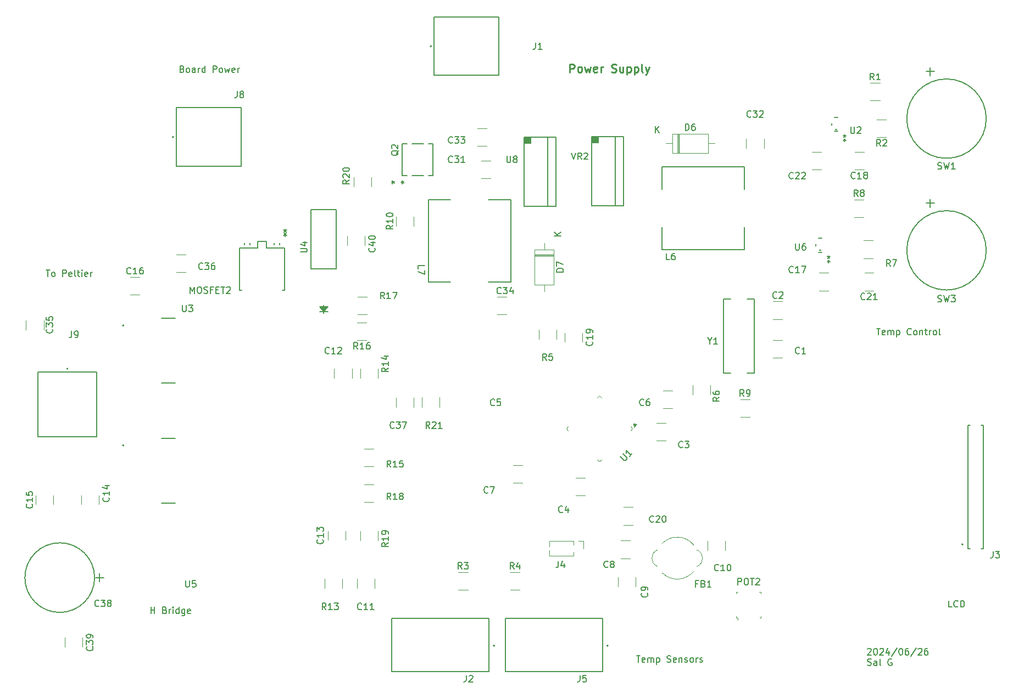
<source format=gbr>
%TF.GenerationSoftware,KiCad,Pcbnew,8.0.2*%
%TF.CreationDate,2024-06-26T19:24:32-04:00*%
%TF.ProjectId,pcb_forfirstproject,7063625f-666f-4726-9669-72737470726f,rev?*%
%TF.SameCoordinates,Original*%
%TF.FileFunction,Legend,Top*%
%TF.FilePolarity,Positive*%
%FSLAX46Y46*%
G04 Gerber Fmt 4.6, Leading zero omitted, Abs format (unit mm)*
G04 Created by KiCad (PCBNEW 8.0.2) date 2024-06-26 19:24:32*
%MOMM*%
%LPD*%
G01*
G04 APERTURE LIST*
%ADD10C,0.200000*%
%ADD11C,0.250000*%
%ADD12C,0.150000*%
%ADD13C,0.127000*%
%ADD14C,0.152400*%
%ADD15C,0.120000*%
%ADD16C,0.000000*%
%ADD17C,0.100000*%
G04 APERTURE END LIST*
D10*
X201226816Y-93367219D02*
X201798244Y-93367219D01*
X201512530Y-94367219D02*
X201512530Y-93367219D01*
X202512530Y-94319600D02*
X202417292Y-94367219D01*
X202417292Y-94367219D02*
X202226816Y-94367219D01*
X202226816Y-94367219D02*
X202131578Y-94319600D01*
X202131578Y-94319600D02*
X202083959Y-94224361D01*
X202083959Y-94224361D02*
X202083959Y-93843409D01*
X202083959Y-93843409D02*
X202131578Y-93748171D01*
X202131578Y-93748171D02*
X202226816Y-93700552D01*
X202226816Y-93700552D02*
X202417292Y-93700552D01*
X202417292Y-93700552D02*
X202512530Y-93748171D01*
X202512530Y-93748171D02*
X202560149Y-93843409D01*
X202560149Y-93843409D02*
X202560149Y-93938647D01*
X202560149Y-93938647D02*
X202083959Y-94033885D01*
X202988721Y-94367219D02*
X202988721Y-93700552D01*
X202988721Y-93795790D02*
X203036340Y-93748171D01*
X203036340Y-93748171D02*
X203131578Y-93700552D01*
X203131578Y-93700552D02*
X203274435Y-93700552D01*
X203274435Y-93700552D02*
X203369673Y-93748171D01*
X203369673Y-93748171D02*
X203417292Y-93843409D01*
X203417292Y-93843409D02*
X203417292Y-94367219D01*
X203417292Y-93843409D02*
X203464911Y-93748171D01*
X203464911Y-93748171D02*
X203560149Y-93700552D01*
X203560149Y-93700552D02*
X203703006Y-93700552D01*
X203703006Y-93700552D02*
X203798245Y-93748171D01*
X203798245Y-93748171D02*
X203845864Y-93843409D01*
X203845864Y-93843409D02*
X203845864Y-94367219D01*
X204322054Y-93700552D02*
X204322054Y-94700552D01*
X204322054Y-93748171D02*
X204417292Y-93700552D01*
X204417292Y-93700552D02*
X204607768Y-93700552D01*
X204607768Y-93700552D02*
X204703006Y-93748171D01*
X204703006Y-93748171D02*
X204750625Y-93795790D01*
X204750625Y-93795790D02*
X204798244Y-93891028D01*
X204798244Y-93891028D02*
X204798244Y-94176742D01*
X204798244Y-94176742D02*
X204750625Y-94271980D01*
X204750625Y-94271980D02*
X204703006Y-94319600D01*
X204703006Y-94319600D02*
X204607768Y-94367219D01*
X204607768Y-94367219D02*
X204417292Y-94367219D01*
X204417292Y-94367219D02*
X204322054Y-94319600D01*
X206560149Y-94271980D02*
X206512530Y-94319600D01*
X206512530Y-94319600D02*
X206369673Y-94367219D01*
X206369673Y-94367219D02*
X206274435Y-94367219D01*
X206274435Y-94367219D02*
X206131578Y-94319600D01*
X206131578Y-94319600D02*
X206036340Y-94224361D01*
X206036340Y-94224361D02*
X205988721Y-94129123D01*
X205988721Y-94129123D02*
X205941102Y-93938647D01*
X205941102Y-93938647D02*
X205941102Y-93795790D01*
X205941102Y-93795790D02*
X205988721Y-93605314D01*
X205988721Y-93605314D02*
X206036340Y-93510076D01*
X206036340Y-93510076D02*
X206131578Y-93414838D01*
X206131578Y-93414838D02*
X206274435Y-93367219D01*
X206274435Y-93367219D02*
X206369673Y-93367219D01*
X206369673Y-93367219D02*
X206512530Y-93414838D01*
X206512530Y-93414838D02*
X206560149Y-93462457D01*
X207131578Y-94367219D02*
X207036340Y-94319600D01*
X207036340Y-94319600D02*
X206988721Y-94271980D01*
X206988721Y-94271980D02*
X206941102Y-94176742D01*
X206941102Y-94176742D02*
X206941102Y-93891028D01*
X206941102Y-93891028D02*
X206988721Y-93795790D01*
X206988721Y-93795790D02*
X207036340Y-93748171D01*
X207036340Y-93748171D02*
X207131578Y-93700552D01*
X207131578Y-93700552D02*
X207274435Y-93700552D01*
X207274435Y-93700552D02*
X207369673Y-93748171D01*
X207369673Y-93748171D02*
X207417292Y-93795790D01*
X207417292Y-93795790D02*
X207464911Y-93891028D01*
X207464911Y-93891028D02*
X207464911Y-94176742D01*
X207464911Y-94176742D02*
X207417292Y-94271980D01*
X207417292Y-94271980D02*
X207369673Y-94319600D01*
X207369673Y-94319600D02*
X207274435Y-94367219D01*
X207274435Y-94367219D02*
X207131578Y-94367219D01*
X207893483Y-93700552D02*
X207893483Y-94367219D01*
X207893483Y-93795790D02*
X207941102Y-93748171D01*
X207941102Y-93748171D02*
X208036340Y-93700552D01*
X208036340Y-93700552D02*
X208179197Y-93700552D01*
X208179197Y-93700552D02*
X208274435Y-93748171D01*
X208274435Y-93748171D02*
X208322054Y-93843409D01*
X208322054Y-93843409D02*
X208322054Y-94367219D01*
X208655388Y-93700552D02*
X209036340Y-93700552D01*
X208798245Y-93367219D02*
X208798245Y-94224361D01*
X208798245Y-94224361D02*
X208845864Y-94319600D01*
X208845864Y-94319600D02*
X208941102Y-94367219D01*
X208941102Y-94367219D02*
X209036340Y-94367219D01*
X209369674Y-94367219D02*
X209369674Y-93700552D01*
X209369674Y-93891028D02*
X209417293Y-93795790D01*
X209417293Y-93795790D02*
X209464912Y-93748171D01*
X209464912Y-93748171D02*
X209560150Y-93700552D01*
X209560150Y-93700552D02*
X209655388Y-93700552D01*
X210131579Y-94367219D02*
X210036341Y-94319600D01*
X210036341Y-94319600D02*
X209988722Y-94271980D01*
X209988722Y-94271980D02*
X209941103Y-94176742D01*
X209941103Y-94176742D02*
X209941103Y-93891028D01*
X209941103Y-93891028D02*
X209988722Y-93795790D01*
X209988722Y-93795790D02*
X210036341Y-93748171D01*
X210036341Y-93748171D02*
X210131579Y-93700552D01*
X210131579Y-93700552D02*
X210274436Y-93700552D01*
X210274436Y-93700552D02*
X210369674Y-93748171D01*
X210369674Y-93748171D02*
X210417293Y-93795790D01*
X210417293Y-93795790D02*
X210464912Y-93891028D01*
X210464912Y-93891028D02*
X210464912Y-94176742D01*
X210464912Y-94176742D02*
X210417293Y-94271980D01*
X210417293Y-94271980D02*
X210369674Y-94319600D01*
X210369674Y-94319600D02*
X210274436Y-94367219D01*
X210274436Y-94367219D02*
X210131579Y-94367219D01*
X211036341Y-94367219D02*
X210941103Y-94319600D01*
X210941103Y-94319600D02*
X210893484Y-94224361D01*
X210893484Y-94224361D02*
X210893484Y-93367219D01*
X94203006Y-53343409D02*
X94345863Y-53391028D01*
X94345863Y-53391028D02*
X94393482Y-53438647D01*
X94393482Y-53438647D02*
X94441101Y-53533885D01*
X94441101Y-53533885D02*
X94441101Y-53676742D01*
X94441101Y-53676742D02*
X94393482Y-53771980D01*
X94393482Y-53771980D02*
X94345863Y-53819600D01*
X94345863Y-53819600D02*
X94250625Y-53867219D01*
X94250625Y-53867219D02*
X93869673Y-53867219D01*
X93869673Y-53867219D02*
X93869673Y-52867219D01*
X93869673Y-52867219D02*
X94203006Y-52867219D01*
X94203006Y-52867219D02*
X94298244Y-52914838D01*
X94298244Y-52914838D02*
X94345863Y-52962457D01*
X94345863Y-52962457D02*
X94393482Y-53057695D01*
X94393482Y-53057695D02*
X94393482Y-53152933D01*
X94393482Y-53152933D02*
X94345863Y-53248171D01*
X94345863Y-53248171D02*
X94298244Y-53295790D01*
X94298244Y-53295790D02*
X94203006Y-53343409D01*
X94203006Y-53343409D02*
X93869673Y-53343409D01*
X95012530Y-53867219D02*
X94917292Y-53819600D01*
X94917292Y-53819600D02*
X94869673Y-53771980D01*
X94869673Y-53771980D02*
X94822054Y-53676742D01*
X94822054Y-53676742D02*
X94822054Y-53391028D01*
X94822054Y-53391028D02*
X94869673Y-53295790D01*
X94869673Y-53295790D02*
X94917292Y-53248171D01*
X94917292Y-53248171D02*
X95012530Y-53200552D01*
X95012530Y-53200552D02*
X95155387Y-53200552D01*
X95155387Y-53200552D02*
X95250625Y-53248171D01*
X95250625Y-53248171D02*
X95298244Y-53295790D01*
X95298244Y-53295790D02*
X95345863Y-53391028D01*
X95345863Y-53391028D02*
X95345863Y-53676742D01*
X95345863Y-53676742D02*
X95298244Y-53771980D01*
X95298244Y-53771980D02*
X95250625Y-53819600D01*
X95250625Y-53819600D02*
X95155387Y-53867219D01*
X95155387Y-53867219D02*
X95012530Y-53867219D01*
X96203006Y-53867219D02*
X96203006Y-53343409D01*
X96203006Y-53343409D02*
X96155387Y-53248171D01*
X96155387Y-53248171D02*
X96060149Y-53200552D01*
X96060149Y-53200552D02*
X95869673Y-53200552D01*
X95869673Y-53200552D02*
X95774435Y-53248171D01*
X96203006Y-53819600D02*
X96107768Y-53867219D01*
X96107768Y-53867219D02*
X95869673Y-53867219D01*
X95869673Y-53867219D02*
X95774435Y-53819600D01*
X95774435Y-53819600D02*
X95726816Y-53724361D01*
X95726816Y-53724361D02*
X95726816Y-53629123D01*
X95726816Y-53629123D02*
X95774435Y-53533885D01*
X95774435Y-53533885D02*
X95869673Y-53486266D01*
X95869673Y-53486266D02*
X96107768Y-53486266D01*
X96107768Y-53486266D02*
X96203006Y-53438647D01*
X96679197Y-53867219D02*
X96679197Y-53200552D01*
X96679197Y-53391028D02*
X96726816Y-53295790D01*
X96726816Y-53295790D02*
X96774435Y-53248171D01*
X96774435Y-53248171D02*
X96869673Y-53200552D01*
X96869673Y-53200552D02*
X96964911Y-53200552D01*
X97726816Y-53867219D02*
X97726816Y-52867219D01*
X97726816Y-53819600D02*
X97631578Y-53867219D01*
X97631578Y-53867219D02*
X97441102Y-53867219D01*
X97441102Y-53867219D02*
X97345864Y-53819600D01*
X97345864Y-53819600D02*
X97298245Y-53771980D01*
X97298245Y-53771980D02*
X97250626Y-53676742D01*
X97250626Y-53676742D02*
X97250626Y-53391028D01*
X97250626Y-53391028D02*
X97298245Y-53295790D01*
X97298245Y-53295790D02*
X97345864Y-53248171D01*
X97345864Y-53248171D02*
X97441102Y-53200552D01*
X97441102Y-53200552D02*
X97631578Y-53200552D01*
X97631578Y-53200552D02*
X97726816Y-53248171D01*
X98964912Y-53867219D02*
X98964912Y-52867219D01*
X98964912Y-52867219D02*
X99345864Y-52867219D01*
X99345864Y-52867219D02*
X99441102Y-52914838D01*
X99441102Y-52914838D02*
X99488721Y-52962457D01*
X99488721Y-52962457D02*
X99536340Y-53057695D01*
X99536340Y-53057695D02*
X99536340Y-53200552D01*
X99536340Y-53200552D02*
X99488721Y-53295790D01*
X99488721Y-53295790D02*
X99441102Y-53343409D01*
X99441102Y-53343409D02*
X99345864Y-53391028D01*
X99345864Y-53391028D02*
X98964912Y-53391028D01*
X100107769Y-53867219D02*
X100012531Y-53819600D01*
X100012531Y-53819600D02*
X99964912Y-53771980D01*
X99964912Y-53771980D02*
X99917293Y-53676742D01*
X99917293Y-53676742D02*
X99917293Y-53391028D01*
X99917293Y-53391028D02*
X99964912Y-53295790D01*
X99964912Y-53295790D02*
X100012531Y-53248171D01*
X100012531Y-53248171D02*
X100107769Y-53200552D01*
X100107769Y-53200552D02*
X100250626Y-53200552D01*
X100250626Y-53200552D02*
X100345864Y-53248171D01*
X100345864Y-53248171D02*
X100393483Y-53295790D01*
X100393483Y-53295790D02*
X100441102Y-53391028D01*
X100441102Y-53391028D02*
X100441102Y-53676742D01*
X100441102Y-53676742D02*
X100393483Y-53771980D01*
X100393483Y-53771980D02*
X100345864Y-53819600D01*
X100345864Y-53819600D02*
X100250626Y-53867219D01*
X100250626Y-53867219D02*
X100107769Y-53867219D01*
X100774436Y-53200552D02*
X100964912Y-53867219D01*
X100964912Y-53867219D02*
X101155388Y-53391028D01*
X101155388Y-53391028D02*
X101345864Y-53867219D01*
X101345864Y-53867219D02*
X101536340Y-53200552D01*
X102298245Y-53819600D02*
X102203007Y-53867219D01*
X102203007Y-53867219D02*
X102012531Y-53867219D01*
X102012531Y-53867219D02*
X101917293Y-53819600D01*
X101917293Y-53819600D02*
X101869674Y-53724361D01*
X101869674Y-53724361D02*
X101869674Y-53343409D01*
X101869674Y-53343409D02*
X101917293Y-53248171D01*
X101917293Y-53248171D02*
X102012531Y-53200552D01*
X102012531Y-53200552D02*
X102203007Y-53200552D01*
X102203007Y-53200552D02*
X102298245Y-53248171D01*
X102298245Y-53248171D02*
X102345864Y-53343409D01*
X102345864Y-53343409D02*
X102345864Y-53438647D01*
X102345864Y-53438647D02*
X101869674Y-53533885D01*
X102774436Y-53867219D02*
X102774436Y-53200552D01*
X102774436Y-53391028D02*
X102822055Y-53295790D01*
X102822055Y-53295790D02*
X102869674Y-53248171D01*
X102869674Y-53248171D02*
X102964912Y-53200552D01*
X102964912Y-53200552D02*
X103060150Y-53200552D01*
X199822054Y-142852513D02*
X199869673Y-142804894D01*
X199869673Y-142804894D02*
X199964911Y-142757275D01*
X199964911Y-142757275D02*
X200203006Y-142757275D01*
X200203006Y-142757275D02*
X200298244Y-142804894D01*
X200298244Y-142804894D02*
X200345863Y-142852513D01*
X200345863Y-142852513D02*
X200393482Y-142947751D01*
X200393482Y-142947751D02*
X200393482Y-143042989D01*
X200393482Y-143042989D02*
X200345863Y-143185846D01*
X200345863Y-143185846D02*
X199774435Y-143757275D01*
X199774435Y-143757275D02*
X200393482Y-143757275D01*
X201012530Y-142757275D02*
X201107768Y-142757275D01*
X201107768Y-142757275D02*
X201203006Y-142804894D01*
X201203006Y-142804894D02*
X201250625Y-142852513D01*
X201250625Y-142852513D02*
X201298244Y-142947751D01*
X201298244Y-142947751D02*
X201345863Y-143138227D01*
X201345863Y-143138227D02*
X201345863Y-143376322D01*
X201345863Y-143376322D02*
X201298244Y-143566798D01*
X201298244Y-143566798D02*
X201250625Y-143662036D01*
X201250625Y-143662036D02*
X201203006Y-143709656D01*
X201203006Y-143709656D02*
X201107768Y-143757275D01*
X201107768Y-143757275D02*
X201012530Y-143757275D01*
X201012530Y-143757275D02*
X200917292Y-143709656D01*
X200917292Y-143709656D02*
X200869673Y-143662036D01*
X200869673Y-143662036D02*
X200822054Y-143566798D01*
X200822054Y-143566798D02*
X200774435Y-143376322D01*
X200774435Y-143376322D02*
X200774435Y-143138227D01*
X200774435Y-143138227D02*
X200822054Y-142947751D01*
X200822054Y-142947751D02*
X200869673Y-142852513D01*
X200869673Y-142852513D02*
X200917292Y-142804894D01*
X200917292Y-142804894D02*
X201012530Y-142757275D01*
X201726816Y-142852513D02*
X201774435Y-142804894D01*
X201774435Y-142804894D02*
X201869673Y-142757275D01*
X201869673Y-142757275D02*
X202107768Y-142757275D01*
X202107768Y-142757275D02*
X202203006Y-142804894D01*
X202203006Y-142804894D02*
X202250625Y-142852513D01*
X202250625Y-142852513D02*
X202298244Y-142947751D01*
X202298244Y-142947751D02*
X202298244Y-143042989D01*
X202298244Y-143042989D02*
X202250625Y-143185846D01*
X202250625Y-143185846D02*
X201679197Y-143757275D01*
X201679197Y-143757275D02*
X202298244Y-143757275D01*
X203155387Y-143090608D02*
X203155387Y-143757275D01*
X202917292Y-142709656D02*
X202679197Y-143423941D01*
X202679197Y-143423941D02*
X203298244Y-143423941D01*
X204393482Y-142709656D02*
X203536340Y-143995370D01*
X204917292Y-142757275D02*
X205012530Y-142757275D01*
X205012530Y-142757275D02*
X205107768Y-142804894D01*
X205107768Y-142804894D02*
X205155387Y-142852513D01*
X205155387Y-142852513D02*
X205203006Y-142947751D01*
X205203006Y-142947751D02*
X205250625Y-143138227D01*
X205250625Y-143138227D02*
X205250625Y-143376322D01*
X205250625Y-143376322D02*
X205203006Y-143566798D01*
X205203006Y-143566798D02*
X205155387Y-143662036D01*
X205155387Y-143662036D02*
X205107768Y-143709656D01*
X205107768Y-143709656D02*
X205012530Y-143757275D01*
X205012530Y-143757275D02*
X204917292Y-143757275D01*
X204917292Y-143757275D02*
X204822054Y-143709656D01*
X204822054Y-143709656D02*
X204774435Y-143662036D01*
X204774435Y-143662036D02*
X204726816Y-143566798D01*
X204726816Y-143566798D02*
X204679197Y-143376322D01*
X204679197Y-143376322D02*
X204679197Y-143138227D01*
X204679197Y-143138227D02*
X204726816Y-142947751D01*
X204726816Y-142947751D02*
X204774435Y-142852513D01*
X204774435Y-142852513D02*
X204822054Y-142804894D01*
X204822054Y-142804894D02*
X204917292Y-142757275D01*
X206107768Y-142757275D02*
X205917292Y-142757275D01*
X205917292Y-142757275D02*
X205822054Y-142804894D01*
X205822054Y-142804894D02*
X205774435Y-142852513D01*
X205774435Y-142852513D02*
X205679197Y-142995370D01*
X205679197Y-142995370D02*
X205631578Y-143185846D01*
X205631578Y-143185846D02*
X205631578Y-143566798D01*
X205631578Y-143566798D02*
X205679197Y-143662036D01*
X205679197Y-143662036D02*
X205726816Y-143709656D01*
X205726816Y-143709656D02*
X205822054Y-143757275D01*
X205822054Y-143757275D02*
X206012530Y-143757275D01*
X206012530Y-143757275D02*
X206107768Y-143709656D01*
X206107768Y-143709656D02*
X206155387Y-143662036D01*
X206155387Y-143662036D02*
X206203006Y-143566798D01*
X206203006Y-143566798D02*
X206203006Y-143328703D01*
X206203006Y-143328703D02*
X206155387Y-143233465D01*
X206155387Y-143233465D02*
X206107768Y-143185846D01*
X206107768Y-143185846D02*
X206012530Y-143138227D01*
X206012530Y-143138227D02*
X205822054Y-143138227D01*
X205822054Y-143138227D02*
X205726816Y-143185846D01*
X205726816Y-143185846D02*
X205679197Y-143233465D01*
X205679197Y-143233465D02*
X205631578Y-143328703D01*
X207345863Y-142709656D02*
X206488721Y-143995370D01*
X207631578Y-142852513D02*
X207679197Y-142804894D01*
X207679197Y-142804894D02*
X207774435Y-142757275D01*
X207774435Y-142757275D02*
X208012530Y-142757275D01*
X208012530Y-142757275D02*
X208107768Y-142804894D01*
X208107768Y-142804894D02*
X208155387Y-142852513D01*
X208155387Y-142852513D02*
X208203006Y-142947751D01*
X208203006Y-142947751D02*
X208203006Y-143042989D01*
X208203006Y-143042989D02*
X208155387Y-143185846D01*
X208155387Y-143185846D02*
X207583959Y-143757275D01*
X207583959Y-143757275D02*
X208203006Y-143757275D01*
X209060149Y-142757275D02*
X208869673Y-142757275D01*
X208869673Y-142757275D02*
X208774435Y-142804894D01*
X208774435Y-142804894D02*
X208726816Y-142852513D01*
X208726816Y-142852513D02*
X208631578Y-142995370D01*
X208631578Y-142995370D02*
X208583959Y-143185846D01*
X208583959Y-143185846D02*
X208583959Y-143566798D01*
X208583959Y-143566798D02*
X208631578Y-143662036D01*
X208631578Y-143662036D02*
X208679197Y-143709656D01*
X208679197Y-143709656D02*
X208774435Y-143757275D01*
X208774435Y-143757275D02*
X208964911Y-143757275D01*
X208964911Y-143757275D02*
X209060149Y-143709656D01*
X209060149Y-143709656D02*
X209107768Y-143662036D01*
X209107768Y-143662036D02*
X209155387Y-143566798D01*
X209155387Y-143566798D02*
X209155387Y-143328703D01*
X209155387Y-143328703D02*
X209107768Y-143233465D01*
X209107768Y-143233465D02*
X209060149Y-143185846D01*
X209060149Y-143185846D02*
X208964911Y-143138227D01*
X208964911Y-143138227D02*
X208774435Y-143138227D01*
X208774435Y-143138227D02*
X208679197Y-143185846D01*
X208679197Y-143185846D02*
X208631578Y-143233465D01*
X208631578Y-143233465D02*
X208583959Y-143328703D01*
X199822054Y-145319600D02*
X199964911Y-145367219D01*
X199964911Y-145367219D02*
X200203006Y-145367219D01*
X200203006Y-145367219D02*
X200298244Y-145319600D01*
X200298244Y-145319600D02*
X200345863Y-145271980D01*
X200345863Y-145271980D02*
X200393482Y-145176742D01*
X200393482Y-145176742D02*
X200393482Y-145081504D01*
X200393482Y-145081504D02*
X200345863Y-144986266D01*
X200345863Y-144986266D02*
X200298244Y-144938647D01*
X200298244Y-144938647D02*
X200203006Y-144891028D01*
X200203006Y-144891028D02*
X200012530Y-144843409D01*
X200012530Y-144843409D02*
X199917292Y-144795790D01*
X199917292Y-144795790D02*
X199869673Y-144748171D01*
X199869673Y-144748171D02*
X199822054Y-144652933D01*
X199822054Y-144652933D02*
X199822054Y-144557695D01*
X199822054Y-144557695D02*
X199869673Y-144462457D01*
X199869673Y-144462457D02*
X199917292Y-144414838D01*
X199917292Y-144414838D02*
X200012530Y-144367219D01*
X200012530Y-144367219D02*
X200250625Y-144367219D01*
X200250625Y-144367219D02*
X200393482Y-144414838D01*
X201250625Y-145367219D02*
X201250625Y-144843409D01*
X201250625Y-144843409D02*
X201203006Y-144748171D01*
X201203006Y-144748171D02*
X201107768Y-144700552D01*
X201107768Y-144700552D02*
X200917292Y-144700552D01*
X200917292Y-144700552D02*
X200822054Y-144748171D01*
X201250625Y-145319600D02*
X201155387Y-145367219D01*
X201155387Y-145367219D02*
X200917292Y-145367219D01*
X200917292Y-145367219D02*
X200822054Y-145319600D01*
X200822054Y-145319600D02*
X200774435Y-145224361D01*
X200774435Y-145224361D02*
X200774435Y-145129123D01*
X200774435Y-145129123D02*
X200822054Y-145033885D01*
X200822054Y-145033885D02*
X200917292Y-144986266D01*
X200917292Y-144986266D02*
X201155387Y-144986266D01*
X201155387Y-144986266D02*
X201250625Y-144938647D01*
X201869673Y-145367219D02*
X201774435Y-145319600D01*
X201774435Y-145319600D02*
X201726816Y-145224361D01*
X201726816Y-145224361D02*
X201726816Y-144367219D01*
X203536340Y-144414838D02*
X203441102Y-144367219D01*
X203441102Y-144367219D02*
X203298245Y-144367219D01*
X203298245Y-144367219D02*
X203155388Y-144414838D01*
X203155388Y-144414838D02*
X203060150Y-144510076D01*
X203060150Y-144510076D02*
X203012531Y-144605314D01*
X203012531Y-144605314D02*
X202964912Y-144795790D01*
X202964912Y-144795790D02*
X202964912Y-144938647D01*
X202964912Y-144938647D02*
X203012531Y-145129123D01*
X203012531Y-145129123D02*
X203060150Y-145224361D01*
X203060150Y-145224361D02*
X203155388Y-145319600D01*
X203155388Y-145319600D02*
X203298245Y-145367219D01*
X203298245Y-145367219D02*
X203393483Y-145367219D01*
X203393483Y-145367219D02*
X203536340Y-145319600D01*
X203536340Y-145319600D02*
X203583959Y-145271980D01*
X203583959Y-145271980D02*
X203583959Y-144938647D01*
X203583959Y-144938647D02*
X203393483Y-144938647D01*
X212845863Y-136367219D02*
X212369673Y-136367219D01*
X212369673Y-136367219D02*
X212369673Y-135367219D01*
X213750625Y-136271980D02*
X213703006Y-136319600D01*
X213703006Y-136319600D02*
X213560149Y-136367219D01*
X213560149Y-136367219D02*
X213464911Y-136367219D01*
X213464911Y-136367219D02*
X213322054Y-136319600D01*
X213322054Y-136319600D02*
X213226816Y-136224361D01*
X213226816Y-136224361D02*
X213179197Y-136129123D01*
X213179197Y-136129123D02*
X213131578Y-135938647D01*
X213131578Y-135938647D02*
X213131578Y-135795790D01*
X213131578Y-135795790D02*
X213179197Y-135605314D01*
X213179197Y-135605314D02*
X213226816Y-135510076D01*
X213226816Y-135510076D02*
X213322054Y-135414838D01*
X213322054Y-135414838D02*
X213464911Y-135367219D01*
X213464911Y-135367219D02*
X213560149Y-135367219D01*
X213560149Y-135367219D02*
X213703006Y-135414838D01*
X213703006Y-135414838D02*
X213750625Y-135462457D01*
X214179197Y-136367219D02*
X214179197Y-135367219D01*
X214179197Y-135367219D02*
X214417292Y-135367219D01*
X214417292Y-135367219D02*
X214560149Y-135414838D01*
X214560149Y-135414838D02*
X214655387Y-135510076D01*
X214655387Y-135510076D02*
X214703006Y-135605314D01*
X214703006Y-135605314D02*
X214750625Y-135795790D01*
X214750625Y-135795790D02*
X214750625Y-135938647D01*
X214750625Y-135938647D02*
X214703006Y-136129123D01*
X214703006Y-136129123D02*
X214655387Y-136224361D01*
X214655387Y-136224361D02*
X214560149Y-136319600D01*
X214560149Y-136319600D02*
X214417292Y-136367219D01*
X214417292Y-136367219D02*
X214179197Y-136367219D01*
D11*
X153962092Y-53834023D02*
X153962092Y-52584023D01*
X153962092Y-52584023D02*
X154438282Y-52584023D01*
X154438282Y-52584023D02*
X154557330Y-52643547D01*
X154557330Y-52643547D02*
X154616853Y-52703071D01*
X154616853Y-52703071D02*
X154676377Y-52822119D01*
X154676377Y-52822119D02*
X154676377Y-53000690D01*
X154676377Y-53000690D02*
X154616853Y-53119738D01*
X154616853Y-53119738D02*
X154557330Y-53179261D01*
X154557330Y-53179261D02*
X154438282Y-53238785D01*
X154438282Y-53238785D02*
X153962092Y-53238785D01*
X155390663Y-53834023D02*
X155271615Y-53774500D01*
X155271615Y-53774500D02*
X155212092Y-53714976D01*
X155212092Y-53714976D02*
X155152568Y-53595928D01*
X155152568Y-53595928D02*
X155152568Y-53238785D01*
X155152568Y-53238785D02*
X155212092Y-53119738D01*
X155212092Y-53119738D02*
X155271615Y-53060214D01*
X155271615Y-53060214D02*
X155390663Y-53000690D01*
X155390663Y-53000690D02*
X155569234Y-53000690D01*
X155569234Y-53000690D02*
X155688282Y-53060214D01*
X155688282Y-53060214D02*
X155747806Y-53119738D01*
X155747806Y-53119738D02*
X155807330Y-53238785D01*
X155807330Y-53238785D02*
X155807330Y-53595928D01*
X155807330Y-53595928D02*
X155747806Y-53714976D01*
X155747806Y-53714976D02*
X155688282Y-53774500D01*
X155688282Y-53774500D02*
X155569234Y-53834023D01*
X155569234Y-53834023D02*
X155390663Y-53834023D01*
X156223996Y-53000690D02*
X156462091Y-53834023D01*
X156462091Y-53834023D02*
X156700186Y-53238785D01*
X156700186Y-53238785D02*
X156938282Y-53834023D01*
X156938282Y-53834023D02*
X157176377Y-53000690D01*
X158128758Y-53774500D02*
X158009710Y-53834023D01*
X158009710Y-53834023D02*
X157771615Y-53834023D01*
X157771615Y-53834023D02*
X157652568Y-53774500D01*
X157652568Y-53774500D02*
X157593044Y-53655452D01*
X157593044Y-53655452D02*
X157593044Y-53179261D01*
X157593044Y-53179261D02*
X157652568Y-53060214D01*
X157652568Y-53060214D02*
X157771615Y-53000690D01*
X157771615Y-53000690D02*
X158009710Y-53000690D01*
X158009710Y-53000690D02*
X158128758Y-53060214D01*
X158128758Y-53060214D02*
X158188282Y-53179261D01*
X158188282Y-53179261D02*
X158188282Y-53298309D01*
X158188282Y-53298309D02*
X157593044Y-53417357D01*
X158723997Y-53834023D02*
X158723997Y-53000690D01*
X158723997Y-53238785D02*
X158783520Y-53119738D01*
X158783520Y-53119738D02*
X158843044Y-53060214D01*
X158843044Y-53060214D02*
X158962092Y-53000690D01*
X158962092Y-53000690D02*
X159081139Y-53000690D01*
X160390664Y-53774500D02*
X160569235Y-53834023D01*
X160569235Y-53834023D02*
X160866854Y-53834023D01*
X160866854Y-53834023D02*
X160985902Y-53774500D01*
X160985902Y-53774500D02*
X161045426Y-53714976D01*
X161045426Y-53714976D02*
X161104949Y-53595928D01*
X161104949Y-53595928D02*
X161104949Y-53476880D01*
X161104949Y-53476880D02*
X161045426Y-53357833D01*
X161045426Y-53357833D02*
X160985902Y-53298309D01*
X160985902Y-53298309D02*
X160866854Y-53238785D01*
X160866854Y-53238785D02*
X160628759Y-53179261D01*
X160628759Y-53179261D02*
X160509711Y-53119738D01*
X160509711Y-53119738D02*
X160450188Y-53060214D01*
X160450188Y-53060214D02*
X160390664Y-52941166D01*
X160390664Y-52941166D02*
X160390664Y-52822119D01*
X160390664Y-52822119D02*
X160450188Y-52703071D01*
X160450188Y-52703071D02*
X160509711Y-52643547D01*
X160509711Y-52643547D02*
X160628759Y-52584023D01*
X160628759Y-52584023D02*
X160926378Y-52584023D01*
X160926378Y-52584023D02*
X161104949Y-52643547D01*
X162176378Y-53000690D02*
X162176378Y-53834023D01*
X161640664Y-53000690D02*
X161640664Y-53655452D01*
X161640664Y-53655452D02*
X161700187Y-53774500D01*
X161700187Y-53774500D02*
X161819235Y-53834023D01*
X161819235Y-53834023D02*
X161997806Y-53834023D01*
X161997806Y-53834023D02*
X162116854Y-53774500D01*
X162116854Y-53774500D02*
X162176378Y-53714976D01*
X162771616Y-53000690D02*
X162771616Y-54250690D01*
X162771616Y-53060214D02*
X162890663Y-53000690D01*
X162890663Y-53000690D02*
X163128758Y-53000690D01*
X163128758Y-53000690D02*
X163247806Y-53060214D01*
X163247806Y-53060214D02*
X163307330Y-53119738D01*
X163307330Y-53119738D02*
X163366854Y-53238785D01*
X163366854Y-53238785D02*
X163366854Y-53595928D01*
X163366854Y-53595928D02*
X163307330Y-53714976D01*
X163307330Y-53714976D02*
X163247806Y-53774500D01*
X163247806Y-53774500D02*
X163128758Y-53834023D01*
X163128758Y-53834023D02*
X162890663Y-53834023D01*
X162890663Y-53834023D02*
X162771616Y-53774500D01*
X163902568Y-53000690D02*
X163902568Y-54250690D01*
X163902568Y-53060214D02*
X164021615Y-53000690D01*
X164021615Y-53000690D02*
X164259710Y-53000690D01*
X164259710Y-53000690D02*
X164378758Y-53060214D01*
X164378758Y-53060214D02*
X164438282Y-53119738D01*
X164438282Y-53119738D02*
X164497806Y-53238785D01*
X164497806Y-53238785D02*
X164497806Y-53595928D01*
X164497806Y-53595928D02*
X164438282Y-53714976D01*
X164438282Y-53714976D02*
X164378758Y-53774500D01*
X164378758Y-53774500D02*
X164259710Y-53834023D01*
X164259710Y-53834023D02*
X164021615Y-53834023D01*
X164021615Y-53834023D02*
X163902568Y-53774500D01*
X165212091Y-53834023D02*
X165093043Y-53774500D01*
X165093043Y-53774500D02*
X165033520Y-53655452D01*
X165033520Y-53655452D02*
X165033520Y-52584023D01*
X165569234Y-53000690D02*
X165866853Y-53834023D01*
X166164472Y-53000690D02*
X165866853Y-53834023D01*
X165866853Y-53834023D02*
X165747805Y-54131642D01*
X165747805Y-54131642D02*
X165688282Y-54191166D01*
X165688282Y-54191166D02*
X165569234Y-54250690D01*
D10*
X164226816Y-143867219D02*
X164798244Y-143867219D01*
X164512530Y-144867219D02*
X164512530Y-143867219D01*
X165512530Y-144819600D02*
X165417292Y-144867219D01*
X165417292Y-144867219D02*
X165226816Y-144867219D01*
X165226816Y-144867219D02*
X165131578Y-144819600D01*
X165131578Y-144819600D02*
X165083959Y-144724361D01*
X165083959Y-144724361D02*
X165083959Y-144343409D01*
X165083959Y-144343409D02*
X165131578Y-144248171D01*
X165131578Y-144248171D02*
X165226816Y-144200552D01*
X165226816Y-144200552D02*
X165417292Y-144200552D01*
X165417292Y-144200552D02*
X165512530Y-144248171D01*
X165512530Y-144248171D02*
X165560149Y-144343409D01*
X165560149Y-144343409D02*
X165560149Y-144438647D01*
X165560149Y-144438647D02*
X165083959Y-144533885D01*
X165988721Y-144867219D02*
X165988721Y-144200552D01*
X165988721Y-144295790D02*
X166036340Y-144248171D01*
X166036340Y-144248171D02*
X166131578Y-144200552D01*
X166131578Y-144200552D02*
X166274435Y-144200552D01*
X166274435Y-144200552D02*
X166369673Y-144248171D01*
X166369673Y-144248171D02*
X166417292Y-144343409D01*
X166417292Y-144343409D02*
X166417292Y-144867219D01*
X166417292Y-144343409D02*
X166464911Y-144248171D01*
X166464911Y-144248171D02*
X166560149Y-144200552D01*
X166560149Y-144200552D02*
X166703006Y-144200552D01*
X166703006Y-144200552D02*
X166798245Y-144248171D01*
X166798245Y-144248171D02*
X166845864Y-144343409D01*
X166845864Y-144343409D02*
X166845864Y-144867219D01*
X167322054Y-144200552D02*
X167322054Y-145200552D01*
X167322054Y-144248171D02*
X167417292Y-144200552D01*
X167417292Y-144200552D02*
X167607768Y-144200552D01*
X167607768Y-144200552D02*
X167703006Y-144248171D01*
X167703006Y-144248171D02*
X167750625Y-144295790D01*
X167750625Y-144295790D02*
X167798244Y-144391028D01*
X167798244Y-144391028D02*
X167798244Y-144676742D01*
X167798244Y-144676742D02*
X167750625Y-144771980D01*
X167750625Y-144771980D02*
X167703006Y-144819600D01*
X167703006Y-144819600D02*
X167607768Y-144867219D01*
X167607768Y-144867219D02*
X167417292Y-144867219D01*
X167417292Y-144867219D02*
X167322054Y-144819600D01*
X168941102Y-144819600D02*
X169083959Y-144867219D01*
X169083959Y-144867219D02*
X169322054Y-144867219D01*
X169322054Y-144867219D02*
X169417292Y-144819600D01*
X169417292Y-144819600D02*
X169464911Y-144771980D01*
X169464911Y-144771980D02*
X169512530Y-144676742D01*
X169512530Y-144676742D02*
X169512530Y-144581504D01*
X169512530Y-144581504D02*
X169464911Y-144486266D01*
X169464911Y-144486266D02*
X169417292Y-144438647D01*
X169417292Y-144438647D02*
X169322054Y-144391028D01*
X169322054Y-144391028D02*
X169131578Y-144343409D01*
X169131578Y-144343409D02*
X169036340Y-144295790D01*
X169036340Y-144295790D02*
X168988721Y-144248171D01*
X168988721Y-144248171D02*
X168941102Y-144152933D01*
X168941102Y-144152933D02*
X168941102Y-144057695D01*
X168941102Y-144057695D02*
X168988721Y-143962457D01*
X168988721Y-143962457D02*
X169036340Y-143914838D01*
X169036340Y-143914838D02*
X169131578Y-143867219D01*
X169131578Y-143867219D02*
X169369673Y-143867219D01*
X169369673Y-143867219D02*
X169512530Y-143914838D01*
X170322054Y-144819600D02*
X170226816Y-144867219D01*
X170226816Y-144867219D02*
X170036340Y-144867219D01*
X170036340Y-144867219D02*
X169941102Y-144819600D01*
X169941102Y-144819600D02*
X169893483Y-144724361D01*
X169893483Y-144724361D02*
X169893483Y-144343409D01*
X169893483Y-144343409D02*
X169941102Y-144248171D01*
X169941102Y-144248171D02*
X170036340Y-144200552D01*
X170036340Y-144200552D02*
X170226816Y-144200552D01*
X170226816Y-144200552D02*
X170322054Y-144248171D01*
X170322054Y-144248171D02*
X170369673Y-144343409D01*
X170369673Y-144343409D02*
X170369673Y-144438647D01*
X170369673Y-144438647D02*
X169893483Y-144533885D01*
X170798245Y-144200552D02*
X170798245Y-144867219D01*
X170798245Y-144295790D02*
X170845864Y-144248171D01*
X170845864Y-144248171D02*
X170941102Y-144200552D01*
X170941102Y-144200552D02*
X171083959Y-144200552D01*
X171083959Y-144200552D02*
X171179197Y-144248171D01*
X171179197Y-144248171D02*
X171226816Y-144343409D01*
X171226816Y-144343409D02*
X171226816Y-144867219D01*
X171655388Y-144819600D02*
X171750626Y-144867219D01*
X171750626Y-144867219D02*
X171941102Y-144867219D01*
X171941102Y-144867219D02*
X172036340Y-144819600D01*
X172036340Y-144819600D02*
X172083959Y-144724361D01*
X172083959Y-144724361D02*
X172083959Y-144676742D01*
X172083959Y-144676742D02*
X172036340Y-144581504D01*
X172036340Y-144581504D02*
X171941102Y-144533885D01*
X171941102Y-144533885D02*
X171798245Y-144533885D01*
X171798245Y-144533885D02*
X171703007Y-144486266D01*
X171703007Y-144486266D02*
X171655388Y-144391028D01*
X171655388Y-144391028D02*
X171655388Y-144343409D01*
X171655388Y-144343409D02*
X171703007Y-144248171D01*
X171703007Y-144248171D02*
X171798245Y-144200552D01*
X171798245Y-144200552D02*
X171941102Y-144200552D01*
X171941102Y-144200552D02*
X172036340Y-144248171D01*
X172655388Y-144867219D02*
X172560150Y-144819600D01*
X172560150Y-144819600D02*
X172512531Y-144771980D01*
X172512531Y-144771980D02*
X172464912Y-144676742D01*
X172464912Y-144676742D02*
X172464912Y-144391028D01*
X172464912Y-144391028D02*
X172512531Y-144295790D01*
X172512531Y-144295790D02*
X172560150Y-144248171D01*
X172560150Y-144248171D02*
X172655388Y-144200552D01*
X172655388Y-144200552D02*
X172798245Y-144200552D01*
X172798245Y-144200552D02*
X172893483Y-144248171D01*
X172893483Y-144248171D02*
X172941102Y-144295790D01*
X172941102Y-144295790D02*
X172988721Y-144391028D01*
X172988721Y-144391028D02*
X172988721Y-144676742D01*
X172988721Y-144676742D02*
X172941102Y-144771980D01*
X172941102Y-144771980D02*
X172893483Y-144819600D01*
X172893483Y-144819600D02*
X172798245Y-144867219D01*
X172798245Y-144867219D02*
X172655388Y-144867219D01*
X173417293Y-144867219D02*
X173417293Y-144200552D01*
X173417293Y-144391028D02*
X173464912Y-144295790D01*
X173464912Y-144295790D02*
X173512531Y-144248171D01*
X173512531Y-144248171D02*
X173607769Y-144200552D01*
X173607769Y-144200552D02*
X173703007Y-144200552D01*
X173988722Y-144819600D02*
X174083960Y-144867219D01*
X174083960Y-144867219D02*
X174274436Y-144867219D01*
X174274436Y-144867219D02*
X174369674Y-144819600D01*
X174369674Y-144819600D02*
X174417293Y-144724361D01*
X174417293Y-144724361D02*
X174417293Y-144676742D01*
X174417293Y-144676742D02*
X174369674Y-144581504D01*
X174369674Y-144581504D02*
X174274436Y-144533885D01*
X174274436Y-144533885D02*
X174131579Y-144533885D01*
X174131579Y-144533885D02*
X174036341Y-144486266D01*
X174036341Y-144486266D02*
X173988722Y-144391028D01*
X173988722Y-144391028D02*
X173988722Y-144343409D01*
X173988722Y-144343409D02*
X174036341Y-144248171D01*
X174036341Y-144248171D02*
X174131579Y-144200552D01*
X174131579Y-144200552D02*
X174274436Y-144200552D01*
X174274436Y-144200552D02*
X174369674Y-144248171D01*
X73226816Y-84367219D02*
X73798244Y-84367219D01*
X73512530Y-85367219D02*
X73512530Y-84367219D01*
X74274435Y-85367219D02*
X74179197Y-85319600D01*
X74179197Y-85319600D02*
X74131578Y-85271980D01*
X74131578Y-85271980D02*
X74083959Y-85176742D01*
X74083959Y-85176742D02*
X74083959Y-84891028D01*
X74083959Y-84891028D02*
X74131578Y-84795790D01*
X74131578Y-84795790D02*
X74179197Y-84748171D01*
X74179197Y-84748171D02*
X74274435Y-84700552D01*
X74274435Y-84700552D02*
X74417292Y-84700552D01*
X74417292Y-84700552D02*
X74512530Y-84748171D01*
X74512530Y-84748171D02*
X74560149Y-84795790D01*
X74560149Y-84795790D02*
X74607768Y-84891028D01*
X74607768Y-84891028D02*
X74607768Y-85176742D01*
X74607768Y-85176742D02*
X74560149Y-85271980D01*
X74560149Y-85271980D02*
X74512530Y-85319600D01*
X74512530Y-85319600D02*
X74417292Y-85367219D01*
X74417292Y-85367219D02*
X74274435Y-85367219D01*
X75798245Y-85367219D02*
X75798245Y-84367219D01*
X75798245Y-84367219D02*
X76179197Y-84367219D01*
X76179197Y-84367219D02*
X76274435Y-84414838D01*
X76274435Y-84414838D02*
X76322054Y-84462457D01*
X76322054Y-84462457D02*
X76369673Y-84557695D01*
X76369673Y-84557695D02*
X76369673Y-84700552D01*
X76369673Y-84700552D02*
X76322054Y-84795790D01*
X76322054Y-84795790D02*
X76274435Y-84843409D01*
X76274435Y-84843409D02*
X76179197Y-84891028D01*
X76179197Y-84891028D02*
X75798245Y-84891028D01*
X77179197Y-85319600D02*
X77083959Y-85367219D01*
X77083959Y-85367219D02*
X76893483Y-85367219D01*
X76893483Y-85367219D02*
X76798245Y-85319600D01*
X76798245Y-85319600D02*
X76750626Y-85224361D01*
X76750626Y-85224361D02*
X76750626Y-84843409D01*
X76750626Y-84843409D02*
X76798245Y-84748171D01*
X76798245Y-84748171D02*
X76893483Y-84700552D01*
X76893483Y-84700552D02*
X77083959Y-84700552D01*
X77083959Y-84700552D02*
X77179197Y-84748171D01*
X77179197Y-84748171D02*
X77226816Y-84843409D01*
X77226816Y-84843409D02*
X77226816Y-84938647D01*
X77226816Y-84938647D02*
X76750626Y-85033885D01*
X77798245Y-85367219D02*
X77703007Y-85319600D01*
X77703007Y-85319600D02*
X77655388Y-85224361D01*
X77655388Y-85224361D02*
X77655388Y-84367219D01*
X78036341Y-84700552D02*
X78417293Y-84700552D01*
X78179198Y-84367219D02*
X78179198Y-85224361D01*
X78179198Y-85224361D02*
X78226817Y-85319600D01*
X78226817Y-85319600D02*
X78322055Y-85367219D01*
X78322055Y-85367219D02*
X78417293Y-85367219D01*
X78750627Y-85367219D02*
X78750627Y-84700552D01*
X78750627Y-84367219D02*
X78703008Y-84414838D01*
X78703008Y-84414838D02*
X78750627Y-84462457D01*
X78750627Y-84462457D02*
X78798246Y-84414838D01*
X78798246Y-84414838D02*
X78750627Y-84367219D01*
X78750627Y-84367219D02*
X78750627Y-84462457D01*
X79607769Y-85319600D02*
X79512531Y-85367219D01*
X79512531Y-85367219D02*
X79322055Y-85367219D01*
X79322055Y-85367219D02*
X79226817Y-85319600D01*
X79226817Y-85319600D02*
X79179198Y-85224361D01*
X79179198Y-85224361D02*
X79179198Y-84843409D01*
X79179198Y-84843409D02*
X79226817Y-84748171D01*
X79226817Y-84748171D02*
X79322055Y-84700552D01*
X79322055Y-84700552D02*
X79512531Y-84700552D01*
X79512531Y-84700552D02*
X79607769Y-84748171D01*
X79607769Y-84748171D02*
X79655388Y-84843409D01*
X79655388Y-84843409D02*
X79655388Y-84938647D01*
X79655388Y-84938647D02*
X79179198Y-85033885D01*
X80083960Y-85367219D02*
X80083960Y-84700552D01*
X80083960Y-84891028D02*
X80131579Y-84795790D01*
X80131579Y-84795790D02*
X80179198Y-84748171D01*
X80179198Y-84748171D02*
X80274436Y-84700552D01*
X80274436Y-84700552D02*
X80369674Y-84700552D01*
X89369673Y-137367219D02*
X89369673Y-136367219D01*
X89369673Y-136843409D02*
X89941101Y-136843409D01*
X89941101Y-137367219D02*
X89941101Y-136367219D01*
X91512530Y-136843409D02*
X91655387Y-136891028D01*
X91655387Y-136891028D02*
X91703006Y-136938647D01*
X91703006Y-136938647D02*
X91750625Y-137033885D01*
X91750625Y-137033885D02*
X91750625Y-137176742D01*
X91750625Y-137176742D02*
X91703006Y-137271980D01*
X91703006Y-137271980D02*
X91655387Y-137319600D01*
X91655387Y-137319600D02*
X91560149Y-137367219D01*
X91560149Y-137367219D02*
X91179197Y-137367219D01*
X91179197Y-137367219D02*
X91179197Y-136367219D01*
X91179197Y-136367219D02*
X91512530Y-136367219D01*
X91512530Y-136367219D02*
X91607768Y-136414838D01*
X91607768Y-136414838D02*
X91655387Y-136462457D01*
X91655387Y-136462457D02*
X91703006Y-136557695D01*
X91703006Y-136557695D02*
X91703006Y-136652933D01*
X91703006Y-136652933D02*
X91655387Y-136748171D01*
X91655387Y-136748171D02*
X91607768Y-136795790D01*
X91607768Y-136795790D02*
X91512530Y-136843409D01*
X91512530Y-136843409D02*
X91179197Y-136843409D01*
X92179197Y-137367219D02*
X92179197Y-136700552D01*
X92179197Y-136891028D02*
X92226816Y-136795790D01*
X92226816Y-136795790D02*
X92274435Y-136748171D01*
X92274435Y-136748171D02*
X92369673Y-136700552D01*
X92369673Y-136700552D02*
X92464911Y-136700552D01*
X92798245Y-137367219D02*
X92798245Y-136700552D01*
X92798245Y-136367219D02*
X92750626Y-136414838D01*
X92750626Y-136414838D02*
X92798245Y-136462457D01*
X92798245Y-136462457D02*
X92845864Y-136414838D01*
X92845864Y-136414838D02*
X92798245Y-136367219D01*
X92798245Y-136367219D02*
X92798245Y-136462457D01*
X93703006Y-137367219D02*
X93703006Y-136367219D01*
X93703006Y-137319600D02*
X93607768Y-137367219D01*
X93607768Y-137367219D02*
X93417292Y-137367219D01*
X93417292Y-137367219D02*
X93322054Y-137319600D01*
X93322054Y-137319600D02*
X93274435Y-137271980D01*
X93274435Y-137271980D02*
X93226816Y-137176742D01*
X93226816Y-137176742D02*
X93226816Y-136891028D01*
X93226816Y-136891028D02*
X93274435Y-136795790D01*
X93274435Y-136795790D02*
X93322054Y-136748171D01*
X93322054Y-136748171D02*
X93417292Y-136700552D01*
X93417292Y-136700552D02*
X93607768Y-136700552D01*
X93607768Y-136700552D02*
X93703006Y-136748171D01*
X94607768Y-136700552D02*
X94607768Y-137510076D01*
X94607768Y-137510076D02*
X94560149Y-137605314D01*
X94560149Y-137605314D02*
X94512530Y-137652933D01*
X94512530Y-137652933D02*
X94417292Y-137700552D01*
X94417292Y-137700552D02*
X94274435Y-137700552D01*
X94274435Y-137700552D02*
X94179197Y-137652933D01*
X94607768Y-137319600D02*
X94512530Y-137367219D01*
X94512530Y-137367219D02*
X94322054Y-137367219D01*
X94322054Y-137367219D02*
X94226816Y-137319600D01*
X94226816Y-137319600D02*
X94179197Y-137271980D01*
X94179197Y-137271980D02*
X94131578Y-137176742D01*
X94131578Y-137176742D02*
X94131578Y-136891028D01*
X94131578Y-136891028D02*
X94179197Y-136795790D01*
X94179197Y-136795790D02*
X94226816Y-136748171D01*
X94226816Y-136748171D02*
X94322054Y-136700552D01*
X94322054Y-136700552D02*
X94512530Y-136700552D01*
X94512530Y-136700552D02*
X94607768Y-136748171D01*
X95464911Y-137319600D02*
X95369673Y-137367219D01*
X95369673Y-137367219D02*
X95179197Y-137367219D01*
X95179197Y-137367219D02*
X95083959Y-137319600D01*
X95083959Y-137319600D02*
X95036340Y-137224361D01*
X95036340Y-137224361D02*
X95036340Y-136843409D01*
X95036340Y-136843409D02*
X95083959Y-136748171D01*
X95083959Y-136748171D02*
X95179197Y-136700552D01*
X95179197Y-136700552D02*
X95369673Y-136700552D01*
X95369673Y-136700552D02*
X95464911Y-136748171D01*
X95464911Y-136748171D02*
X95512530Y-136843409D01*
X95512530Y-136843409D02*
X95512530Y-136938647D01*
X95512530Y-136938647D02*
X95036340Y-137033885D01*
D12*
X142333333Y-105185065D02*
X142285714Y-105232685D01*
X142285714Y-105232685D02*
X142142857Y-105280304D01*
X142142857Y-105280304D02*
X142047619Y-105280304D01*
X142047619Y-105280304D02*
X141904762Y-105232685D01*
X141904762Y-105232685D02*
X141809524Y-105137446D01*
X141809524Y-105137446D02*
X141761905Y-105042208D01*
X141761905Y-105042208D02*
X141714286Y-104851732D01*
X141714286Y-104851732D02*
X141714286Y-104708875D01*
X141714286Y-104708875D02*
X141761905Y-104518399D01*
X141761905Y-104518399D02*
X141809524Y-104423161D01*
X141809524Y-104423161D02*
X141904762Y-104327923D01*
X141904762Y-104327923D02*
X142047619Y-104280304D01*
X142047619Y-104280304D02*
X142142857Y-104280304D01*
X142142857Y-104280304D02*
X142285714Y-104327923D01*
X142285714Y-104327923D02*
X142333333Y-104375542D01*
X143238095Y-104280304D02*
X142761905Y-104280304D01*
X142761905Y-104280304D02*
X142714286Y-104756494D01*
X142714286Y-104756494D02*
X142761905Y-104708875D01*
X142761905Y-104708875D02*
X142857143Y-104661256D01*
X142857143Y-104661256D02*
X143095238Y-104661256D01*
X143095238Y-104661256D02*
X143190476Y-104708875D01*
X143190476Y-104708875D02*
X143238095Y-104756494D01*
X143238095Y-104756494D02*
X143285714Y-104851732D01*
X143285714Y-104851732D02*
X143285714Y-105089827D01*
X143285714Y-105089827D02*
X143238095Y-105185065D01*
X143238095Y-105185065D02*
X143190476Y-105232685D01*
X143190476Y-105232685D02*
X143095238Y-105280304D01*
X143095238Y-105280304D02*
X142857143Y-105280304D01*
X142857143Y-105280304D02*
X142761905Y-105232685D01*
X142761905Y-105232685D02*
X142714286Y-105185065D01*
X94738095Y-132280304D02*
X94738095Y-133089827D01*
X94738095Y-133089827D02*
X94785714Y-133185065D01*
X94785714Y-133185065D02*
X94833333Y-133232685D01*
X94833333Y-133232685D02*
X94928571Y-133280304D01*
X94928571Y-133280304D02*
X95119047Y-133280304D01*
X95119047Y-133280304D02*
X95214285Y-133232685D01*
X95214285Y-133232685D02*
X95261904Y-133185065D01*
X95261904Y-133185065D02*
X95309523Y-133089827D01*
X95309523Y-133089827D02*
X95309523Y-132280304D01*
X96261904Y-132280304D02*
X95785714Y-132280304D01*
X95785714Y-132280304D02*
X95738095Y-132756494D01*
X95738095Y-132756494D02*
X95785714Y-132708875D01*
X95785714Y-132708875D02*
X95880952Y-132661256D01*
X95880952Y-132661256D02*
X96119047Y-132661256D01*
X96119047Y-132661256D02*
X96214285Y-132708875D01*
X96214285Y-132708875D02*
X96261904Y-132756494D01*
X96261904Y-132756494D02*
X96309523Y-132851732D01*
X96309523Y-132851732D02*
X96309523Y-133089827D01*
X96309523Y-133089827D02*
X96261904Y-133185065D01*
X96261904Y-133185065D02*
X96214285Y-133232685D01*
X96214285Y-133232685D02*
X96119047Y-133280304D01*
X96119047Y-133280304D02*
X95880952Y-133280304D01*
X95880952Y-133280304D02*
X95785714Y-133232685D01*
X95785714Y-133232685D02*
X95738095Y-133185065D01*
X94238095Y-89780304D02*
X94238095Y-90589827D01*
X94238095Y-90589827D02*
X94285714Y-90685065D01*
X94285714Y-90685065D02*
X94333333Y-90732685D01*
X94333333Y-90732685D02*
X94428571Y-90780304D01*
X94428571Y-90780304D02*
X94619047Y-90780304D01*
X94619047Y-90780304D02*
X94714285Y-90732685D01*
X94714285Y-90732685D02*
X94761904Y-90685065D01*
X94761904Y-90685065D02*
X94809523Y-90589827D01*
X94809523Y-90589827D02*
X94809523Y-89780304D01*
X95190476Y-89780304D02*
X95809523Y-89780304D01*
X95809523Y-89780304D02*
X95476190Y-90161256D01*
X95476190Y-90161256D02*
X95619047Y-90161256D01*
X95619047Y-90161256D02*
X95714285Y-90208875D01*
X95714285Y-90208875D02*
X95761904Y-90256494D01*
X95761904Y-90256494D02*
X95809523Y-90351732D01*
X95809523Y-90351732D02*
X95809523Y-90589827D01*
X95809523Y-90589827D02*
X95761904Y-90685065D01*
X95761904Y-90685065D02*
X95714285Y-90732685D01*
X95714285Y-90732685D02*
X95619047Y-90780304D01*
X95619047Y-90780304D02*
X95333333Y-90780304D01*
X95333333Y-90780304D02*
X95238095Y-90732685D01*
X95238095Y-90732685D02*
X95190476Y-90685065D01*
X169333333Y-82780304D02*
X168857143Y-82780304D01*
X168857143Y-82780304D02*
X168857143Y-81780304D01*
X170095238Y-81780304D02*
X169904762Y-81780304D01*
X169904762Y-81780304D02*
X169809524Y-81827923D01*
X169809524Y-81827923D02*
X169761905Y-81875542D01*
X169761905Y-81875542D02*
X169666667Y-82018399D01*
X169666667Y-82018399D02*
X169619048Y-82208875D01*
X169619048Y-82208875D02*
X169619048Y-82589827D01*
X169619048Y-82589827D02*
X169666667Y-82685065D01*
X169666667Y-82685065D02*
X169714286Y-82732685D01*
X169714286Y-82732685D02*
X169809524Y-82780304D01*
X169809524Y-82780304D02*
X170000000Y-82780304D01*
X170000000Y-82780304D02*
X170095238Y-82732685D01*
X170095238Y-82732685D02*
X170142857Y-82685065D01*
X170142857Y-82685065D02*
X170190476Y-82589827D01*
X170190476Y-82589827D02*
X170190476Y-82351732D01*
X170190476Y-82351732D02*
X170142857Y-82256494D01*
X170142857Y-82256494D02*
X170095238Y-82208875D01*
X170095238Y-82208875D02*
X170000000Y-82161256D01*
X170000000Y-82161256D02*
X169809524Y-82161256D01*
X169809524Y-82161256D02*
X169714286Y-82208875D01*
X169714286Y-82208875D02*
X169666667Y-82256494D01*
X169666667Y-82256494D02*
X169619048Y-82351732D01*
X175523809Y-95304113D02*
X175523809Y-95780304D01*
X175190476Y-94780304D02*
X175523809Y-95304113D01*
X175523809Y-95304113D02*
X175857142Y-94780304D01*
X176714285Y-95780304D02*
X176142857Y-95780304D01*
X176428571Y-95780304D02*
X176428571Y-94780304D01*
X176428571Y-94780304D02*
X176333333Y-94923161D01*
X176333333Y-94923161D02*
X176238095Y-95018399D01*
X176238095Y-95018399D02*
X176142857Y-95066018D01*
X188357142Y-84685065D02*
X188309523Y-84732685D01*
X188309523Y-84732685D02*
X188166666Y-84780304D01*
X188166666Y-84780304D02*
X188071428Y-84780304D01*
X188071428Y-84780304D02*
X187928571Y-84732685D01*
X187928571Y-84732685D02*
X187833333Y-84637446D01*
X187833333Y-84637446D02*
X187785714Y-84542208D01*
X187785714Y-84542208D02*
X187738095Y-84351732D01*
X187738095Y-84351732D02*
X187738095Y-84208875D01*
X187738095Y-84208875D02*
X187785714Y-84018399D01*
X187785714Y-84018399D02*
X187833333Y-83923161D01*
X187833333Y-83923161D02*
X187928571Y-83827923D01*
X187928571Y-83827923D02*
X188071428Y-83780304D01*
X188071428Y-83780304D02*
X188166666Y-83780304D01*
X188166666Y-83780304D02*
X188309523Y-83827923D01*
X188309523Y-83827923D02*
X188357142Y-83875542D01*
X189309523Y-84780304D02*
X188738095Y-84780304D01*
X189023809Y-84780304D02*
X189023809Y-83780304D01*
X189023809Y-83780304D02*
X188928571Y-83923161D01*
X188928571Y-83923161D02*
X188833333Y-84018399D01*
X188833333Y-84018399D02*
X188738095Y-84066018D01*
X189642857Y-83780304D02*
X190309523Y-83780304D01*
X190309523Y-83780304D02*
X189880952Y-84780304D01*
X154190476Y-66280304D02*
X154523809Y-67280304D01*
X154523809Y-67280304D02*
X154857142Y-66280304D01*
X155761904Y-67280304D02*
X155428571Y-66804113D01*
X155190476Y-67280304D02*
X155190476Y-66280304D01*
X155190476Y-66280304D02*
X155571428Y-66280304D01*
X155571428Y-66280304D02*
X155666666Y-66327923D01*
X155666666Y-66327923D02*
X155714285Y-66375542D01*
X155714285Y-66375542D02*
X155761904Y-66470780D01*
X155761904Y-66470780D02*
X155761904Y-66613637D01*
X155761904Y-66613637D02*
X155714285Y-66708875D01*
X155714285Y-66708875D02*
X155666666Y-66756494D01*
X155666666Y-66756494D02*
X155571428Y-66804113D01*
X155571428Y-66804113D02*
X155190476Y-66804113D01*
X156142857Y-66375542D02*
X156190476Y-66327923D01*
X156190476Y-66327923D02*
X156285714Y-66280304D01*
X156285714Y-66280304D02*
X156523809Y-66280304D01*
X156523809Y-66280304D02*
X156619047Y-66327923D01*
X156619047Y-66327923D02*
X156666666Y-66375542D01*
X156666666Y-66375542D02*
X156714285Y-66470780D01*
X156714285Y-66470780D02*
X156714285Y-66566018D01*
X156714285Y-66566018D02*
X156666666Y-66708875D01*
X156666666Y-66708875D02*
X156095238Y-67280304D01*
X156095238Y-67280304D02*
X156714285Y-67280304D01*
X180783333Y-103837804D02*
X180450000Y-103361613D01*
X180211905Y-103837804D02*
X180211905Y-102837804D01*
X180211905Y-102837804D02*
X180592857Y-102837804D01*
X180592857Y-102837804D02*
X180688095Y-102885423D01*
X180688095Y-102885423D02*
X180735714Y-102933042D01*
X180735714Y-102933042D02*
X180783333Y-103028280D01*
X180783333Y-103028280D02*
X180783333Y-103171137D01*
X180783333Y-103171137D02*
X180735714Y-103266375D01*
X180735714Y-103266375D02*
X180688095Y-103313994D01*
X180688095Y-103313994D02*
X180592857Y-103361613D01*
X180592857Y-103361613D02*
X180211905Y-103361613D01*
X181259524Y-103837804D02*
X181450000Y-103837804D01*
X181450000Y-103837804D02*
X181545238Y-103790185D01*
X181545238Y-103790185D02*
X181592857Y-103742565D01*
X181592857Y-103742565D02*
X181688095Y-103599708D01*
X181688095Y-103599708D02*
X181735714Y-103409232D01*
X181735714Y-103409232D02*
X181735714Y-103028280D01*
X181735714Y-103028280D02*
X181688095Y-102933042D01*
X181688095Y-102933042D02*
X181640476Y-102885423D01*
X181640476Y-102885423D02*
X181545238Y-102837804D01*
X181545238Y-102837804D02*
X181354762Y-102837804D01*
X181354762Y-102837804D02*
X181259524Y-102885423D01*
X181259524Y-102885423D02*
X181211905Y-102933042D01*
X181211905Y-102933042D02*
X181164286Y-103028280D01*
X181164286Y-103028280D02*
X181164286Y-103266375D01*
X181164286Y-103266375D02*
X181211905Y-103361613D01*
X181211905Y-103361613D02*
X181259524Y-103409232D01*
X181259524Y-103409232D02*
X181354762Y-103456851D01*
X181354762Y-103456851D02*
X181545238Y-103456851D01*
X181545238Y-103456851D02*
X181640476Y-103409232D01*
X181640476Y-103409232D02*
X181688095Y-103361613D01*
X181688095Y-103361613D02*
X181735714Y-103266375D01*
X198333333Y-73000304D02*
X198000000Y-72524113D01*
X197761905Y-73000304D02*
X197761905Y-72000304D01*
X197761905Y-72000304D02*
X198142857Y-72000304D01*
X198142857Y-72000304D02*
X198238095Y-72047923D01*
X198238095Y-72047923D02*
X198285714Y-72095542D01*
X198285714Y-72095542D02*
X198333333Y-72190780D01*
X198333333Y-72190780D02*
X198333333Y-72333637D01*
X198333333Y-72333637D02*
X198285714Y-72428875D01*
X198285714Y-72428875D02*
X198238095Y-72476494D01*
X198238095Y-72476494D02*
X198142857Y-72524113D01*
X198142857Y-72524113D02*
X197761905Y-72524113D01*
X198904762Y-72428875D02*
X198809524Y-72381256D01*
X198809524Y-72381256D02*
X198761905Y-72333637D01*
X198761905Y-72333637D02*
X198714286Y-72238399D01*
X198714286Y-72238399D02*
X198714286Y-72190780D01*
X198714286Y-72190780D02*
X198761905Y-72095542D01*
X198761905Y-72095542D02*
X198809524Y-72047923D01*
X198809524Y-72047923D02*
X198904762Y-72000304D01*
X198904762Y-72000304D02*
X199095238Y-72000304D01*
X199095238Y-72000304D02*
X199190476Y-72047923D01*
X199190476Y-72047923D02*
X199238095Y-72095542D01*
X199238095Y-72095542D02*
X199285714Y-72190780D01*
X199285714Y-72190780D02*
X199285714Y-72238399D01*
X199285714Y-72238399D02*
X199238095Y-72333637D01*
X199238095Y-72333637D02*
X199190476Y-72381256D01*
X199190476Y-72381256D02*
X199095238Y-72428875D01*
X199095238Y-72428875D02*
X198904762Y-72428875D01*
X198904762Y-72428875D02*
X198809524Y-72476494D01*
X198809524Y-72476494D02*
X198761905Y-72524113D01*
X198761905Y-72524113D02*
X198714286Y-72619351D01*
X198714286Y-72619351D02*
X198714286Y-72809827D01*
X198714286Y-72809827D02*
X198761905Y-72905065D01*
X198761905Y-72905065D02*
X198809524Y-72952685D01*
X198809524Y-72952685D02*
X198904762Y-73000304D01*
X198904762Y-73000304D02*
X199095238Y-73000304D01*
X199095238Y-73000304D02*
X199190476Y-72952685D01*
X199190476Y-72952685D02*
X199238095Y-72905065D01*
X199238095Y-72905065D02*
X199285714Y-72809827D01*
X199285714Y-72809827D02*
X199285714Y-72619351D01*
X199285714Y-72619351D02*
X199238095Y-72524113D01*
X199238095Y-72524113D02*
X199190476Y-72476494D01*
X199190476Y-72476494D02*
X199095238Y-72428875D01*
X166857142Y-123185065D02*
X166809523Y-123232685D01*
X166809523Y-123232685D02*
X166666666Y-123280304D01*
X166666666Y-123280304D02*
X166571428Y-123280304D01*
X166571428Y-123280304D02*
X166428571Y-123232685D01*
X166428571Y-123232685D02*
X166333333Y-123137446D01*
X166333333Y-123137446D02*
X166285714Y-123042208D01*
X166285714Y-123042208D02*
X166238095Y-122851732D01*
X166238095Y-122851732D02*
X166238095Y-122708875D01*
X166238095Y-122708875D02*
X166285714Y-122518399D01*
X166285714Y-122518399D02*
X166333333Y-122423161D01*
X166333333Y-122423161D02*
X166428571Y-122327923D01*
X166428571Y-122327923D02*
X166571428Y-122280304D01*
X166571428Y-122280304D02*
X166666666Y-122280304D01*
X166666666Y-122280304D02*
X166809523Y-122327923D01*
X166809523Y-122327923D02*
X166857142Y-122375542D01*
X167238095Y-122375542D02*
X167285714Y-122327923D01*
X167285714Y-122327923D02*
X167380952Y-122280304D01*
X167380952Y-122280304D02*
X167619047Y-122280304D01*
X167619047Y-122280304D02*
X167714285Y-122327923D01*
X167714285Y-122327923D02*
X167761904Y-122375542D01*
X167761904Y-122375542D02*
X167809523Y-122470780D01*
X167809523Y-122470780D02*
X167809523Y-122566018D01*
X167809523Y-122566018D02*
X167761904Y-122708875D01*
X167761904Y-122708875D02*
X167190476Y-123280304D01*
X167190476Y-123280304D02*
X167809523Y-123280304D01*
X168428571Y-122280304D02*
X168523809Y-122280304D01*
X168523809Y-122280304D02*
X168619047Y-122327923D01*
X168619047Y-122327923D02*
X168666666Y-122375542D01*
X168666666Y-122375542D02*
X168714285Y-122470780D01*
X168714285Y-122470780D02*
X168761904Y-122661256D01*
X168761904Y-122661256D02*
X168761904Y-122899351D01*
X168761904Y-122899351D02*
X168714285Y-123089827D01*
X168714285Y-123089827D02*
X168666666Y-123185065D01*
X168666666Y-123185065D02*
X168619047Y-123232685D01*
X168619047Y-123232685D02*
X168523809Y-123280304D01*
X168523809Y-123280304D02*
X168428571Y-123280304D01*
X168428571Y-123280304D02*
X168333333Y-123232685D01*
X168333333Y-123232685D02*
X168285714Y-123185065D01*
X168285714Y-123185065D02*
X168238095Y-123089827D01*
X168238095Y-123089827D02*
X168190476Y-122899351D01*
X168190476Y-122899351D02*
X168190476Y-122661256D01*
X168190476Y-122661256D02*
X168238095Y-122470780D01*
X168238095Y-122470780D02*
X168285714Y-122375542D01*
X168285714Y-122375542D02*
X168333333Y-122327923D01*
X168333333Y-122327923D02*
X168428571Y-122280304D01*
X161712325Y-113115306D02*
X162284745Y-113687726D01*
X162284745Y-113687726D02*
X162385760Y-113721398D01*
X162385760Y-113721398D02*
X162453104Y-113721398D01*
X162453104Y-113721398D02*
X162554119Y-113687726D01*
X162554119Y-113687726D02*
X162688806Y-113553039D01*
X162688806Y-113553039D02*
X162722478Y-113452024D01*
X162722478Y-113452024D02*
X162722478Y-113384680D01*
X162722478Y-113384680D02*
X162688806Y-113283665D01*
X162688806Y-113283665D02*
X162116386Y-112711245D01*
X163530600Y-112711245D02*
X163126539Y-113115306D01*
X163328569Y-112913276D02*
X162621463Y-112206169D01*
X162621463Y-112206169D02*
X162655134Y-112374528D01*
X162655134Y-112374528D02*
X162655134Y-112509215D01*
X162655134Y-112509215D02*
X162621463Y-112610230D01*
X145333333Y-130500304D02*
X145000000Y-130024113D01*
X144761905Y-130500304D02*
X144761905Y-129500304D01*
X144761905Y-129500304D02*
X145142857Y-129500304D01*
X145142857Y-129500304D02*
X145238095Y-129547923D01*
X145238095Y-129547923D02*
X145285714Y-129595542D01*
X145285714Y-129595542D02*
X145333333Y-129690780D01*
X145333333Y-129690780D02*
X145333333Y-129833637D01*
X145333333Y-129833637D02*
X145285714Y-129928875D01*
X145285714Y-129928875D02*
X145238095Y-129976494D01*
X145238095Y-129976494D02*
X145142857Y-130024113D01*
X145142857Y-130024113D02*
X144761905Y-130024113D01*
X146190476Y-129833637D02*
X146190476Y-130500304D01*
X145952381Y-129452685D02*
X145714286Y-130166970D01*
X145714286Y-130166970D02*
X146333333Y-130166970D01*
X179857143Y-132940304D02*
X179857143Y-131940304D01*
X179857143Y-131940304D02*
X180238095Y-131940304D01*
X180238095Y-131940304D02*
X180333333Y-131987923D01*
X180333333Y-131987923D02*
X180380952Y-132035542D01*
X180380952Y-132035542D02*
X180428571Y-132130780D01*
X180428571Y-132130780D02*
X180428571Y-132273637D01*
X180428571Y-132273637D02*
X180380952Y-132368875D01*
X180380952Y-132368875D02*
X180333333Y-132416494D01*
X180333333Y-132416494D02*
X180238095Y-132464113D01*
X180238095Y-132464113D02*
X179857143Y-132464113D01*
X181047619Y-131940304D02*
X181238095Y-131940304D01*
X181238095Y-131940304D02*
X181333333Y-131987923D01*
X181333333Y-131987923D02*
X181428571Y-132083161D01*
X181428571Y-132083161D02*
X181476190Y-132273637D01*
X181476190Y-132273637D02*
X181476190Y-132606970D01*
X181476190Y-132606970D02*
X181428571Y-132797446D01*
X181428571Y-132797446D02*
X181333333Y-132892685D01*
X181333333Y-132892685D02*
X181238095Y-132940304D01*
X181238095Y-132940304D02*
X181047619Y-132940304D01*
X181047619Y-132940304D02*
X180952381Y-132892685D01*
X180952381Y-132892685D02*
X180857143Y-132797446D01*
X180857143Y-132797446D02*
X180809524Y-132606970D01*
X180809524Y-132606970D02*
X180809524Y-132273637D01*
X180809524Y-132273637D02*
X180857143Y-132083161D01*
X180857143Y-132083161D02*
X180952381Y-131987923D01*
X180952381Y-131987923D02*
X181047619Y-131940304D01*
X181761905Y-131940304D02*
X182333333Y-131940304D01*
X182047619Y-132940304D02*
X182047619Y-131940304D01*
X182619048Y-132035542D02*
X182666667Y-131987923D01*
X182666667Y-131987923D02*
X182761905Y-131940304D01*
X182761905Y-131940304D02*
X183000000Y-131940304D01*
X183000000Y-131940304D02*
X183095238Y-131987923D01*
X183095238Y-131987923D02*
X183142857Y-132035542D01*
X183142857Y-132035542D02*
X183190476Y-132130780D01*
X183190476Y-132130780D02*
X183190476Y-132226018D01*
X183190476Y-132226018D02*
X183142857Y-132368875D01*
X183142857Y-132368875D02*
X182571429Y-132940304D01*
X182571429Y-132940304D02*
X183190476Y-132940304D01*
X102666666Y-56780304D02*
X102666666Y-57494589D01*
X102666666Y-57494589D02*
X102619047Y-57637446D01*
X102619047Y-57637446D02*
X102523809Y-57732685D01*
X102523809Y-57732685D02*
X102380952Y-57780304D01*
X102380952Y-57780304D02*
X102285714Y-57780304D01*
X103285714Y-57208875D02*
X103190476Y-57161256D01*
X103190476Y-57161256D02*
X103142857Y-57113637D01*
X103142857Y-57113637D02*
X103095238Y-57018399D01*
X103095238Y-57018399D02*
X103095238Y-56970780D01*
X103095238Y-56970780D02*
X103142857Y-56875542D01*
X103142857Y-56875542D02*
X103190476Y-56827923D01*
X103190476Y-56827923D02*
X103285714Y-56780304D01*
X103285714Y-56780304D02*
X103476190Y-56780304D01*
X103476190Y-56780304D02*
X103571428Y-56827923D01*
X103571428Y-56827923D02*
X103619047Y-56875542D01*
X103619047Y-56875542D02*
X103666666Y-56970780D01*
X103666666Y-56970780D02*
X103666666Y-57018399D01*
X103666666Y-57018399D02*
X103619047Y-57113637D01*
X103619047Y-57113637D02*
X103571428Y-57161256D01*
X103571428Y-57161256D02*
X103476190Y-57208875D01*
X103476190Y-57208875D02*
X103285714Y-57208875D01*
X103285714Y-57208875D02*
X103190476Y-57256494D01*
X103190476Y-57256494D02*
X103142857Y-57304113D01*
X103142857Y-57304113D02*
X103095238Y-57399351D01*
X103095238Y-57399351D02*
X103095238Y-57589827D01*
X103095238Y-57589827D02*
X103142857Y-57685065D01*
X103142857Y-57685065D02*
X103190476Y-57732685D01*
X103190476Y-57732685D02*
X103285714Y-57780304D01*
X103285714Y-57780304D02*
X103476190Y-57780304D01*
X103476190Y-57780304D02*
X103571428Y-57732685D01*
X103571428Y-57732685D02*
X103619047Y-57685065D01*
X103619047Y-57685065D02*
X103666666Y-57589827D01*
X103666666Y-57589827D02*
X103666666Y-57399351D01*
X103666666Y-57399351D02*
X103619047Y-57304113D01*
X103619047Y-57304113D02*
X103571428Y-57256494D01*
X103571428Y-57256494D02*
X103476190Y-57208875D01*
X150333333Y-98280304D02*
X150000000Y-97804113D01*
X149761905Y-98280304D02*
X149761905Y-97280304D01*
X149761905Y-97280304D02*
X150142857Y-97280304D01*
X150142857Y-97280304D02*
X150238095Y-97327923D01*
X150238095Y-97327923D02*
X150285714Y-97375542D01*
X150285714Y-97375542D02*
X150333333Y-97470780D01*
X150333333Y-97470780D02*
X150333333Y-97613637D01*
X150333333Y-97613637D02*
X150285714Y-97708875D01*
X150285714Y-97708875D02*
X150238095Y-97756494D01*
X150238095Y-97756494D02*
X150142857Y-97804113D01*
X150142857Y-97804113D02*
X149761905Y-97804113D01*
X151238095Y-97280304D02*
X150761905Y-97280304D01*
X150761905Y-97280304D02*
X150714286Y-97756494D01*
X150714286Y-97756494D02*
X150761905Y-97708875D01*
X150761905Y-97708875D02*
X150857143Y-97661256D01*
X150857143Y-97661256D02*
X151095238Y-97661256D01*
X151095238Y-97661256D02*
X151190476Y-97708875D01*
X151190476Y-97708875D02*
X151238095Y-97756494D01*
X151238095Y-97756494D02*
X151285714Y-97851732D01*
X151285714Y-97851732D02*
X151285714Y-98089827D01*
X151285714Y-98089827D02*
X151238095Y-98185065D01*
X151238095Y-98185065D02*
X151190476Y-98232685D01*
X151190476Y-98232685D02*
X151095238Y-98280304D01*
X151095238Y-98280304D02*
X150857143Y-98280304D01*
X150857143Y-98280304D02*
X150761905Y-98232685D01*
X150761905Y-98232685D02*
X150714286Y-98185065D01*
X86294642Y-84885065D02*
X86247023Y-84932685D01*
X86247023Y-84932685D02*
X86104166Y-84980304D01*
X86104166Y-84980304D02*
X86008928Y-84980304D01*
X86008928Y-84980304D02*
X85866071Y-84932685D01*
X85866071Y-84932685D02*
X85770833Y-84837446D01*
X85770833Y-84837446D02*
X85723214Y-84742208D01*
X85723214Y-84742208D02*
X85675595Y-84551732D01*
X85675595Y-84551732D02*
X85675595Y-84408875D01*
X85675595Y-84408875D02*
X85723214Y-84218399D01*
X85723214Y-84218399D02*
X85770833Y-84123161D01*
X85770833Y-84123161D02*
X85866071Y-84027923D01*
X85866071Y-84027923D02*
X86008928Y-83980304D01*
X86008928Y-83980304D02*
X86104166Y-83980304D01*
X86104166Y-83980304D02*
X86247023Y-84027923D01*
X86247023Y-84027923D02*
X86294642Y-84075542D01*
X87247023Y-84980304D02*
X86675595Y-84980304D01*
X86961309Y-84980304D02*
X86961309Y-83980304D01*
X86961309Y-83980304D02*
X86866071Y-84123161D01*
X86866071Y-84123161D02*
X86770833Y-84218399D01*
X86770833Y-84218399D02*
X86675595Y-84266018D01*
X88104166Y-83980304D02*
X87913690Y-83980304D01*
X87913690Y-83980304D02*
X87818452Y-84027923D01*
X87818452Y-84027923D02*
X87770833Y-84075542D01*
X87770833Y-84075542D02*
X87675595Y-84218399D01*
X87675595Y-84218399D02*
X87627976Y-84408875D01*
X87627976Y-84408875D02*
X87627976Y-84789827D01*
X87627976Y-84789827D02*
X87675595Y-84885065D01*
X87675595Y-84885065D02*
X87723214Y-84932685D01*
X87723214Y-84932685D02*
X87818452Y-84980304D01*
X87818452Y-84980304D02*
X88008928Y-84980304D01*
X88008928Y-84980304D02*
X88104166Y-84932685D01*
X88104166Y-84932685D02*
X88151785Y-84885065D01*
X88151785Y-84885065D02*
X88199404Y-84789827D01*
X88199404Y-84789827D02*
X88199404Y-84551732D01*
X88199404Y-84551732D02*
X88151785Y-84456494D01*
X88151785Y-84456494D02*
X88104166Y-84408875D01*
X88104166Y-84408875D02*
X88008928Y-84361256D01*
X88008928Y-84361256D02*
X87818452Y-84361256D01*
X87818452Y-84361256D02*
X87723214Y-84408875D01*
X87723214Y-84408875D02*
X87675595Y-84456494D01*
X87675595Y-84456494D02*
X87627976Y-84551732D01*
X126857142Y-108685065D02*
X126809523Y-108732685D01*
X126809523Y-108732685D02*
X126666666Y-108780304D01*
X126666666Y-108780304D02*
X126571428Y-108780304D01*
X126571428Y-108780304D02*
X126428571Y-108732685D01*
X126428571Y-108732685D02*
X126333333Y-108637446D01*
X126333333Y-108637446D02*
X126285714Y-108542208D01*
X126285714Y-108542208D02*
X126238095Y-108351732D01*
X126238095Y-108351732D02*
X126238095Y-108208875D01*
X126238095Y-108208875D02*
X126285714Y-108018399D01*
X126285714Y-108018399D02*
X126333333Y-107923161D01*
X126333333Y-107923161D02*
X126428571Y-107827923D01*
X126428571Y-107827923D02*
X126571428Y-107780304D01*
X126571428Y-107780304D02*
X126666666Y-107780304D01*
X126666666Y-107780304D02*
X126809523Y-107827923D01*
X126809523Y-107827923D02*
X126857142Y-107875542D01*
X127190476Y-107780304D02*
X127809523Y-107780304D01*
X127809523Y-107780304D02*
X127476190Y-108161256D01*
X127476190Y-108161256D02*
X127619047Y-108161256D01*
X127619047Y-108161256D02*
X127714285Y-108208875D01*
X127714285Y-108208875D02*
X127761904Y-108256494D01*
X127761904Y-108256494D02*
X127809523Y-108351732D01*
X127809523Y-108351732D02*
X127809523Y-108589827D01*
X127809523Y-108589827D02*
X127761904Y-108685065D01*
X127761904Y-108685065D02*
X127714285Y-108732685D01*
X127714285Y-108732685D02*
X127619047Y-108780304D01*
X127619047Y-108780304D02*
X127333333Y-108780304D01*
X127333333Y-108780304D02*
X127238095Y-108732685D01*
X127238095Y-108732685D02*
X127190476Y-108685065D01*
X128142857Y-107780304D02*
X128809523Y-107780304D01*
X128809523Y-107780304D02*
X128380952Y-108780304D01*
X137333333Y-130500304D02*
X137000000Y-130024113D01*
X136761905Y-130500304D02*
X136761905Y-129500304D01*
X136761905Y-129500304D02*
X137142857Y-129500304D01*
X137142857Y-129500304D02*
X137238095Y-129547923D01*
X137238095Y-129547923D02*
X137285714Y-129595542D01*
X137285714Y-129595542D02*
X137333333Y-129690780D01*
X137333333Y-129690780D02*
X137333333Y-129833637D01*
X137333333Y-129833637D02*
X137285714Y-129928875D01*
X137285714Y-129928875D02*
X137238095Y-129976494D01*
X137238095Y-129976494D02*
X137142857Y-130024113D01*
X137142857Y-130024113D02*
X136761905Y-130024113D01*
X137666667Y-129500304D02*
X138285714Y-129500304D01*
X138285714Y-129500304D02*
X137952381Y-129881256D01*
X137952381Y-129881256D02*
X138095238Y-129881256D01*
X138095238Y-129881256D02*
X138190476Y-129928875D01*
X138190476Y-129928875D02*
X138238095Y-129976494D01*
X138238095Y-129976494D02*
X138285714Y-130071732D01*
X138285714Y-130071732D02*
X138285714Y-130309827D01*
X138285714Y-130309827D02*
X138238095Y-130405065D01*
X138238095Y-130405065D02*
X138190476Y-130452685D01*
X138190476Y-130452685D02*
X138095238Y-130500304D01*
X138095238Y-130500304D02*
X137809524Y-130500304D01*
X137809524Y-130500304D02*
X137714286Y-130452685D01*
X137714286Y-130452685D02*
X137666667Y-130405065D01*
X148666666Y-49280304D02*
X148666666Y-49994589D01*
X148666666Y-49994589D02*
X148619047Y-50137446D01*
X148619047Y-50137446D02*
X148523809Y-50232685D01*
X148523809Y-50232685D02*
X148380952Y-50280304D01*
X148380952Y-50280304D02*
X148285714Y-50280304D01*
X149666666Y-50280304D02*
X149095238Y-50280304D01*
X149380952Y-50280304D02*
X149380952Y-49280304D01*
X149380952Y-49280304D02*
X149285714Y-49423161D01*
X149285714Y-49423161D02*
X149190476Y-49518399D01*
X149190476Y-49518399D02*
X149095238Y-49566018D01*
X143357142Y-87926965D02*
X143309523Y-87974585D01*
X143309523Y-87974585D02*
X143166666Y-88022204D01*
X143166666Y-88022204D02*
X143071428Y-88022204D01*
X143071428Y-88022204D02*
X142928571Y-87974585D01*
X142928571Y-87974585D02*
X142833333Y-87879346D01*
X142833333Y-87879346D02*
X142785714Y-87784108D01*
X142785714Y-87784108D02*
X142738095Y-87593632D01*
X142738095Y-87593632D02*
X142738095Y-87450775D01*
X142738095Y-87450775D02*
X142785714Y-87260299D01*
X142785714Y-87260299D02*
X142833333Y-87165061D01*
X142833333Y-87165061D02*
X142928571Y-87069823D01*
X142928571Y-87069823D02*
X143071428Y-87022204D01*
X143071428Y-87022204D02*
X143166666Y-87022204D01*
X143166666Y-87022204D02*
X143309523Y-87069823D01*
X143309523Y-87069823D02*
X143357142Y-87117442D01*
X143690476Y-87022204D02*
X144309523Y-87022204D01*
X144309523Y-87022204D02*
X143976190Y-87403156D01*
X143976190Y-87403156D02*
X144119047Y-87403156D01*
X144119047Y-87403156D02*
X144214285Y-87450775D01*
X144214285Y-87450775D02*
X144261904Y-87498394D01*
X144261904Y-87498394D02*
X144309523Y-87593632D01*
X144309523Y-87593632D02*
X144309523Y-87831727D01*
X144309523Y-87831727D02*
X144261904Y-87926965D01*
X144261904Y-87926965D02*
X144214285Y-87974585D01*
X144214285Y-87974585D02*
X144119047Y-88022204D01*
X144119047Y-88022204D02*
X143833333Y-88022204D01*
X143833333Y-88022204D02*
X143738095Y-87974585D01*
X143738095Y-87974585D02*
X143690476Y-87926965D01*
X145166666Y-87355537D02*
X145166666Y-88022204D01*
X144928571Y-86974585D02*
X144690476Y-87688870D01*
X144690476Y-87688870D02*
X145309523Y-87688870D01*
X165859580Y-134217151D02*
X165907200Y-134264770D01*
X165907200Y-134264770D02*
X165954819Y-134407627D01*
X165954819Y-134407627D02*
X165954819Y-134502865D01*
X165954819Y-134502865D02*
X165907200Y-134645722D01*
X165907200Y-134645722D02*
X165811961Y-134740960D01*
X165811961Y-134740960D02*
X165716723Y-134788579D01*
X165716723Y-134788579D02*
X165526247Y-134836198D01*
X165526247Y-134836198D02*
X165383390Y-134836198D01*
X165383390Y-134836198D02*
X165192914Y-134788579D01*
X165192914Y-134788579D02*
X165097676Y-134740960D01*
X165097676Y-134740960D02*
X165002438Y-134645722D01*
X165002438Y-134645722D02*
X164954819Y-134502865D01*
X164954819Y-134502865D02*
X164954819Y-134407627D01*
X164954819Y-134407627D02*
X165002438Y-134264770D01*
X165002438Y-134264770D02*
X165050057Y-134217151D01*
X165954819Y-133740960D02*
X165954819Y-133550484D01*
X165954819Y-133550484D02*
X165907200Y-133455246D01*
X165907200Y-133455246D02*
X165859580Y-133407627D01*
X165859580Y-133407627D02*
X165716723Y-133312389D01*
X165716723Y-133312389D02*
X165526247Y-133264770D01*
X165526247Y-133264770D02*
X165145295Y-133264770D01*
X165145295Y-133264770D02*
X165050057Y-133312389D01*
X165050057Y-133312389D02*
X165002438Y-133360008D01*
X165002438Y-133360008D02*
X164954819Y-133455246D01*
X164954819Y-133455246D02*
X164954819Y-133645722D01*
X164954819Y-133645722D02*
X165002438Y-133740960D01*
X165002438Y-133740960D02*
X165050057Y-133788579D01*
X165050057Y-133788579D02*
X165145295Y-133836198D01*
X165145295Y-133836198D02*
X165383390Y-133836198D01*
X165383390Y-133836198D02*
X165478628Y-133788579D01*
X165478628Y-133788579D02*
X165526247Y-133740960D01*
X165526247Y-133740960D02*
X165573866Y-133645722D01*
X165573866Y-133645722D02*
X165573866Y-133455246D01*
X165573866Y-133455246D02*
X165526247Y-133360008D01*
X165526247Y-133360008D02*
X165478628Y-133312389D01*
X165478628Y-133312389D02*
X165383390Y-133264770D01*
X123859580Y-80968342D02*
X123907200Y-81015961D01*
X123907200Y-81015961D02*
X123954819Y-81158818D01*
X123954819Y-81158818D02*
X123954819Y-81254056D01*
X123954819Y-81254056D02*
X123907200Y-81396913D01*
X123907200Y-81396913D02*
X123811961Y-81492151D01*
X123811961Y-81492151D02*
X123716723Y-81539770D01*
X123716723Y-81539770D02*
X123526247Y-81587389D01*
X123526247Y-81587389D02*
X123383390Y-81587389D01*
X123383390Y-81587389D02*
X123192914Y-81539770D01*
X123192914Y-81539770D02*
X123097676Y-81492151D01*
X123097676Y-81492151D02*
X123002438Y-81396913D01*
X123002438Y-81396913D02*
X122954819Y-81254056D01*
X122954819Y-81254056D02*
X122954819Y-81158818D01*
X122954819Y-81158818D02*
X123002438Y-81015961D01*
X123002438Y-81015961D02*
X123050057Y-80968342D01*
X123288152Y-80111199D02*
X123954819Y-80111199D01*
X122907200Y-80349294D02*
X123621485Y-80587389D01*
X123621485Y-80587389D02*
X123621485Y-79968342D01*
X122954819Y-79396913D02*
X122954819Y-79301675D01*
X122954819Y-79301675D02*
X123002438Y-79206437D01*
X123002438Y-79206437D02*
X123050057Y-79158818D01*
X123050057Y-79158818D02*
X123145295Y-79111199D01*
X123145295Y-79111199D02*
X123335771Y-79063580D01*
X123335771Y-79063580D02*
X123573866Y-79063580D01*
X123573866Y-79063580D02*
X123764342Y-79111199D01*
X123764342Y-79111199D02*
X123859580Y-79158818D01*
X123859580Y-79158818D02*
X123907200Y-79206437D01*
X123907200Y-79206437D02*
X123954819Y-79301675D01*
X123954819Y-79301675D02*
X123954819Y-79396913D01*
X123954819Y-79396913D02*
X123907200Y-79492151D01*
X123907200Y-79492151D02*
X123859580Y-79539770D01*
X123859580Y-79539770D02*
X123764342Y-79587389D01*
X123764342Y-79587389D02*
X123573866Y-79635008D01*
X123573866Y-79635008D02*
X123335771Y-79635008D01*
X123335771Y-79635008D02*
X123145295Y-79587389D01*
X123145295Y-79587389D02*
X123050057Y-79539770D01*
X123050057Y-79539770D02*
X123002438Y-79492151D01*
X123002438Y-79492151D02*
X122954819Y-79396913D01*
X121857142Y-136685065D02*
X121809523Y-136732685D01*
X121809523Y-136732685D02*
X121666666Y-136780304D01*
X121666666Y-136780304D02*
X121571428Y-136780304D01*
X121571428Y-136780304D02*
X121428571Y-136732685D01*
X121428571Y-136732685D02*
X121333333Y-136637446D01*
X121333333Y-136637446D02*
X121285714Y-136542208D01*
X121285714Y-136542208D02*
X121238095Y-136351732D01*
X121238095Y-136351732D02*
X121238095Y-136208875D01*
X121238095Y-136208875D02*
X121285714Y-136018399D01*
X121285714Y-136018399D02*
X121333333Y-135923161D01*
X121333333Y-135923161D02*
X121428571Y-135827923D01*
X121428571Y-135827923D02*
X121571428Y-135780304D01*
X121571428Y-135780304D02*
X121666666Y-135780304D01*
X121666666Y-135780304D02*
X121809523Y-135827923D01*
X121809523Y-135827923D02*
X121857142Y-135875542D01*
X122809523Y-136780304D02*
X122238095Y-136780304D01*
X122523809Y-136780304D02*
X122523809Y-135780304D01*
X122523809Y-135780304D02*
X122428571Y-135923161D01*
X122428571Y-135923161D02*
X122333333Y-136018399D01*
X122333333Y-136018399D02*
X122238095Y-136066018D01*
X123761904Y-136780304D02*
X123190476Y-136780304D01*
X123476190Y-136780304D02*
X123476190Y-135780304D01*
X123476190Y-135780304D02*
X123380952Y-135923161D01*
X123380952Y-135923161D02*
X123285714Y-136018399D01*
X123285714Y-136018399D02*
X123190476Y-136066018D01*
X159833333Y-130185065D02*
X159785714Y-130232685D01*
X159785714Y-130232685D02*
X159642857Y-130280304D01*
X159642857Y-130280304D02*
X159547619Y-130280304D01*
X159547619Y-130280304D02*
X159404762Y-130232685D01*
X159404762Y-130232685D02*
X159309524Y-130137446D01*
X159309524Y-130137446D02*
X159261905Y-130042208D01*
X159261905Y-130042208D02*
X159214286Y-129851732D01*
X159214286Y-129851732D02*
X159214286Y-129708875D01*
X159214286Y-129708875D02*
X159261905Y-129518399D01*
X159261905Y-129518399D02*
X159309524Y-129423161D01*
X159309524Y-129423161D02*
X159404762Y-129327923D01*
X159404762Y-129327923D02*
X159547619Y-129280304D01*
X159547619Y-129280304D02*
X159642857Y-129280304D01*
X159642857Y-129280304D02*
X159785714Y-129327923D01*
X159785714Y-129327923D02*
X159833333Y-129375542D01*
X160404762Y-129708875D02*
X160309524Y-129661256D01*
X160309524Y-129661256D02*
X160261905Y-129613637D01*
X160261905Y-129613637D02*
X160214286Y-129518399D01*
X160214286Y-129518399D02*
X160214286Y-129470780D01*
X160214286Y-129470780D02*
X160261905Y-129375542D01*
X160261905Y-129375542D02*
X160309524Y-129327923D01*
X160309524Y-129327923D02*
X160404762Y-129280304D01*
X160404762Y-129280304D02*
X160595238Y-129280304D01*
X160595238Y-129280304D02*
X160690476Y-129327923D01*
X160690476Y-129327923D02*
X160738095Y-129375542D01*
X160738095Y-129375542D02*
X160785714Y-129470780D01*
X160785714Y-129470780D02*
X160785714Y-129518399D01*
X160785714Y-129518399D02*
X160738095Y-129613637D01*
X160738095Y-129613637D02*
X160690476Y-129661256D01*
X160690476Y-129661256D02*
X160595238Y-129708875D01*
X160595238Y-129708875D02*
X160404762Y-129708875D01*
X160404762Y-129708875D02*
X160309524Y-129756494D01*
X160309524Y-129756494D02*
X160261905Y-129804113D01*
X160261905Y-129804113D02*
X160214286Y-129899351D01*
X160214286Y-129899351D02*
X160214286Y-130089827D01*
X160214286Y-130089827D02*
X160261905Y-130185065D01*
X160261905Y-130185065D02*
X160309524Y-130232685D01*
X160309524Y-130232685D02*
X160404762Y-130280304D01*
X160404762Y-130280304D02*
X160595238Y-130280304D01*
X160595238Y-130280304D02*
X160690476Y-130232685D01*
X160690476Y-130232685D02*
X160738095Y-130185065D01*
X160738095Y-130185065D02*
X160785714Y-130089827D01*
X160785714Y-130089827D02*
X160785714Y-129899351D01*
X160785714Y-129899351D02*
X160738095Y-129804113D01*
X160738095Y-129804113D02*
X160690476Y-129756494D01*
X160690476Y-129756494D02*
X160595238Y-129708875D01*
X173666666Y-132756494D02*
X173333333Y-132756494D01*
X173333333Y-133280304D02*
X173333333Y-132280304D01*
X173333333Y-132280304D02*
X173809523Y-132280304D01*
X174523809Y-132756494D02*
X174666666Y-132804113D01*
X174666666Y-132804113D02*
X174714285Y-132851732D01*
X174714285Y-132851732D02*
X174761904Y-132946970D01*
X174761904Y-132946970D02*
X174761904Y-133089827D01*
X174761904Y-133089827D02*
X174714285Y-133185065D01*
X174714285Y-133185065D02*
X174666666Y-133232685D01*
X174666666Y-133232685D02*
X174571428Y-133280304D01*
X174571428Y-133280304D02*
X174190476Y-133280304D01*
X174190476Y-133280304D02*
X174190476Y-132280304D01*
X174190476Y-132280304D02*
X174523809Y-132280304D01*
X174523809Y-132280304D02*
X174619047Y-132327923D01*
X174619047Y-132327923D02*
X174666666Y-132375542D01*
X174666666Y-132375542D02*
X174714285Y-132470780D01*
X174714285Y-132470780D02*
X174714285Y-132566018D01*
X174714285Y-132566018D02*
X174666666Y-132661256D01*
X174666666Y-132661256D02*
X174619047Y-132708875D01*
X174619047Y-132708875D02*
X174523809Y-132756494D01*
X174523809Y-132756494D02*
X174190476Y-132756494D01*
X175714285Y-133280304D02*
X175142857Y-133280304D01*
X175428571Y-133280304D02*
X175428571Y-132280304D01*
X175428571Y-132280304D02*
X175333333Y-132423161D01*
X175333333Y-132423161D02*
X175238095Y-132518399D01*
X175238095Y-132518399D02*
X175142857Y-132566018D01*
X74159580Y-93468342D02*
X74207200Y-93515961D01*
X74207200Y-93515961D02*
X74254819Y-93658818D01*
X74254819Y-93658818D02*
X74254819Y-93754056D01*
X74254819Y-93754056D02*
X74207200Y-93896913D01*
X74207200Y-93896913D02*
X74111961Y-93992151D01*
X74111961Y-93992151D02*
X74016723Y-94039770D01*
X74016723Y-94039770D02*
X73826247Y-94087389D01*
X73826247Y-94087389D02*
X73683390Y-94087389D01*
X73683390Y-94087389D02*
X73492914Y-94039770D01*
X73492914Y-94039770D02*
X73397676Y-93992151D01*
X73397676Y-93992151D02*
X73302438Y-93896913D01*
X73302438Y-93896913D02*
X73254819Y-93754056D01*
X73254819Y-93754056D02*
X73254819Y-93658818D01*
X73254819Y-93658818D02*
X73302438Y-93515961D01*
X73302438Y-93515961D02*
X73350057Y-93468342D01*
X73254819Y-93135008D02*
X73254819Y-92515961D01*
X73254819Y-92515961D02*
X73635771Y-92849294D01*
X73635771Y-92849294D02*
X73635771Y-92706437D01*
X73635771Y-92706437D02*
X73683390Y-92611199D01*
X73683390Y-92611199D02*
X73731009Y-92563580D01*
X73731009Y-92563580D02*
X73826247Y-92515961D01*
X73826247Y-92515961D02*
X74064342Y-92515961D01*
X74064342Y-92515961D02*
X74159580Y-92563580D01*
X74159580Y-92563580D02*
X74207200Y-92611199D01*
X74207200Y-92611199D02*
X74254819Y-92706437D01*
X74254819Y-92706437D02*
X74254819Y-92992151D01*
X74254819Y-92992151D02*
X74207200Y-93087389D01*
X74207200Y-93087389D02*
X74159580Y-93135008D01*
X73254819Y-91611199D02*
X73254819Y-92087389D01*
X73254819Y-92087389D02*
X73731009Y-92135008D01*
X73731009Y-92135008D02*
X73683390Y-92087389D01*
X73683390Y-92087389D02*
X73635771Y-91992151D01*
X73635771Y-91992151D02*
X73635771Y-91754056D01*
X73635771Y-91754056D02*
X73683390Y-91658818D01*
X73683390Y-91658818D02*
X73731009Y-91611199D01*
X73731009Y-91611199D02*
X73826247Y-91563580D01*
X73826247Y-91563580D02*
X74064342Y-91563580D01*
X74064342Y-91563580D02*
X74159580Y-91611199D01*
X74159580Y-91611199D02*
X74207200Y-91658818D01*
X74207200Y-91658818D02*
X74254819Y-91754056D01*
X74254819Y-91754056D02*
X74254819Y-91992151D01*
X74254819Y-91992151D02*
X74207200Y-92087389D01*
X74207200Y-92087389D02*
X74159580Y-92135008D01*
X144238095Y-66780304D02*
X144238095Y-67589827D01*
X144238095Y-67589827D02*
X144285714Y-67685065D01*
X144285714Y-67685065D02*
X144333333Y-67732685D01*
X144333333Y-67732685D02*
X144428571Y-67780304D01*
X144428571Y-67780304D02*
X144619047Y-67780304D01*
X144619047Y-67780304D02*
X144714285Y-67732685D01*
X144714285Y-67732685D02*
X144761904Y-67685065D01*
X144761904Y-67685065D02*
X144809523Y-67589827D01*
X144809523Y-67589827D02*
X144809523Y-66780304D01*
X145428571Y-67208875D02*
X145333333Y-67161256D01*
X145333333Y-67161256D02*
X145285714Y-67113637D01*
X145285714Y-67113637D02*
X145238095Y-67018399D01*
X145238095Y-67018399D02*
X145238095Y-66970780D01*
X145238095Y-66970780D02*
X145285714Y-66875542D01*
X145285714Y-66875542D02*
X145333333Y-66827923D01*
X145333333Y-66827923D02*
X145428571Y-66780304D01*
X145428571Y-66780304D02*
X145619047Y-66780304D01*
X145619047Y-66780304D02*
X145714285Y-66827923D01*
X145714285Y-66827923D02*
X145761904Y-66875542D01*
X145761904Y-66875542D02*
X145809523Y-66970780D01*
X145809523Y-66970780D02*
X145809523Y-67018399D01*
X145809523Y-67018399D02*
X145761904Y-67113637D01*
X145761904Y-67113637D02*
X145714285Y-67161256D01*
X145714285Y-67161256D02*
X145619047Y-67208875D01*
X145619047Y-67208875D02*
X145428571Y-67208875D01*
X145428571Y-67208875D02*
X145333333Y-67256494D01*
X145333333Y-67256494D02*
X145285714Y-67304113D01*
X145285714Y-67304113D02*
X145238095Y-67399351D01*
X145238095Y-67399351D02*
X145238095Y-67589827D01*
X145238095Y-67589827D02*
X145285714Y-67685065D01*
X145285714Y-67685065D02*
X145333333Y-67732685D01*
X145333333Y-67732685D02*
X145428571Y-67780304D01*
X145428571Y-67780304D02*
X145619047Y-67780304D01*
X145619047Y-67780304D02*
X145714285Y-67732685D01*
X145714285Y-67732685D02*
X145761904Y-67685065D01*
X145761904Y-67685065D02*
X145809523Y-67589827D01*
X145809523Y-67589827D02*
X145809523Y-67399351D01*
X145809523Y-67399351D02*
X145761904Y-67304113D01*
X145761904Y-67304113D02*
X145714285Y-67256494D01*
X145714285Y-67256494D02*
X145619047Y-67208875D01*
X137991666Y-146915304D02*
X137991666Y-147629589D01*
X137991666Y-147629589D02*
X137944047Y-147772446D01*
X137944047Y-147772446D02*
X137848809Y-147867685D01*
X137848809Y-147867685D02*
X137705952Y-147915304D01*
X137705952Y-147915304D02*
X137610714Y-147915304D01*
X138420238Y-147010542D02*
X138467857Y-146962923D01*
X138467857Y-146962923D02*
X138563095Y-146915304D01*
X138563095Y-146915304D02*
X138801190Y-146915304D01*
X138801190Y-146915304D02*
X138896428Y-146962923D01*
X138896428Y-146962923D02*
X138944047Y-147010542D01*
X138944047Y-147010542D02*
X138991666Y-147105780D01*
X138991666Y-147105780D02*
X138991666Y-147201018D01*
X138991666Y-147201018D02*
X138944047Y-147343875D01*
X138944047Y-147343875D02*
X138372619Y-147915304D01*
X138372619Y-147915304D02*
X138991666Y-147915304D01*
X176984819Y-103992151D02*
X176508628Y-104325484D01*
X176984819Y-104563579D02*
X175984819Y-104563579D01*
X175984819Y-104563579D02*
X175984819Y-104182627D01*
X175984819Y-104182627D02*
X176032438Y-104087389D01*
X176032438Y-104087389D02*
X176080057Y-104039770D01*
X176080057Y-104039770D02*
X176175295Y-103992151D01*
X176175295Y-103992151D02*
X176318152Y-103992151D01*
X176318152Y-103992151D02*
X176413390Y-104039770D01*
X176413390Y-104039770D02*
X176461009Y-104087389D01*
X176461009Y-104087389D02*
X176508628Y-104182627D01*
X176508628Y-104182627D02*
X176508628Y-104563579D01*
X175984819Y-103135008D02*
X175984819Y-103325484D01*
X175984819Y-103325484D02*
X176032438Y-103420722D01*
X176032438Y-103420722D02*
X176080057Y-103468341D01*
X176080057Y-103468341D02*
X176222914Y-103563579D01*
X176222914Y-103563579D02*
X176413390Y-103611198D01*
X176413390Y-103611198D02*
X176794342Y-103611198D01*
X176794342Y-103611198D02*
X176889580Y-103563579D01*
X176889580Y-103563579D02*
X176937200Y-103515960D01*
X176937200Y-103515960D02*
X176984819Y-103420722D01*
X176984819Y-103420722D02*
X176984819Y-103230246D01*
X176984819Y-103230246D02*
X176937200Y-103135008D01*
X176937200Y-103135008D02*
X176889580Y-103087389D01*
X176889580Y-103087389D02*
X176794342Y-103039770D01*
X176794342Y-103039770D02*
X176556247Y-103039770D01*
X176556247Y-103039770D02*
X176461009Y-103087389D01*
X176461009Y-103087389D02*
X176413390Y-103135008D01*
X176413390Y-103135008D02*
X176365771Y-103230246D01*
X176365771Y-103230246D02*
X176365771Y-103420722D01*
X176365771Y-103420722D02*
X176413390Y-103515960D01*
X176413390Y-103515960D02*
X176461009Y-103563579D01*
X176461009Y-103563579D02*
X176556247Y-103611198D01*
X197238095Y-62280304D02*
X197238095Y-63089827D01*
X197238095Y-63089827D02*
X197285714Y-63185065D01*
X197285714Y-63185065D02*
X197333333Y-63232685D01*
X197333333Y-63232685D02*
X197428571Y-63280304D01*
X197428571Y-63280304D02*
X197619047Y-63280304D01*
X197619047Y-63280304D02*
X197714285Y-63232685D01*
X197714285Y-63232685D02*
X197761904Y-63185065D01*
X197761904Y-63185065D02*
X197809523Y-63089827D01*
X197809523Y-63089827D02*
X197809523Y-62280304D01*
X198238095Y-62375542D02*
X198285714Y-62327923D01*
X198285714Y-62327923D02*
X198380952Y-62280304D01*
X198380952Y-62280304D02*
X198619047Y-62280304D01*
X198619047Y-62280304D02*
X198714285Y-62327923D01*
X198714285Y-62327923D02*
X198761904Y-62375542D01*
X198761904Y-62375542D02*
X198809523Y-62470780D01*
X198809523Y-62470780D02*
X198809523Y-62566018D01*
X198809523Y-62566018D02*
X198761904Y-62708875D01*
X198761904Y-62708875D02*
X198190476Y-63280304D01*
X198190476Y-63280304D02*
X198809523Y-63280304D01*
X196295399Y-64543771D02*
X196295399Y-64305676D01*
X196533494Y-64400914D02*
X196295399Y-64305676D01*
X196295399Y-64305676D02*
X196057304Y-64400914D01*
X196438256Y-64115200D02*
X196295399Y-64305676D01*
X196295399Y-64305676D02*
X196152542Y-64115200D01*
X196295400Y-63453410D02*
X196295400Y-63691505D01*
X196057305Y-63596267D02*
X196295400Y-63691505D01*
X196295400Y-63691505D02*
X196533495Y-63596267D01*
X196152543Y-63881981D02*
X196295400Y-63691505D01*
X196295400Y-63691505D02*
X196438257Y-63881981D01*
X141333333Y-118685065D02*
X141285714Y-118732685D01*
X141285714Y-118732685D02*
X141142857Y-118780304D01*
X141142857Y-118780304D02*
X141047619Y-118780304D01*
X141047619Y-118780304D02*
X140904762Y-118732685D01*
X140904762Y-118732685D02*
X140809524Y-118637446D01*
X140809524Y-118637446D02*
X140761905Y-118542208D01*
X140761905Y-118542208D02*
X140714286Y-118351732D01*
X140714286Y-118351732D02*
X140714286Y-118208875D01*
X140714286Y-118208875D02*
X140761905Y-118018399D01*
X140761905Y-118018399D02*
X140809524Y-117923161D01*
X140809524Y-117923161D02*
X140904762Y-117827923D01*
X140904762Y-117827923D02*
X141047619Y-117780304D01*
X141047619Y-117780304D02*
X141142857Y-117780304D01*
X141142857Y-117780304D02*
X141285714Y-117827923D01*
X141285714Y-117827923D02*
X141333333Y-117875542D01*
X141666667Y-117780304D02*
X142333333Y-117780304D01*
X142333333Y-117780304D02*
X141904762Y-118780304D01*
X97357142Y-84185065D02*
X97309523Y-84232685D01*
X97309523Y-84232685D02*
X97166666Y-84280304D01*
X97166666Y-84280304D02*
X97071428Y-84280304D01*
X97071428Y-84280304D02*
X96928571Y-84232685D01*
X96928571Y-84232685D02*
X96833333Y-84137446D01*
X96833333Y-84137446D02*
X96785714Y-84042208D01*
X96785714Y-84042208D02*
X96738095Y-83851732D01*
X96738095Y-83851732D02*
X96738095Y-83708875D01*
X96738095Y-83708875D02*
X96785714Y-83518399D01*
X96785714Y-83518399D02*
X96833333Y-83423161D01*
X96833333Y-83423161D02*
X96928571Y-83327923D01*
X96928571Y-83327923D02*
X97071428Y-83280304D01*
X97071428Y-83280304D02*
X97166666Y-83280304D01*
X97166666Y-83280304D02*
X97309523Y-83327923D01*
X97309523Y-83327923D02*
X97357142Y-83375542D01*
X97690476Y-83280304D02*
X98309523Y-83280304D01*
X98309523Y-83280304D02*
X97976190Y-83661256D01*
X97976190Y-83661256D02*
X98119047Y-83661256D01*
X98119047Y-83661256D02*
X98214285Y-83708875D01*
X98214285Y-83708875D02*
X98261904Y-83756494D01*
X98261904Y-83756494D02*
X98309523Y-83851732D01*
X98309523Y-83851732D02*
X98309523Y-84089827D01*
X98309523Y-84089827D02*
X98261904Y-84185065D01*
X98261904Y-84185065D02*
X98214285Y-84232685D01*
X98214285Y-84232685D02*
X98119047Y-84280304D01*
X98119047Y-84280304D02*
X97833333Y-84280304D01*
X97833333Y-84280304D02*
X97738095Y-84232685D01*
X97738095Y-84232685D02*
X97690476Y-84185065D01*
X99166666Y-83280304D02*
X98976190Y-83280304D01*
X98976190Y-83280304D02*
X98880952Y-83327923D01*
X98880952Y-83327923D02*
X98833333Y-83375542D01*
X98833333Y-83375542D02*
X98738095Y-83518399D01*
X98738095Y-83518399D02*
X98690476Y-83708875D01*
X98690476Y-83708875D02*
X98690476Y-84089827D01*
X98690476Y-84089827D02*
X98738095Y-84185065D01*
X98738095Y-84185065D02*
X98785714Y-84232685D01*
X98785714Y-84232685D02*
X98880952Y-84280304D01*
X98880952Y-84280304D02*
X99071428Y-84280304D01*
X99071428Y-84280304D02*
X99166666Y-84232685D01*
X99166666Y-84232685D02*
X99214285Y-84185065D01*
X99214285Y-84185065D02*
X99261904Y-84089827D01*
X99261904Y-84089827D02*
X99261904Y-83851732D01*
X99261904Y-83851732D02*
X99214285Y-83756494D01*
X99214285Y-83756494D02*
X99166666Y-83708875D01*
X99166666Y-83708875D02*
X99071428Y-83661256D01*
X99071428Y-83661256D02*
X98880952Y-83661256D01*
X98880952Y-83661256D02*
X98785714Y-83708875D01*
X98785714Y-83708875D02*
X98738095Y-83756494D01*
X98738095Y-83756494D02*
X98690476Y-83851732D01*
X197919642Y-70159570D02*
X197872023Y-70207190D01*
X197872023Y-70207190D02*
X197729166Y-70254809D01*
X197729166Y-70254809D02*
X197633928Y-70254809D01*
X197633928Y-70254809D02*
X197491071Y-70207190D01*
X197491071Y-70207190D02*
X197395833Y-70111951D01*
X197395833Y-70111951D02*
X197348214Y-70016713D01*
X197348214Y-70016713D02*
X197300595Y-69826237D01*
X197300595Y-69826237D02*
X197300595Y-69683380D01*
X197300595Y-69683380D02*
X197348214Y-69492904D01*
X197348214Y-69492904D02*
X197395833Y-69397666D01*
X197395833Y-69397666D02*
X197491071Y-69302428D01*
X197491071Y-69302428D02*
X197633928Y-69254809D01*
X197633928Y-69254809D02*
X197729166Y-69254809D01*
X197729166Y-69254809D02*
X197872023Y-69302428D01*
X197872023Y-69302428D02*
X197919642Y-69350047D01*
X198872023Y-70254809D02*
X198300595Y-70254809D01*
X198586309Y-70254809D02*
X198586309Y-69254809D01*
X198586309Y-69254809D02*
X198491071Y-69397666D01*
X198491071Y-69397666D02*
X198395833Y-69492904D01*
X198395833Y-69492904D02*
X198300595Y-69540523D01*
X199443452Y-69683380D02*
X199348214Y-69635761D01*
X199348214Y-69635761D02*
X199300595Y-69588142D01*
X199300595Y-69588142D02*
X199252976Y-69492904D01*
X199252976Y-69492904D02*
X199252976Y-69445285D01*
X199252976Y-69445285D02*
X199300595Y-69350047D01*
X199300595Y-69350047D02*
X199348214Y-69302428D01*
X199348214Y-69302428D02*
X199443452Y-69254809D01*
X199443452Y-69254809D02*
X199633928Y-69254809D01*
X199633928Y-69254809D02*
X199729166Y-69302428D01*
X199729166Y-69302428D02*
X199776785Y-69350047D01*
X199776785Y-69350047D02*
X199824404Y-69445285D01*
X199824404Y-69445285D02*
X199824404Y-69492904D01*
X199824404Y-69492904D02*
X199776785Y-69588142D01*
X199776785Y-69588142D02*
X199729166Y-69635761D01*
X199729166Y-69635761D02*
X199633928Y-69683380D01*
X199633928Y-69683380D02*
X199443452Y-69683380D01*
X199443452Y-69683380D02*
X199348214Y-69730999D01*
X199348214Y-69730999D02*
X199300595Y-69778618D01*
X199300595Y-69778618D02*
X199252976Y-69873856D01*
X199252976Y-69873856D02*
X199252976Y-70064332D01*
X199252976Y-70064332D02*
X199300595Y-70159570D01*
X199300595Y-70159570D02*
X199348214Y-70207190D01*
X199348214Y-70207190D02*
X199443452Y-70254809D01*
X199443452Y-70254809D02*
X199633928Y-70254809D01*
X199633928Y-70254809D02*
X199729166Y-70207190D01*
X199729166Y-70207190D02*
X199776785Y-70159570D01*
X199776785Y-70159570D02*
X199824404Y-70064332D01*
X199824404Y-70064332D02*
X199824404Y-69873856D01*
X199824404Y-69873856D02*
X199776785Y-69778618D01*
X199776785Y-69778618D02*
X199729166Y-69730999D01*
X199729166Y-69730999D02*
X199633928Y-69683380D01*
X185833333Y-88635065D02*
X185785714Y-88682685D01*
X185785714Y-88682685D02*
X185642857Y-88730304D01*
X185642857Y-88730304D02*
X185547619Y-88730304D01*
X185547619Y-88730304D02*
X185404762Y-88682685D01*
X185404762Y-88682685D02*
X185309524Y-88587446D01*
X185309524Y-88587446D02*
X185261905Y-88492208D01*
X185261905Y-88492208D02*
X185214286Y-88301732D01*
X185214286Y-88301732D02*
X185214286Y-88158875D01*
X185214286Y-88158875D02*
X185261905Y-87968399D01*
X185261905Y-87968399D02*
X185309524Y-87873161D01*
X185309524Y-87873161D02*
X185404762Y-87777923D01*
X185404762Y-87777923D02*
X185547619Y-87730304D01*
X185547619Y-87730304D02*
X185642857Y-87730304D01*
X185642857Y-87730304D02*
X185785714Y-87777923D01*
X185785714Y-87777923D02*
X185833333Y-87825542D01*
X186214286Y-87825542D02*
X186261905Y-87777923D01*
X186261905Y-87777923D02*
X186357143Y-87730304D01*
X186357143Y-87730304D02*
X186595238Y-87730304D01*
X186595238Y-87730304D02*
X186690476Y-87777923D01*
X186690476Y-87777923D02*
X186738095Y-87825542D01*
X186738095Y-87825542D02*
X186785714Y-87920780D01*
X186785714Y-87920780D02*
X186785714Y-88016018D01*
X186785714Y-88016018D02*
X186738095Y-88158875D01*
X186738095Y-88158875D02*
X186166667Y-88730304D01*
X186166667Y-88730304D02*
X186785714Y-88730304D01*
X171333333Y-111685065D02*
X171285714Y-111732685D01*
X171285714Y-111732685D02*
X171142857Y-111780304D01*
X171142857Y-111780304D02*
X171047619Y-111780304D01*
X171047619Y-111780304D02*
X170904762Y-111732685D01*
X170904762Y-111732685D02*
X170809524Y-111637446D01*
X170809524Y-111637446D02*
X170761905Y-111542208D01*
X170761905Y-111542208D02*
X170714286Y-111351732D01*
X170714286Y-111351732D02*
X170714286Y-111208875D01*
X170714286Y-111208875D02*
X170761905Y-111018399D01*
X170761905Y-111018399D02*
X170809524Y-110923161D01*
X170809524Y-110923161D02*
X170904762Y-110827923D01*
X170904762Y-110827923D02*
X171047619Y-110780304D01*
X171047619Y-110780304D02*
X171142857Y-110780304D01*
X171142857Y-110780304D02*
X171285714Y-110827923D01*
X171285714Y-110827923D02*
X171333333Y-110875542D01*
X171666667Y-110780304D02*
X172285714Y-110780304D01*
X172285714Y-110780304D02*
X171952381Y-111161256D01*
X171952381Y-111161256D02*
X172095238Y-111161256D01*
X172095238Y-111161256D02*
X172190476Y-111208875D01*
X172190476Y-111208875D02*
X172238095Y-111256494D01*
X172238095Y-111256494D02*
X172285714Y-111351732D01*
X172285714Y-111351732D02*
X172285714Y-111589827D01*
X172285714Y-111589827D02*
X172238095Y-111685065D01*
X172238095Y-111685065D02*
X172190476Y-111732685D01*
X172190476Y-111732685D02*
X172095238Y-111780304D01*
X172095238Y-111780304D02*
X171809524Y-111780304D01*
X171809524Y-111780304D02*
X171714286Y-111732685D01*
X171714286Y-111732685D02*
X171666667Y-111685065D01*
X152924819Y-84647379D02*
X151924819Y-84647379D01*
X151924819Y-84647379D02*
X151924819Y-84409284D01*
X151924819Y-84409284D02*
X151972438Y-84266427D01*
X151972438Y-84266427D02*
X152067676Y-84171189D01*
X152067676Y-84171189D02*
X152162914Y-84123570D01*
X152162914Y-84123570D02*
X152353390Y-84075951D01*
X152353390Y-84075951D02*
X152496247Y-84075951D01*
X152496247Y-84075951D02*
X152686723Y-84123570D01*
X152686723Y-84123570D02*
X152781961Y-84171189D01*
X152781961Y-84171189D02*
X152877200Y-84266427D01*
X152877200Y-84266427D02*
X152924819Y-84409284D01*
X152924819Y-84409284D02*
X152924819Y-84647379D01*
X151924819Y-83742617D02*
X151924819Y-83075951D01*
X151924819Y-83075951D02*
X152924819Y-83504522D01*
X152554819Y-79091189D02*
X151554819Y-79091189D01*
X152554819Y-78519761D02*
X151983390Y-78948332D01*
X151554819Y-78519761D02*
X152126247Y-79091189D01*
X210666667Y-68732685D02*
X210809524Y-68780304D01*
X210809524Y-68780304D02*
X211047619Y-68780304D01*
X211047619Y-68780304D02*
X211142857Y-68732685D01*
X211142857Y-68732685D02*
X211190476Y-68685065D01*
X211190476Y-68685065D02*
X211238095Y-68589827D01*
X211238095Y-68589827D02*
X211238095Y-68494589D01*
X211238095Y-68494589D02*
X211190476Y-68399351D01*
X211190476Y-68399351D02*
X211142857Y-68351732D01*
X211142857Y-68351732D02*
X211047619Y-68304113D01*
X211047619Y-68304113D02*
X210857143Y-68256494D01*
X210857143Y-68256494D02*
X210761905Y-68208875D01*
X210761905Y-68208875D02*
X210714286Y-68161256D01*
X210714286Y-68161256D02*
X210666667Y-68066018D01*
X210666667Y-68066018D02*
X210666667Y-67970780D01*
X210666667Y-67970780D02*
X210714286Y-67875542D01*
X210714286Y-67875542D02*
X210761905Y-67827923D01*
X210761905Y-67827923D02*
X210857143Y-67780304D01*
X210857143Y-67780304D02*
X211095238Y-67780304D01*
X211095238Y-67780304D02*
X211238095Y-67827923D01*
X211571429Y-67780304D02*
X211809524Y-68780304D01*
X211809524Y-68780304D02*
X212000000Y-68066018D01*
X212000000Y-68066018D02*
X212190476Y-68780304D01*
X212190476Y-68780304D02*
X212428572Y-67780304D01*
X213333333Y-68780304D02*
X212761905Y-68780304D01*
X213047619Y-68780304D02*
X213047619Y-67780304D01*
X213047619Y-67780304D02*
X212952381Y-67923161D01*
X212952381Y-67923161D02*
X212857143Y-68018399D01*
X212857143Y-68018399D02*
X212761905Y-68066018D01*
X126674819Y-77468342D02*
X126198628Y-77801675D01*
X126674819Y-78039770D02*
X125674819Y-78039770D01*
X125674819Y-78039770D02*
X125674819Y-77658818D01*
X125674819Y-77658818D02*
X125722438Y-77563580D01*
X125722438Y-77563580D02*
X125770057Y-77515961D01*
X125770057Y-77515961D02*
X125865295Y-77468342D01*
X125865295Y-77468342D02*
X126008152Y-77468342D01*
X126008152Y-77468342D02*
X126103390Y-77515961D01*
X126103390Y-77515961D02*
X126151009Y-77563580D01*
X126151009Y-77563580D02*
X126198628Y-77658818D01*
X126198628Y-77658818D02*
X126198628Y-78039770D01*
X126674819Y-76515961D02*
X126674819Y-77087389D01*
X126674819Y-76801675D02*
X125674819Y-76801675D01*
X125674819Y-76801675D02*
X125817676Y-76896913D01*
X125817676Y-76896913D02*
X125912914Y-76992151D01*
X125912914Y-76992151D02*
X125960533Y-77087389D01*
X125674819Y-75896913D02*
X125674819Y-75801675D01*
X125674819Y-75801675D02*
X125722438Y-75706437D01*
X125722438Y-75706437D02*
X125770057Y-75658818D01*
X125770057Y-75658818D02*
X125865295Y-75611199D01*
X125865295Y-75611199D02*
X126055771Y-75563580D01*
X126055771Y-75563580D02*
X126293866Y-75563580D01*
X126293866Y-75563580D02*
X126484342Y-75611199D01*
X126484342Y-75611199D02*
X126579580Y-75658818D01*
X126579580Y-75658818D02*
X126627200Y-75706437D01*
X126627200Y-75706437D02*
X126674819Y-75801675D01*
X126674819Y-75801675D02*
X126674819Y-75896913D01*
X126674819Y-75896913D02*
X126627200Y-75992151D01*
X126627200Y-75992151D02*
X126579580Y-76039770D01*
X126579580Y-76039770D02*
X126484342Y-76087389D01*
X126484342Y-76087389D02*
X126293866Y-76135008D01*
X126293866Y-76135008D02*
X126055771Y-76135008D01*
X126055771Y-76135008D02*
X125865295Y-76087389D01*
X125865295Y-76087389D02*
X125770057Y-76039770D01*
X125770057Y-76039770D02*
X125722438Y-75992151D01*
X125722438Y-75992151D02*
X125674819Y-75896913D01*
X125954819Y-126468342D02*
X125478628Y-126801675D01*
X125954819Y-127039770D02*
X124954819Y-127039770D01*
X124954819Y-127039770D02*
X124954819Y-126658818D01*
X124954819Y-126658818D02*
X125002438Y-126563580D01*
X125002438Y-126563580D02*
X125050057Y-126515961D01*
X125050057Y-126515961D02*
X125145295Y-126468342D01*
X125145295Y-126468342D02*
X125288152Y-126468342D01*
X125288152Y-126468342D02*
X125383390Y-126515961D01*
X125383390Y-126515961D02*
X125431009Y-126563580D01*
X125431009Y-126563580D02*
X125478628Y-126658818D01*
X125478628Y-126658818D02*
X125478628Y-127039770D01*
X125954819Y-125515961D02*
X125954819Y-126087389D01*
X125954819Y-125801675D02*
X124954819Y-125801675D01*
X124954819Y-125801675D02*
X125097676Y-125896913D01*
X125097676Y-125896913D02*
X125192914Y-125992151D01*
X125192914Y-125992151D02*
X125240533Y-126087389D01*
X125954819Y-125039770D02*
X125954819Y-124849294D01*
X125954819Y-124849294D02*
X125907200Y-124754056D01*
X125907200Y-124754056D02*
X125859580Y-124706437D01*
X125859580Y-124706437D02*
X125716723Y-124611199D01*
X125716723Y-124611199D02*
X125526247Y-124563580D01*
X125526247Y-124563580D02*
X125145295Y-124563580D01*
X125145295Y-124563580D02*
X125050057Y-124611199D01*
X125050057Y-124611199D02*
X125002438Y-124658818D01*
X125002438Y-124658818D02*
X124954819Y-124754056D01*
X124954819Y-124754056D02*
X124954819Y-124944532D01*
X124954819Y-124944532D02*
X125002438Y-125039770D01*
X125002438Y-125039770D02*
X125050057Y-125087389D01*
X125050057Y-125087389D02*
X125145295Y-125135008D01*
X125145295Y-125135008D02*
X125383390Y-125135008D01*
X125383390Y-125135008D02*
X125478628Y-125087389D01*
X125478628Y-125087389D02*
X125526247Y-125039770D01*
X125526247Y-125039770D02*
X125573866Y-124944532D01*
X125573866Y-124944532D02*
X125573866Y-124754056D01*
X125573866Y-124754056D02*
X125526247Y-124658818D01*
X125526247Y-124658818D02*
X125478628Y-124611199D01*
X125478628Y-124611199D02*
X125383390Y-124563580D01*
X203333333Y-83780304D02*
X203000000Y-83304113D01*
X202761905Y-83780304D02*
X202761905Y-82780304D01*
X202761905Y-82780304D02*
X203142857Y-82780304D01*
X203142857Y-82780304D02*
X203238095Y-82827923D01*
X203238095Y-82827923D02*
X203285714Y-82875542D01*
X203285714Y-82875542D02*
X203333333Y-82970780D01*
X203333333Y-82970780D02*
X203333333Y-83113637D01*
X203333333Y-83113637D02*
X203285714Y-83208875D01*
X203285714Y-83208875D02*
X203238095Y-83256494D01*
X203238095Y-83256494D02*
X203142857Y-83304113D01*
X203142857Y-83304113D02*
X202761905Y-83304113D01*
X203666667Y-82780304D02*
X204333333Y-82780304D01*
X204333333Y-82780304D02*
X203904762Y-83780304D01*
X127550057Y-65920723D02*
X127502438Y-66015961D01*
X127502438Y-66015961D02*
X127407200Y-66111199D01*
X127407200Y-66111199D02*
X127264342Y-66254056D01*
X127264342Y-66254056D02*
X127216723Y-66349294D01*
X127216723Y-66349294D02*
X127216723Y-66444532D01*
X127454819Y-66396913D02*
X127407200Y-66492151D01*
X127407200Y-66492151D02*
X127311961Y-66587389D01*
X127311961Y-66587389D02*
X127121485Y-66635008D01*
X127121485Y-66635008D02*
X126788152Y-66635008D01*
X126788152Y-66635008D02*
X126597676Y-66587389D01*
X126597676Y-66587389D02*
X126502438Y-66492151D01*
X126502438Y-66492151D02*
X126454819Y-66396913D01*
X126454819Y-66396913D02*
X126454819Y-66206437D01*
X126454819Y-66206437D02*
X126502438Y-66111199D01*
X126502438Y-66111199D02*
X126597676Y-66015961D01*
X126597676Y-66015961D02*
X126788152Y-65968342D01*
X126788152Y-65968342D02*
X127121485Y-65968342D01*
X127121485Y-65968342D02*
X127311961Y-66015961D01*
X127311961Y-66015961D02*
X127407200Y-66111199D01*
X127407200Y-66111199D02*
X127454819Y-66206437D01*
X127454819Y-66206437D02*
X127454819Y-66396913D01*
X126550057Y-65587389D02*
X126502438Y-65539770D01*
X126502438Y-65539770D02*
X126454819Y-65444532D01*
X126454819Y-65444532D02*
X126454819Y-65206437D01*
X126454819Y-65206437D02*
X126502438Y-65111199D01*
X126502438Y-65111199D02*
X126550057Y-65063580D01*
X126550057Y-65063580D02*
X126645295Y-65015961D01*
X126645295Y-65015961D02*
X126740533Y-65015961D01*
X126740533Y-65015961D02*
X126883390Y-65063580D01*
X126883390Y-65063580D02*
X127454819Y-65635008D01*
X127454819Y-65635008D02*
X127454819Y-65015961D01*
X127954819Y-70825484D02*
X128192914Y-70825484D01*
X128097676Y-71063579D02*
X128192914Y-70825484D01*
X128192914Y-70825484D02*
X128097676Y-70587389D01*
X128383390Y-70968341D02*
X128192914Y-70825484D01*
X128192914Y-70825484D02*
X128383390Y-70682627D01*
X126454819Y-70825484D02*
X126692914Y-70825484D01*
X126597676Y-71063579D02*
X126692914Y-70825484D01*
X126692914Y-70825484D02*
X126597676Y-70587389D01*
X126883390Y-70968341D02*
X126692914Y-70825484D01*
X126692914Y-70825484D02*
X126883390Y-70682627D01*
X181857142Y-60685065D02*
X181809523Y-60732685D01*
X181809523Y-60732685D02*
X181666666Y-60780304D01*
X181666666Y-60780304D02*
X181571428Y-60780304D01*
X181571428Y-60780304D02*
X181428571Y-60732685D01*
X181428571Y-60732685D02*
X181333333Y-60637446D01*
X181333333Y-60637446D02*
X181285714Y-60542208D01*
X181285714Y-60542208D02*
X181238095Y-60351732D01*
X181238095Y-60351732D02*
X181238095Y-60208875D01*
X181238095Y-60208875D02*
X181285714Y-60018399D01*
X181285714Y-60018399D02*
X181333333Y-59923161D01*
X181333333Y-59923161D02*
X181428571Y-59827923D01*
X181428571Y-59827923D02*
X181571428Y-59780304D01*
X181571428Y-59780304D02*
X181666666Y-59780304D01*
X181666666Y-59780304D02*
X181809523Y-59827923D01*
X181809523Y-59827923D02*
X181857142Y-59875542D01*
X182190476Y-59780304D02*
X182809523Y-59780304D01*
X182809523Y-59780304D02*
X182476190Y-60161256D01*
X182476190Y-60161256D02*
X182619047Y-60161256D01*
X182619047Y-60161256D02*
X182714285Y-60208875D01*
X182714285Y-60208875D02*
X182761904Y-60256494D01*
X182761904Y-60256494D02*
X182809523Y-60351732D01*
X182809523Y-60351732D02*
X182809523Y-60589827D01*
X182809523Y-60589827D02*
X182761904Y-60685065D01*
X182761904Y-60685065D02*
X182714285Y-60732685D01*
X182714285Y-60732685D02*
X182619047Y-60780304D01*
X182619047Y-60780304D02*
X182333333Y-60780304D01*
X182333333Y-60780304D02*
X182238095Y-60732685D01*
X182238095Y-60732685D02*
X182190476Y-60685065D01*
X183190476Y-59875542D02*
X183238095Y-59827923D01*
X183238095Y-59827923D02*
X183333333Y-59780304D01*
X183333333Y-59780304D02*
X183571428Y-59780304D01*
X183571428Y-59780304D02*
X183666666Y-59827923D01*
X183666666Y-59827923D02*
X183714285Y-59875542D01*
X183714285Y-59875542D02*
X183761904Y-59970780D01*
X183761904Y-59970780D02*
X183761904Y-60066018D01*
X183761904Y-60066018D02*
X183714285Y-60208875D01*
X183714285Y-60208875D02*
X183142857Y-60780304D01*
X183142857Y-60780304D02*
X183761904Y-60780304D01*
X115859580Y-125968342D02*
X115907200Y-126015961D01*
X115907200Y-126015961D02*
X115954819Y-126158818D01*
X115954819Y-126158818D02*
X115954819Y-126254056D01*
X115954819Y-126254056D02*
X115907200Y-126396913D01*
X115907200Y-126396913D02*
X115811961Y-126492151D01*
X115811961Y-126492151D02*
X115716723Y-126539770D01*
X115716723Y-126539770D02*
X115526247Y-126587389D01*
X115526247Y-126587389D02*
X115383390Y-126587389D01*
X115383390Y-126587389D02*
X115192914Y-126539770D01*
X115192914Y-126539770D02*
X115097676Y-126492151D01*
X115097676Y-126492151D02*
X115002438Y-126396913D01*
X115002438Y-126396913D02*
X114954819Y-126254056D01*
X114954819Y-126254056D02*
X114954819Y-126158818D01*
X114954819Y-126158818D02*
X115002438Y-126015961D01*
X115002438Y-126015961D02*
X115050057Y-125968342D01*
X115954819Y-125015961D02*
X115954819Y-125587389D01*
X115954819Y-125301675D02*
X114954819Y-125301675D01*
X114954819Y-125301675D02*
X115097676Y-125396913D01*
X115097676Y-125396913D02*
X115192914Y-125492151D01*
X115192914Y-125492151D02*
X115240533Y-125587389D01*
X114954819Y-124682627D02*
X114954819Y-124063580D01*
X114954819Y-124063580D02*
X115335771Y-124396913D01*
X115335771Y-124396913D02*
X115335771Y-124254056D01*
X115335771Y-124254056D02*
X115383390Y-124158818D01*
X115383390Y-124158818D02*
X115431009Y-124111199D01*
X115431009Y-124111199D02*
X115526247Y-124063580D01*
X115526247Y-124063580D02*
X115764342Y-124063580D01*
X115764342Y-124063580D02*
X115859580Y-124111199D01*
X115859580Y-124111199D02*
X115907200Y-124158818D01*
X115907200Y-124158818D02*
X115954819Y-124254056D01*
X115954819Y-124254056D02*
X115954819Y-124539770D01*
X115954819Y-124539770D02*
X115907200Y-124635008D01*
X115907200Y-124635008D02*
X115859580Y-124682627D01*
X80359580Y-142468342D02*
X80407200Y-142515961D01*
X80407200Y-142515961D02*
X80454819Y-142658818D01*
X80454819Y-142658818D02*
X80454819Y-142754056D01*
X80454819Y-142754056D02*
X80407200Y-142896913D01*
X80407200Y-142896913D02*
X80311961Y-142992151D01*
X80311961Y-142992151D02*
X80216723Y-143039770D01*
X80216723Y-143039770D02*
X80026247Y-143087389D01*
X80026247Y-143087389D02*
X79883390Y-143087389D01*
X79883390Y-143087389D02*
X79692914Y-143039770D01*
X79692914Y-143039770D02*
X79597676Y-142992151D01*
X79597676Y-142992151D02*
X79502438Y-142896913D01*
X79502438Y-142896913D02*
X79454819Y-142754056D01*
X79454819Y-142754056D02*
X79454819Y-142658818D01*
X79454819Y-142658818D02*
X79502438Y-142515961D01*
X79502438Y-142515961D02*
X79550057Y-142468342D01*
X79454819Y-142135008D02*
X79454819Y-141515961D01*
X79454819Y-141515961D02*
X79835771Y-141849294D01*
X79835771Y-141849294D02*
X79835771Y-141706437D01*
X79835771Y-141706437D02*
X79883390Y-141611199D01*
X79883390Y-141611199D02*
X79931009Y-141563580D01*
X79931009Y-141563580D02*
X80026247Y-141515961D01*
X80026247Y-141515961D02*
X80264342Y-141515961D01*
X80264342Y-141515961D02*
X80359580Y-141563580D01*
X80359580Y-141563580D02*
X80407200Y-141611199D01*
X80407200Y-141611199D02*
X80454819Y-141706437D01*
X80454819Y-141706437D02*
X80454819Y-141992151D01*
X80454819Y-141992151D02*
X80407200Y-142087389D01*
X80407200Y-142087389D02*
X80359580Y-142135008D01*
X80454819Y-141039770D02*
X80454819Y-140849294D01*
X80454819Y-140849294D02*
X80407200Y-140754056D01*
X80407200Y-140754056D02*
X80359580Y-140706437D01*
X80359580Y-140706437D02*
X80216723Y-140611199D01*
X80216723Y-140611199D02*
X80026247Y-140563580D01*
X80026247Y-140563580D02*
X79645295Y-140563580D01*
X79645295Y-140563580D02*
X79550057Y-140611199D01*
X79550057Y-140611199D02*
X79502438Y-140658818D01*
X79502438Y-140658818D02*
X79454819Y-140754056D01*
X79454819Y-140754056D02*
X79454819Y-140944532D01*
X79454819Y-140944532D02*
X79502438Y-141039770D01*
X79502438Y-141039770D02*
X79550057Y-141087389D01*
X79550057Y-141087389D02*
X79645295Y-141135008D01*
X79645295Y-141135008D02*
X79883390Y-141135008D01*
X79883390Y-141135008D02*
X79978628Y-141087389D01*
X79978628Y-141087389D02*
X80026247Y-141039770D01*
X80026247Y-141039770D02*
X80073866Y-140944532D01*
X80073866Y-140944532D02*
X80073866Y-140754056D01*
X80073866Y-140754056D02*
X80026247Y-140658818D01*
X80026247Y-140658818D02*
X79978628Y-140611199D01*
X79978628Y-140611199D02*
X79883390Y-140563580D01*
X132357142Y-108780304D02*
X132023809Y-108304113D01*
X131785714Y-108780304D02*
X131785714Y-107780304D01*
X131785714Y-107780304D02*
X132166666Y-107780304D01*
X132166666Y-107780304D02*
X132261904Y-107827923D01*
X132261904Y-107827923D02*
X132309523Y-107875542D01*
X132309523Y-107875542D02*
X132357142Y-107970780D01*
X132357142Y-107970780D02*
X132357142Y-108113637D01*
X132357142Y-108113637D02*
X132309523Y-108208875D01*
X132309523Y-108208875D02*
X132261904Y-108256494D01*
X132261904Y-108256494D02*
X132166666Y-108304113D01*
X132166666Y-108304113D02*
X131785714Y-108304113D01*
X132738095Y-107875542D02*
X132785714Y-107827923D01*
X132785714Y-107827923D02*
X132880952Y-107780304D01*
X132880952Y-107780304D02*
X133119047Y-107780304D01*
X133119047Y-107780304D02*
X133214285Y-107827923D01*
X133214285Y-107827923D02*
X133261904Y-107875542D01*
X133261904Y-107875542D02*
X133309523Y-107970780D01*
X133309523Y-107970780D02*
X133309523Y-108066018D01*
X133309523Y-108066018D02*
X133261904Y-108208875D01*
X133261904Y-108208875D02*
X132690476Y-108780304D01*
X132690476Y-108780304D02*
X133309523Y-108780304D01*
X134261904Y-108780304D02*
X133690476Y-108780304D01*
X133976190Y-108780304D02*
X133976190Y-107780304D01*
X133976190Y-107780304D02*
X133880952Y-107923161D01*
X133880952Y-107923161D02*
X133785714Y-108018399D01*
X133785714Y-108018399D02*
X133690476Y-108066018D01*
X81357142Y-136185065D02*
X81309523Y-136232685D01*
X81309523Y-136232685D02*
X81166666Y-136280304D01*
X81166666Y-136280304D02*
X81071428Y-136280304D01*
X81071428Y-136280304D02*
X80928571Y-136232685D01*
X80928571Y-136232685D02*
X80833333Y-136137446D01*
X80833333Y-136137446D02*
X80785714Y-136042208D01*
X80785714Y-136042208D02*
X80738095Y-135851732D01*
X80738095Y-135851732D02*
X80738095Y-135708875D01*
X80738095Y-135708875D02*
X80785714Y-135518399D01*
X80785714Y-135518399D02*
X80833333Y-135423161D01*
X80833333Y-135423161D02*
X80928571Y-135327923D01*
X80928571Y-135327923D02*
X81071428Y-135280304D01*
X81071428Y-135280304D02*
X81166666Y-135280304D01*
X81166666Y-135280304D02*
X81309523Y-135327923D01*
X81309523Y-135327923D02*
X81357142Y-135375542D01*
X81690476Y-135280304D02*
X82309523Y-135280304D01*
X82309523Y-135280304D02*
X81976190Y-135661256D01*
X81976190Y-135661256D02*
X82119047Y-135661256D01*
X82119047Y-135661256D02*
X82214285Y-135708875D01*
X82214285Y-135708875D02*
X82261904Y-135756494D01*
X82261904Y-135756494D02*
X82309523Y-135851732D01*
X82309523Y-135851732D02*
X82309523Y-136089827D01*
X82309523Y-136089827D02*
X82261904Y-136185065D01*
X82261904Y-136185065D02*
X82214285Y-136232685D01*
X82214285Y-136232685D02*
X82119047Y-136280304D01*
X82119047Y-136280304D02*
X81833333Y-136280304D01*
X81833333Y-136280304D02*
X81738095Y-136232685D01*
X81738095Y-136232685D02*
X81690476Y-136185065D01*
X82880952Y-135708875D02*
X82785714Y-135661256D01*
X82785714Y-135661256D02*
X82738095Y-135613637D01*
X82738095Y-135613637D02*
X82690476Y-135518399D01*
X82690476Y-135518399D02*
X82690476Y-135470780D01*
X82690476Y-135470780D02*
X82738095Y-135375542D01*
X82738095Y-135375542D02*
X82785714Y-135327923D01*
X82785714Y-135327923D02*
X82880952Y-135280304D01*
X82880952Y-135280304D02*
X83071428Y-135280304D01*
X83071428Y-135280304D02*
X83166666Y-135327923D01*
X83166666Y-135327923D02*
X83214285Y-135375542D01*
X83214285Y-135375542D02*
X83261904Y-135470780D01*
X83261904Y-135470780D02*
X83261904Y-135518399D01*
X83261904Y-135518399D02*
X83214285Y-135613637D01*
X83214285Y-135613637D02*
X83166666Y-135661256D01*
X83166666Y-135661256D02*
X83071428Y-135708875D01*
X83071428Y-135708875D02*
X82880952Y-135708875D01*
X82880952Y-135708875D02*
X82785714Y-135756494D01*
X82785714Y-135756494D02*
X82738095Y-135804113D01*
X82738095Y-135804113D02*
X82690476Y-135899351D01*
X82690476Y-135899351D02*
X82690476Y-136089827D01*
X82690476Y-136089827D02*
X82738095Y-136185065D01*
X82738095Y-136185065D02*
X82785714Y-136232685D01*
X82785714Y-136232685D02*
X82880952Y-136280304D01*
X82880952Y-136280304D02*
X83071428Y-136280304D01*
X83071428Y-136280304D02*
X83166666Y-136232685D01*
X83166666Y-136232685D02*
X83214285Y-136185065D01*
X83214285Y-136185065D02*
X83261904Y-136089827D01*
X83261904Y-136089827D02*
X83261904Y-135899351D01*
X83261904Y-135899351D02*
X83214285Y-135804113D01*
X83214285Y-135804113D02*
X83166666Y-135756494D01*
X83166666Y-135756494D02*
X83071428Y-135708875D01*
X125954819Y-99468342D02*
X125478628Y-99801675D01*
X125954819Y-100039770D02*
X124954819Y-100039770D01*
X124954819Y-100039770D02*
X124954819Y-99658818D01*
X124954819Y-99658818D02*
X125002438Y-99563580D01*
X125002438Y-99563580D02*
X125050057Y-99515961D01*
X125050057Y-99515961D02*
X125145295Y-99468342D01*
X125145295Y-99468342D02*
X125288152Y-99468342D01*
X125288152Y-99468342D02*
X125383390Y-99515961D01*
X125383390Y-99515961D02*
X125431009Y-99563580D01*
X125431009Y-99563580D02*
X125478628Y-99658818D01*
X125478628Y-99658818D02*
X125478628Y-100039770D01*
X125954819Y-98515961D02*
X125954819Y-99087389D01*
X125954819Y-98801675D02*
X124954819Y-98801675D01*
X124954819Y-98801675D02*
X125097676Y-98896913D01*
X125097676Y-98896913D02*
X125192914Y-98992151D01*
X125192914Y-98992151D02*
X125240533Y-99087389D01*
X125288152Y-97658818D02*
X125954819Y-97658818D01*
X124907200Y-97896913D02*
X125621485Y-98135008D01*
X125621485Y-98135008D02*
X125621485Y-97515961D01*
X157359580Y-95405842D02*
X157407200Y-95453461D01*
X157407200Y-95453461D02*
X157454819Y-95596318D01*
X157454819Y-95596318D02*
X157454819Y-95691556D01*
X157454819Y-95691556D02*
X157407200Y-95834413D01*
X157407200Y-95834413D02*
X157311961Y-95929651D01*
X157311961Y-95929651D02*
X157216723Y-95977270D01*
X157216723Y-95977270D02*
X157026247Y-96024889D01*
X157026247Y-96024889D02*
X156883390Y-96024889D01*
X156883390Y-96024889D02*
X156692914Y-95977270D01*
X156692914Y-95977270D02*
X156597676Y-95929651D01*
X156597676Y-95929651D02*
X156502438Y-95834413D01*
X156502438Y-95834413D02*
X156454819Y-95691556D01*
X156454819Y-95691556D02*
X156454819Y-95596318D01*
X156454819Y-95596318D02*
X156502438Y-95453461D01*
X156502438Y-95453461D02*
X156550057Y-95405842D01*
X157454819Y-94453461D02*
X157454819Y-95024889D01*
X157454819Y-94739175D02*
X156454819Y-94739175D01*
X156454819Y-94739175D02*
X156597676Y-94834413D01*
X156597676Y-94834413D02*
X156692914Y-94929651D01*
X156692914Y-94929651D02*
X156740533Y-95024889D01*
X157454819Y-93977270D02*
X157454819Y-93786794D01*
X157454819Y-93786794D02*
X157407200Y-93691556D01*
X157407200Y-93691556D02*
X157359580Y-93643937D01*
X157359580Y-93643937D02*
X157216723Y-93548699D01*
X157216723Y-93548699D02*
X157026247Y-93501080D01*
X157026247Y-93501080D02*
X156645295Y-93501080D01*
X156645295Y-93501080D02*
X156550057Y-93548699D01*
X156550057Y-93548699D02*
X156502438Y-93596318D01*
X156502438Y-93596318D02*
X156454819Y-93691556D01*
X156454819Y-93691556D02*
X156454819Y-93882032D01*
X156454819Y-93882032D02*
X156502438Y-93977270D01*
X156502438Y-93977270D02*
X156550057Y-94024889D01*
X156550057Y-94024889D02*
X156645295Y-94072508D01*
X156645295Y-94072508D02*
X156883390Y-94072508D01*
X156883390Y-94072508D02*
X156978628Y-94024889D01*
X156978628Y-94024889D02*
X157026247Y-93977270D01*
X157026247Y-93977270D02*
X157073866Y-93882032D01*
X157073866Y-93882032D02*
X157073866Y-93691556D01*
X157073866Y-93691556D02*
X157026247Y-93596318D01*
X157026247Y-93596318D02*
X156978628Y-93548699D01*
X156978628Y-93548699D02*
X156883390Y-93501080D01*
X152166666Y-129280304D02*
X152166666Y-129994589D01*
X152166666Y-129994589D02*
X152119047Y-130137446D01*
X152119047Y-130137446D02*
X152023809Y-130232685D01*
X152023809Y-130232685D02*
X151880952Y-130280304D01*
X151880952Y-130280304D02*
X151785714Y-130280304D01*
X153071428Y-129613637D02*
X153071428Y-130280304D01*
X152833333Y-129232685D02*
X152595238Y-129946970D01*
X152595238Y-129946970D02*
X153214285Y-129946970D01*
X126357142Y-119780304D02*
X126023809Y-119304113D01*
X125785714Y-119780304D02*
X125785714Y-118780304D01*
X125785714Y-118780304D02*
X126166666Y-118780304D01*
X126166666Y-118780304D02*
X126261904Y-118827923D01*
X126261904Y-118827923D02*
X126309523Y-118875542D01*
X126309523Y-118875542D02*
X126357142Y-118970780D01*
X126357142Y-118970780D02*
X126357142Y-119113637D01*
X126357142Y-119113637D02*
X126309523Y-119208875D01*
X126309523Y-119208875D02*
X126261904Y-119256494D01*
X126261904Y-119256494D02*
X126166666Y-119304113D01*
X126166666Y-119304113D02*
X125785714Y-119304113D01*
X127309523Y-119780304D02*
X126738095Y-119780304D01*
X127023809Y-119780304D02*
X127023809Y-118780304D01*
X127023809Y-118780304D02*
X126928571Y-118923161D01*
X126928571Y-118923161D02*
X126833333Y-119018399D01*
X126833333Y-119018399D02*
X126738095Y-119066018D01*
X127880952Y-119208875D02*
X127785714Y-119161256D01*
X127785714Y-119161256D02*
X127738095Y-119113637D01*
X127738095Y-119113637D02*
X127690476Y-119018399D01*
X127690476Y-119018399D02*
X127690476Y-118970780D01*
X127690476Y-118970780D02*
X127738095Y-118875542D01*
X127738095Y-118875542D02*
X127785714Y-118827923D01*
X127785714Y-118827923D02*
X127880952Y-118780304D01*
X127880952Y-118780304D02*
X128071428Y-118780304D01*
X128071428Y-118780304D02*
X128166666Y-118827923D01*
X128166666Y-118827923D02*
X128214285Y-118875542D01*
X128214285Y-118875542D02*
X128261904Y-118970780D01*
X128261904Y-118970780D02*
X128261904Y-119018399D01*
X128261904Y-119018399D02*
X128214285Y-119113637D01*
X128214285Y-119113637D02*
X128166666Y-119161256D01*
X128166666Y-119161256D02*
X128071428Y-119208875D01*
X128071428Y-119208875D02*
X127880952Y-119208875D01*
X127880952Y-119208875D02*
X127785714Y-119256494D01*
X127785714Y-119256494D02*
X127738095Y-119304113D01*
X127738095Y-119304113D02*
X127690476Y-119399351D01*
X127690476Y-119399351D02*
X127690476Y-119589827D01*
X127690476Y-119589827D02*
X127738095Y-119685065D01*
X127738095Y-119685065D02*
X127785714Y-119732685D01*
X127785714Y-119732685D02*
X127880952Y-119780304D01*
X127880952Y-119780304D02*
X128071428Y-119780304D01*
X128071428Y-119780304D02*
X128166666Y-119732685D01*
X128166666Y-119732685D02*
X128214285Y-119685065D01*
X128214285Y-119685065D02*
X128261904Y-119589827D01*
X128261904Y-119589827D02*
X128261904Y-119399351D01*
X128261904Y-119399351D02*
X128214285Y-119304113D01*
X128214285Y-119304113D02*
X128166666Y-119256494D01*
X128166666Y-119256494D02*
X128071428Y-119208875D01*
X116857142Y-97185065D02*
X116809523Y-97232685D01*
X116809523Y-97232685D02*
X116666666Y-97280304D01*
X116666666Y-97280304D02*
X116571428Y-97280304D01*
X116571428Y-97280304D02*
X116428571Y-97232685D01*
X116428571Y-97232685D02*
X116333333Y-97137446D01*
X116333333Y-97137446D02*
X116285714Y-97042208D01*
X116285714Y-97042208D02*
X116238095Y-96851732D01*
X116238095Y-96851732D02*
X116238095Y-96708875D01*
X116238095Y-96708875D02*
X116285714Y-96518399D01*
X116285714Y-96518399D02*
X116333333Y-96423161D01*
X116333333Y-96423161D02*
X116428571Y-96327923D01*
X116428571Y-96327923D02*
X116571428Y-96280304D01*
X116571428Y-96280304D02*
X116666666Y-96280304D01*
X116666666Y-96280304D02*
X116809523Y-96327923D01*
X116809523Y-96327923D02*
X116857142Y-96375542D01*
X117809523Y-97280304D02*
X117238095Y-97280304D01*
X117523809Y-97280304D02*
X117523809Y-96280304D01*
X117523809Y-96280304D02*
X117428571Y-96423161D01*
X117428571Y-96423161D02*
X117333333Y-96518399D01*
X117333333Y-96518399D02*
X117238095Y-96566018D01*
X118190476Y-96375542D02*
X118238095Y-96327923D01*
X118238095Y-96327923D02*
X118333333Y-96280304D01*
X118333333Y-96280304D02*
X118571428Y-96280304D01*
X118571428Y-96280304D02*
X118666666Y-96327923D01*
X118666666Y-96327923D02*
X118714285Y-96375542D01*
X118714285Y-96375542D02*
X118761904Y-96470780D01*
X118761904Y-96470780D02*
X118761904Y-96566018D01*
X118761904Y-96566018D02*
X118714285Y-96708875D01*
X118714285Y-96708875D02*
X118142857Y-97280304D01*
X118142857Y-97280304D02*
X118761904Y-97280304D01*
X152833333Y-121685065D02*
X152785714Y-121732685D01*
X152785714Y-121732685D02*
X152642857Y-121780304D01*
X152642857Y-121780304D02*
X152547619Y-121780304D01*
X152547619Y-121780304D02*
X152404762Y-121732685D01*
X152404762Y-121732685D02*
X152309524Y-121637446D01*
X152309524Y-121637446D02*
X152261905Y-121542208D01*
X152261905Y-121542208D02*
X152214286Y-121351732D01*
X152214286Y-121351732D02*
X152214286Y-121208875D01*
X152214286Y-121208875D02*
X152261905Y-121018399D01*
X152261905Y-121018399D02*
X152309524Y-120923161D01*
X152309524Y-120923161D02*
X152404762Y-120827923D01*
X152404762Y-120827923D02*
X152547619Y-120780304D01*
X152547619Y-120780304D02*
X152642857Y-120780304D01*
X152642857Y-120780304D02*
X152785714Y-120827923D01*
X152785714Y-120827923D02*
X152833333Y-120875542D01*
X153690476Y-121113637D02*
X153690476Y-121780304D01*
X153452381Y-120732685D02*
X153214286Y-121446970D01*
X153214286Y-121446970D02*
X153833333Y-121446970D01*
X171761905Y-62810304D02*
X171761905Y-61810304D01*
X171761905Y-61810304D02*
X172000000Y-61810304D01*
X172000000Y-61810304D02*
X172142857Y-61857923D01*
X172142857Y-61857923D02*
X172238095Y-61953161D01*
X172238095Y-61953161D02*
X172285714Y-62048399D01*
X172285714Y-62048399D02*
X172333333Y-62238875D01*
X172333333Y-62238875D02*
X172333333Y-62381732D01*
X172333333Y-62381732D02*
X172285714Y-62572208D01*
X172285714Y-62572208D02*
X172238095Y-62667446D01*
X172238095Y-62667446D02*
X172142857Y-62762685D01*
X172142857Y-62762685D02*
X172000000Y-62810304D01*
X172000000Y-62810304D02*
X171761905Y-62810304D01*
X173190476Y-61810304D02*
X173000000Y-61810304D01*
X173000000Y-61810304D02*
X172904762Y-61857923D01*
X172904762Y-61857923D02*
X172857143Y-61905542D01*
X172857143Y-61905542D02*
X172761905Y-62048399D01*
X172761905Y-62048399D02*
X172714286Y-62238875D01*
X172714286Y-62238875D02*
X172714286Y-62619827D01*
X172714286Y-62619827D02*
X172761905Y-62715065D01*
X172761905Y-62715065D02*
X172809524Y-62762685D01*
X172809524Y-62762685D02*
X172904762Y-62810304D01*
X172904762Y-62810304D02*
X173095238Y-62810304D01*
X173095238Y-62810304D02*
X173190476Y-62762685D01*
X173190476Y-62762685D02*
X173238095Y-62715065D01*
X173238095Y-62715065D02*
X173285714Y-62619827D01*
X173285714Y-62619827D02*
X173285714Y-62381732D01*
X173285714Y-62381732D02*
X173238095Y-62286494D01*
X173238095Y-62286494D02*
X173190476Y-62238875D01*
X173190476Y-62238875D02*
X173095238Y-62191256D01*
X173095238Y-62191256D02*
X172904762Y-62191256D01*
X172904762Y-62191256D02*
X172809524Y-62238875D01*
X172809524Y-62238875D02*
X172761905Y-62286494D01*
X172761905Y-62286494D02*
X172714286Y-62381732D01*
X167158095Y-63180304D02*
X167158095Y-62180304D01*
X167729523Y-63180304D02*
X167300952Y-62608875D01*
X167729523Y-62180304D02*
X167158095Y-62751732D01*
X112454819Y-81587389D02*
X113264342Y-81587389D01*
X113264342Y-81587389D02*
X113359580Y-81539770D01*
X113359580Y-81539770D02*
X113407200Y-81492151D01*
X113407200Y-81492151D02*
X113454819Y-81396913D01*
X113454819Y-81396913D02*
X113454819Y-81206437D01*
X113454819Y-81206437D02*
X113407200Y-81111199D01*
X113407200Y-81111199D02*
X113359580Y-81063580D01*
X113359580Y-81063580D02*
X113264342Y-81015961D01*
X113264342Y-81015961D02*
X112454819Y-81015961D01*
X112788152Y-80111199D02*
X113454819Y-80111199D01*
X112407200Y-80349294D02*
X113121485Y-80587389D01*
X113121485Y-80587389D02*
X113121485Y-79968342D01*
X119954819Y-70468342D02*
X119478628Y-70801675D01*
X119954819Y-71039770D02*
X118954819Y-71039770D01*
X118954819Y-71039770D02*
X118954819Y-70658818D01*
X118954819Y-70658818D02*
X119002438Y-70563580D01*
X119002438Y-70563580D02*
X119050057Y-70515961D01*
X119050057Y-70515961D02*
X119145295Y-70468342D01*
X119145295Y-70468342D02*
X119288152Y-70468342D01*
X119288152Y-70468342D02*
X119383390Y-70515961D01*
X119383390Y-70515961D02*
X119431009Y-70563580D01*
X119431009Y-70563580D02*
X119478628Y-70658818D01*
X119478628Y-70658818D02*
X119478628Y-71039770D01*
X119050057Y-70087389D02*
X119002438Y-70039770D01*
X119002438Y-70039770D02*
X118954819Y-69944532D01*
X118954819Y-69944532D02*
X118954819Y-69706437D01*
X118954819Y-69706437D02*
X119002438Y-69611199D01*
X119002438Y-69611199D02*
X119050057Y-69563580D01*
X119050057Y-69563580D02*
X119145295Y-69515961D01*
X119145295Y-69515961D02*
X119240533Y-69515961D01*
X119240533Y-69515961D02*
X119383390Y-69563580D01*
X119383390Y-69563580D02*
X119954819Y-70135008D01*
X119954819Y-70135008D02*
X119954819Y-69515961D01*
X118954819Y-68896913D02*
X118954819Y-68801675D01*
X118954819Y-68801675D02*
X119002438Y-68706437D01*
X119002438Y-68706437D02*
X119050057Y-68658818D01*
X119050057Y-68658818D02*
X119145295Y-68611199D01*
X119145295Y-68611199D02*
X119335771Y-68563580D01*
X119335771Y-68563580D02*
X119573866Y-68563580D01*
X119573866Y-68563580D02*
X119764342Y-68611199D01*
X119764342Y-68611199D02*
X119859580Y-68658818D01*
X119859580Y-68658818D02*
X119907200Y-68706437D01*
X119907200Y-68706437D02*
X119954819Y-68801675D01*
X119954819Y-68801675D02*
X119954819Y-68896913D01*
X119954819Y-68896913D02*
X119907200Y-68992151D01*
X119907200Y-68992151D02*
X119859580Y-69039770D01*
X119859580Y-69039770D02*
X119764342Y-69087389D01*
X119764342Y-69087389D02*
X119573866Y-69135008D01*
X119573866Y-69135008D02*
X119335771Y-69135008D01*
X119335771Y-69135008D02*
X119145295Y-69087389D01*
X119145295Y-69087389D02*
X119050057Y-69039770D01*
X119050057Y-69039770D02*
X119002438Y-68992151D01*
X119002438Y-68992151D02*
X118954819Y-68896913D01*
X130545180Y-84158818D02*
X130545180Y-83682628D01*
X130545180Y-83682628D02*
X131545180Y-83682628D01*
X131545180Y-84396914D02*
X131545180Y-85063580D01*
X131545180Y-85063580D02*
X130545180Y-84635009D01*
X71059580Y-120468342D02*
X71107200Y-120515961D01*
X71107200Y-120515961D02*
X71154819Y-120658818D01*
X71154819Y-120658818D02*
X71154819Y-120754056D01*
X71154819Y-120754056D02*
X71107200Y-120896913D01*
X71107200Y-120896913D02*
X71011961Y-120992151D01*
X71011961Y-120992151D02*
X70916723Y-121039770D01*
X70916723Y-121039770D02*
X70726247Y-121087389D01*
X70726247Y-121087389D02*
X70583390Y-121087389D01*
X70583390Y-121087389D02*
X70392914Y-121039770D01*
X70392914Y-121039770D02*
X70297676Y-120992151D01*
X70297676Y-120992151D02*
X70202438Y-120896913D01*
X70202438Y-120896913D02*
X70154819Y-120754056D01*
X70154819Y-120754056D02*
X70154819Y-120658818D01*
X70154819Y-120658818D02*
X70202438Y-120515961D01*
X70202438Y-120515961D02*
X70250057Y-120468342D01*
X71154819Y-119515961D02*
X71154819Y-120087389D01*
X71154819Y-119801675D02*
X70154819Y-119801675D01*
X70154819Y-119801675D02*
X70297676Y-119896913D01*
X70297676Y-119896913D02*
X70392914Y-119992151D01*
X70392914Y-119992151D02*
X70440533Y-120087389D01*
X70154819Y-118611199D02*
X70154819Y-119087389D01*
X70154819Y-119087389D02*
X70631009Y-119135008D01*
X70631009Y-119135008D02*
X70583390Y-119087389D01*
X70583390Y-119087389D02*
X70535771Y-118992151D01*
X70535771Y-118992151D02*
X70535771Y-118754056D01*
X70535771Y-118754056D02*
X70583390Y-118658818D01*
X70583390Y-118658818D02*
X70631009Y-118611199D01*
X70631009Y-118611199D02*
X70726247Y-118563580D01*
X70726247Y-118563580D02*
X70964342Y-118563580D01*
X70964342Y-118563580D02*
X71059580Y-118611199D01*
X71059580Y-118611199D02*
X71107200Y-118658818D01*
X71107200Y-118658818D02*
X71154819Y-118754056D01*
X71154819Y-118754056D02*
X71154819Y-118992151D01*
X71154819Y-118992151D02*
X71107200Y-119087389D01*
X71107200Y-119087389D02*
X71059580Y-119135008D01*
X116357142Y-136780304D02*
X116023809Y-136304113D01*
X115785714Y-136780304D02*
X115785714Y-135780304D01*
X115785714Y-135780304D02*
X116166666Y-135780304D01*
X116166666Y-135780304D02*
X116261904Y-135827923D01*
X116261904Y-135827923D02*
X116309523Y-135875542D01*
X116309523Y-135875542D02*
X116357142Y-135970780D01*
X116357142Y-135970780D02*
X116357142Y-136113637D01*
X116357142Y-136113637D02*
X116309523Y-136208875D01*
X116309523Y-136208875D02*
X116261904Y-136256494D01*
X116261904Y-136256494D02*
X116166666Y-136304113D01*
X116166666Y-136304113D02*
X115785714Y-136304113D01*
X117309523Y-136780304D02*
X116738095Y-136780304D01*
X117023809Y-136780304D02*
X117023809Y-135780304D01*
X117023809Y-135780304D02*
X116928571Y-135923161D01*
X116928571Y-135923161D02*
X116833333Y-136018399D01*
X116833333Y-136018399D02*
X116738095Y-136066018D01*
X117642857Y-135780304D02*
X118261904Y-135780304D01*
X118261904Y-135780304D02*
X117928571Y-136161256D01*
X117928571Y-136161256D02*
X118071428Y-136161256D01*
X118071428Y-136161256D02*
X118166666Y-136208875D01*
X118166666Y-136208875D02*
X118214285Y-136256494D01*
X118214285Y-136256494D02*
X118261904Y-136351732D01*
X118261904Y-136351732D02*
X118261904Y-136589827D01*
X118261904Y-136589827D02*
X118214285Y-136685065D01*
X118214285Y-136685065D02*
X118166666Y-136732685D01*
X118166666Y-136732685D02*
X118071428Y-136780304D01*
X118071428Y-136780304D02*
X117785714Y-136780304D01*
X117785714Y-136780304D02*
X117690476Y-136732685D01*
X117690476Y-136732685D02*
X117642857Y-136685065D01*
X176857142Y-130685065D02*
X176809523Y-130732685D01*
X176809523Y-130732685D02*
X176666666Y-130780304D01*
X176666666Y-130780304D02*
X176571428Y-130780304D01*
X176571428Y-130780304D02*
X176428571Y-130732685D01*
X176428571Y-130732685D02*
X176333333Y-130637446D01*
X176333333Y-130637446D02*
X176285714Y-130542208D01*
X176285714Y-130542208D02*
X176238095Y-130351732D01*
X176238095Y-130351732D02*
X176238095Y-130208875D01*
X176238095Y-130208875D02*
X176285714Y-130018399D01*
X176285714Y-130018399D02*
X176333333Y-129923161D01*
X176333333Y-129923161D02*
X176428571Y-129827923D01*
X176428571Y-129827923D02*
X176571428Y-129780304D01*
X176571428Y-129780304D02*
X176666666Y-129780304D01*
X176666666Y-129780304D02*
X176809523Y-129827923D01*
X176809523Y-129827923D02*
X176857142Y-129875542D01*
X177809523Y-130780304D02*
X177238095Y-130780304D01*
X177523809Y-130780304D02*
X177523809Y-129780304D01*
X177523809Y-129780304D02*
X177428571Y-129923161D01*
X177428571Y-129923161D02*
X177333333Y-130018399D01*
X177333333Y-130018399D02*
X177238095Y-130066018D01*
X178428571Y-129780304D02*
X178523809Y-129780304D01*
X178523809Y-129780304D02*
X178619047Y-129827923D01*
X178619047Y-129827923D02*
X178666666Y-129875542D01*
X178666666Y-129875542D02*
X178714285Y-129970780D01*
X178714285Y-129970780D02*
X178761904Y-130161256D01*
X178761904Y-130161256D02*
X178761904Y-130399351D01*
X178761904Y-130399351D02*
X178714285Y-130589827D01*
X178714285Y-130589827D02*
X178666666Y-130685065D01*
X178666666Y-130685065D02*
X178619047Y-130732685D01*
X178619047Y-130732685D02*
X178523809Y-130780304D01*
X178523809Y-130780304D02*
X178428571Y-130780304D01*
X178428571Y-130780304D02*
X178333333Y-130732685D01*
X178333333Y-130732685D02*
X178285714Y-130685065D01*
X178285714Y-130685065D02*
X178238095Y-130589827D01*
X178238095Y-130589827D02*
X178190476Y-130399351D01*
X178190476Y-130399351D02*
X178190476Y-130161256D01*
X178190476Y-130161256D02*
X178238095Y-129970780D01*
X178238095Y-129970780D02*
X178285714Y-129875542D01*
X178285714Y-129875542D02*
X178333333Y-129827923D01*
X178333333Y-129827923D02*
X178428571Y-129780304D01*
X201833333Y-65234809D02*
X201500000Y-64758618D01*
X201261905Y-65234809D02*
X201261905Y-64234809D01*
X201261905Y-64234809D02*
X201642857Y-64234809D01*
X201642857Y-64234809D02*
X201738095Y-64282428D01*
X201738095Y-64282428D02*
X201785714Y-64330047D01*
X201785714Y-64330047D02*
X201833333Y-64425285D01*
X201833333Y-64425285D02*
X201833333Y-64568142D01*
X201833333Y-64568142D02*
X201785714Y-64663380D01*
X201785714Y-64663380D02*
X201738095Y-64710999D01*
X201738095Y-64710999D02*
X201642857Y-64758618D01*
X201642857Y-64758618D02*
X201261905Y-64758618D01*
X202214286Y-64330047D02*
X202261905Y-64282428D01*
X202261905Y-64282428D02*
X202357143Y-64234809D01*
X202357143Y-64234809D02*
X202595238Y-64234809D01*
X202595238Y-64234809D02*
X202690476Y-64282428D01*
X202690476Y-64282428D02*
X202738095Y-64330047D01*
X202738095Y-64330047D02*
X202785714Y-64425285D01*
X202785714Y-64425285D02*
X202785714Y-64520523D01*
X202785714Y-64520523D02*
X202738095Y-64663380D01*
X202738095Y-64663380D02*
X202166667Y-65234809D01*
X202166667Y-65234809D02*
X202785714Y-65234809D01*
X210666667Y-89232685D02*
X210809524Y-89280304D01*
X210809524Y-89280304D02*
X211047619Y-89280304D01*
X211047619Y-89280304D02*
X211142857Y-89232685D01*
X211142857Y-89232685D02*
X211190476Y-89185065D01*
X211190476Y-89185065D02*
X211238095Y-89089827D01*
X211238095Y-89089827D02*
X211238095Y-88994589D01*
X211238095Y-88994589D02*
X211190476Y-88899351D01*
X211190476Y-88899351D02*
X211142857Y-88851732D01*
X211142857Y-88851732D02*
X211047619Y-88804113D01*
X211047619Y-88804113D02*
X210857143Y-88756494D01*
X210857143Y-88756494D02*
X210761905Y-88708875D01*
X210761905Y-88708875D02*
X210714286Y-88661256D01*
X210714286Y-88661256D02*
X210666667Y-88566018D01*
X210666667Y-88566018D02*
X210666667Y-88470780D01*
X210666667Y-88470780D02*
X210714286Y-88375542D01*
X210714286Y-88375542D02*
X210761905Y-88327923D01*
X210761905Y-88327923D02*
X210857143Y-88280304D01*
X210857143Y-88280304D02*
X211095238Y-88280304D01*
X211095238Y-88280304D02*
X211238095Y-88327923D01*
X211571429Y-88280304D02*
X211809524Y-89280304D01*
X211809524Y-89280304D02*
X212000000Y-88566018D01*
X212000000Y-88566018D02*
X212190476Y-89280304D01*
X212190476Y-89280304D02*
X212428572Y-88280304D01*
X212714286Y-88280304D02*
X213333333Y-88280304D01*
X213333333Y-88280304D02*
X213000000Y-88661256D01*
X213000000Y-88661256D02*
X213142857Y-88661256D01*
X213142857Y-88661256D02*
X213238095Y-88708875D01*
X213238095Y-88708875D02*
X213285714Y-88756494D01*
X213285714Y-88756494D02*
X213333333Y-88851732D01*
X213333333Y-88851732D02*
X213333333Y-89089827D01*
X213333333Y-89089827D02*
X213285714Y-89185065D01*
X213285714Y-89185065D02*
X213238095Y-89232685D01*
X213238095Y-89232685D02*
X213142857Y-89280304D01*
X213142857Y-89280304D02*
X212857143Y-89280304D01*
X212857143Y-89280304D02*
X212761905Y-89232685D01*
X212761905Y-89232685D02*
X212714286Y-89185065D01*
X77166666Y-93780304D02*
X77166666Y-94494589D01*
X77166666Y-94494589D02*
X77119047Y-94637446D01*
X77119047Y-94637446D02*
X77023809Y-94732685D01*
X77023809Y-94732685D02*
X76880952Y-94780304D01*
X76880952Y-94780304D02*
X76785714Y-94780304D01*
X77690476Y-94780304D02*
X77880952Y-94780304D01*
X77880952Y-94780304D02*
X77976190Y-94732685D01*
X77976190Y-94732685D02*
X78023809Y-94685065D01*
X78023809Y-94685065D02*
X78119047Y-94542208D01*
X78119047Y-94542208D02*
X78166666Y-94351732D01*
X78166666Y-94351732D02*
X78166666Y-93970780D01*
X78166666Y-93970780D02*
X78119047Y-93875542D01*
X78119047Y-93875542D02*
X78071428Y-93827923D01*
X78071428Y-93827923D02*
X77976190Y-93780304D01*
X77976190Y-93780304D02*
X77785714Y-93780304D01*
X77785714Y-93780304D02*
X77690476Y-93827923D01*
X77690476Y-93827923D02*
X77642857Y-93875542D01*
X77642857Y-93875542D02*
X77595238Y-93970780D01*
X77595238Y-93970780D02*
X77595238Y-94208875D01*
X77595238Y-94208875D02*
X77642857Y-94304113D01*
X77642857Y-94304113D02*
X77690476Y-94351732D01*
X77690476Y-94351732D02*
X77785714Y-94399351D01*
X77785714Y-94399351D02*
X77976190Y-94399351D01*
X77976190Y-94399351D02*
X78071428Y-94351732D01*
X78071428Y-94351732D02*
X78119047Y-94304113D01*
X78119047Y-94304113D02*
X78166666Y-94208875D01*
X95428571Y-87954819D02*
X95428571Y-86954819D01*
X95428571Y-86954819D02*
X95761904Y-87669104D01*
X95761904Y-87669104D02*
X96095237Y-86954819D01*
X96095237Y-86954819D02*
X96095237Y-87954819D01*
X96761904Y-86954819D02*
X96952380Y-86954819D01*
X96952380Y-86954819D02*
X97047618Y-87002438D01*
X97047618Y-87002438D02*
X97142856Y-87097676D01*
X97142856Y-87097676D02*
X97190475Y-87288152D01*
X97190475Y-87288152D02*
X97190475Y-87621485D01*
X97190475Y-87621485D02*
X97142856Y-87811961D01*
X97142856Y-87811961D02*
X97047618Y-87907200D01*
X97047618Y-87907200D02*
X96952380Y-87954819D01*
X96952380Y-87954819D02*
X96761904Y-87954819D01*
X96761904Y-87954819D02*
X96666666Y-87907200D01*
X96666666Y-87907200D02*
X96571428Y-87811961D01*
X96571428Y-87811961D02*
X96523809Y-87621485D01*
X96523809Y-87621485D02*
X96523809Y-87288152D01*
X96523809Y-87288152D02*
X96571428Y-87097676D01*
X96571428Y-87097676D02*
X96666666Y-87002438D01*
X96666666Y-87002438D02*
X96761904Y-86954819D01*
X97571428Y-87907200D02*
X97714285Y-87954819D01*
X97714285Y-87954819D02*
X97952380Y-87954819D01*
X97952380Y-87954819D02*
X98047618Y-87907200D01*
X98047618Y-87907200D02*
X98095237Y-87859580D01*
X98095237Y-87859580D02*
X98142856Y-87764342D01*
X98142856Y-87764342D02*
X98142856Y-87669104D01*
X98142856Y-87669104D02*
X98095237Y-87573866D01*
X98095237Y-87573866D02*
X98047618Y-87526247D01*
X98047618Y-87526247D02*
X97952380Y-87478628D01*
X97952380Y-87478628D02*
X97761904Y-87431009D01*
X97761904Y-87431009D02*
X97666666Y-87383390D01*
X97666666Y-87383390D02*
X97619047Y-87335771D01*
X97619047Y-87335771D02*
X97571428Y-87240533D01*
X97571428Y-87240533D02*
X97571428Y-87145295D01*
X97571428Y-87145295D02*
X97619047Y-87050057D01*
X97619047Y-87050057D02*
X97666666Y-87002438D01*
X97666666Y-87002438D02*
X97761904Y-86954819D01*
X97761904Y-86954819D02*
X97999999Y-86954819D01*
X97999999Y-86954819D02*
X98142856Y-87002438D01*
X98904761Y-87431009D02*
X98571428Y-87431009D01*
X98571428Y-87954819D02*
X98571428Y-86954819D01*
X98571428Y-86954819D02*
X99047618Y-86954819D01*
X99428571Y-87431009D02*
X99761904Y-87431009D01*
X99904761Y-87954819D02*
X99428571Y-87954819D01*
X99428571Y-87954819D02*
X99428571Y-86954819D01*
X99428571Y-86954819D02*
X99904761Y-86954819D01*
X100190476Y-86954819D02*
X100761904Y-86954819D01*
X100476190Y-87954819D02*
X100476190Y-86954819D01*
X101047619Y-87050057D02*
X101095238Y-87002438D01*
X101095238Y-87002438D02*
X101190476Y-86954819D01*
X101190476Y-86954819D02*
X101428571Y-86954819D01*
X101428571Y-86954819D02*
X101523809Y-87002438D01*
X101523809Y-87002438D02*
X101571428Y-87050057D01*
X101571428Y-87050057D02*
X101619047Y-87145295D01*
X101619047Y-87145295D02*
X101619047Y-87240533D01*
X101619047Y-87240533D02*
X101571428Y-87383390D01*
X101571428Y-87383390D02*
X101000000Y-87954819D01*
X101000000Y-87954819D02*
X101619047Y-87954819D01*
X110060000Y-79144365D02*
X110060000Y-78906270D01*
X110298095Y-79001508D02*
X110060000Y-78906270D01*
X110060000Y-78906270D02*
X109821905Y-79001508D01*
X110202857Y-78715794D02*
X110060000Y-78906270D01*
X110060000Y-78906270D02*
X109917143Y-78715794D01*
X110060001Y-78054004D02*
X110060001Y-78292099D01*
X109821906Y-78196861D02*
X110060001Y-78292099D01*
X110060001Y-78292099D02*
X110298096Y-78196861D01*
X109917144Y-78482575D02*
X110060001Y-78292099D01*
X110060001Y-78292099D02*
X110202858Y-78482575D01*
X189333333Y-97185065D02*
X189285714Y-97232685D01*
X189285714Y-97232685D02*
X189142857Y-97280304D01*
X189142857Y-97280304D02*
X189047619Y-97280304D01*
X189047619Y-97280304D02*
X188904762Y-97232685D01*
X188904762Y-97232685D02*
X188809524Y-97137446D01*
X188809524Y-97137446D02*
X188761905Y-97042208D01*
X188761905Y-97042208D02*
X188714286Y-96851732D01*
X188714286Y-96851732D02*
X188714286Y-96708875D01*
X188714286Y-96708875D02*
X188761905Y-96518399D01*
X188761905Y-96518399D02*
X188809524Y-96423161D01*
X188809524Y-96423161D02*
X188904762Y-96327923D01*
X188904762Y-96327923D02*
X189047619Y-96280304D01*
X189047619Y-96280304D02*
X189142857Y-96280304D01*
X189142857Y-96280304D02*
X189285714Y-96327923D01*
X189285714Y-96327923D02*
X189333333Y-96375542D01*
X190285714Y-97280304D02*
X189714286Y-97280304D01*
X190000000Y-97280304D02*
X190000000Y-96280304D01*
X190000000Y-96280304D02*
X189904762Y-96423161D01*
X189904762Y-96423161D02*
X189809524Y-96518399D01*
X189809524Y-96518399D02*
X189714286Y-96566018D01*
X199419642Y-88834075D02*
X199372023Y-88881695D01*
X199372023Y-88881695D02*
X199229166Y-88929314D01*
X199229166Y-88929314D02*
X199133928Y-88929314D01*
X199133928Y-88929314D02*
X198991071Y-88881695D01*
X198991071Y-88881695D02*
X198895833Y-88786456D01*
X198895833Y-88786456D02*
X198848214Y-88691218D01*
X198848214Y-88691218D02*
X198800595Y-88500742D01*
X198800595Y-88500742D02*
X198800595Y-88357885D01*
X198800595Y-88357885D02*
X198848214Y-88167409D01*
X198848214Y-88167409D02*
X198895833Y-88072171D01*
X198895833Y-88072171D02*
X198991071Y-87976933D01*
X198991071Y-87976933D02*
X199133928Y-87929314D01*
X199133928Y-87929314D02*
X199229166Y-87929314D01*
X199229166Y-87929314D02*
X199372023Y-87976933D01*
X199372023Y-87976933D02*
X199419642Y-88024552D01*
X199800595Y-88024552D02*
X199848214Y-87976933D01*
X199848214Y-87976933D02*
X199943452Y-87929314D01*
X199943452Y-87929314D02*
X200181547Y-87929314D01*
X200181547Y-87929314D02*
X200276785Y-87976933D01*
X200276785Y-87976933D02*
X200324404Y-88024552D01*
X200324404Y-88024552D02*
X200372023Y-88119790D01*
X200372023Y-88119790D02*
X200372023Y-88215028D01*
X200372023Y-88215028D02*
X200324404Y-88357885D01*
X200324404Y-88357885D02*
X199752976Y-88929314D01*
X199752976Y-88929314D02*
X200372023Y-88929314D01*
X201324404Y-88929314D02*
X200752976Y-88929314D01*
X201038690Y-88929314D02*
X201038690Y-87929314D01*
X201038690Y-87929314D02*
X200943452Y-88072171D01*
X200943452Y-88072171D02*
X200848214Y-88167409D01*
X200848214Y-88167409D02*
X200752976Y-88215028D01*
X200833333Y-55000304D02*
X200500000Y-54524113D01*
X200261905Y-55000304D02*
X200261905Y-54000304D01*
X200261905Y-54000304D02*
X200642857Y-54000304D01*
X200642857Y-54000304D02*
X200738095Y-54047923D01*
X200738095Y-54047923D02*
X200785714Y-54095542D01*
X200785714Y-54095542D02*
X200833333Y-54190780D01*
X200833333Y-54190780D02*
X200833333Y-54333637D01*
X200833333Y-54333637D02*
X200785714Y-54428875D01*
X200785714Y-54428875D02*
X200738095Y-54476494D01*
X200738095Y-54476494D02*
X200642857Y-54524113D01*
X200642857Y-54524113D02*
X200261905Y-54524113D01*
X201785714Y-55000304D02*
X201214286Y-55000304D01*
X201500000Y-55000304D02*
X201500000Y-54000304D01*
X201500000Y-54000304D02*
X201404762Y-54143161D01*
X201404762Y-54143161D02*
X201309524Y-54238399D01*
X201309524Y-54238399D02*
X201214286Y-54286018D01*
X125357142Y-88780304D02*
X125023809Y-88304113D01*
X124785714Y-88780304D02*
X124785714Y-87780304D01*
X124785714Y-87780304D02*
X125166666Y-87780304D01*
X125166666Y-87780304D02*
X125261904Y-87827923D01*
X125261904Y-87827923D02*
X125309523Y-87875542D01*
X125309523Y-87875542D02*
X125357142Y-87970780D01*
X125357142Y-87970780D02*
X125357142Y-88113637D01*
X125357142Y-88113637D02*
X125309523Y-88208875D01*
X125309523Y-88208875D02*
X125261904Y-88256494D01*
X125261904Y-88256494D02*
X125166666Y-88304113D01*
X125166666Y-88304113D02*
X124785714Y-88304113D01*
X126309523Y-88780304D02*
X125738095Y-88780304D01*
X126023809Y-88780304D02*
X126023809Y-87780304D01*
X126023809Y-87780304D02*
X125928571Y-87923161D01*
X125928571Y-87923161D02*
X125833333Y-88018399D01*
X125833333Y-88018399D02*
X125738095Y-88066018D01*
X126642857Y-87780304D02*
X127309523Y-87780304D01*
X127309523Y-87780304D02*
X126880952Y-88780304D01*
X188357142Y-70185065D02*
X188309523Y-70232685D01*
X188309523Y-70232685D02*
X188166666Y-70280304D01*
X188166666Y-70280304D02*
X188071428Y-70280304D01*
X188071428Y-70280304D02*
X187928571Y-70232685D01*
X187928571Y-70232685D02*
X187833333Y-70137446D01*
X187833333Y-70137446D02*
X187785714Y-70042208D01*
X187785714Y-70042208D02*
X187738095Y-69851732D01*
X187738095Y-69851732D02*
X187738095Y-69708875D01*
X187738095Y-69708875D02*
X187785714Y-69518399D01*
X187785714Y-69518399D02*
X187833333Y-69423161D01*
X187833333Y-69423161D02*
X187928571Y-69327923D01*
X187928571Y-69327923D02*
X188071428Y-69280304D01*
X188071428Y-69280304D02*
X188166666Y-69280304D01*
X188166666Y-69280304D02*
X188309523Y-69327923D01*
X188309523Y-69327923D02*
X188357142Y-69375542D01*
X188738095Y-69375542D02*
X188785714Y-69327923D01*
X188785714Y-69327923D02*
X188880952Y-69280304D01*
X188880952Y-69280304D02*
X189119047Y-69280304D01*
X189119047Y-69280304D02*
X189214285Y-69327923D01*
X189214285Y-69327923D02*
X189261904Y-69375542D01*
X189261904Y-69375542D02*
X189309523Y-69470780D01*
X189309523Y-69470780D02*
X189309523Y-69566018D01*
X189309523Y-69566018D02*
X189261904Y-69708875D01*
X189261904Y-69708875D02*
X188690476Y-70280304D01*
X188690476Y-70280304D02*
X189309523Y-70280304D01*
X189690476Y-69375542D02*
X189738095Y-69327923D01*
X189738095Y-69327923D02*
X189833333Y-69280304D01*
X189833333Y-69280304D02*
X190071428Y-69280304D01*
X190071428Y-69280304D02*
X190166666Y-69327923D01*
X190166666Y-69327923D02*
X190214285Y-69375542D01*
X190214285Y-69375542D02*
X190261904Y-69470780D01*
X190261904Y-69470780D02*
X190261904Y-69566018D01*
X190261904Y-69566018D02*
X190214285Y-69708875D01*
X190214285Y-69708875D02*
X189642857Y-70280304D01*
X189642857Y-70280304D02*
X190261904Y-70280304D01*
X135857142Y-64685065D02*
X135809523Y-64732685D01*
X135809523Y-64732685D02*
X135666666Y-64780304D01*
X135666666Y-64780304D02*
X135571428Y-64780304D01*
X135571428Y-64780304D02*
X135428571Y-64732685D01*
X135428571Y-64732685D02*
X135333333Y-64637446D01*
X135333333Y-64637446D02*
X135285714Y-64542208D01*
X135285714Y-64542208D02*
X135238095Y-64351732D01*
X135238095Y-64351732D02*
X135238095Y-64208875D01*
X135238095Y-64208875D02*
X135285714Y-64018399D01*
X135285714Y-64018399D02*
X135333333Y-63923161D01*
X135333333Y-63923161D02*
X135428571Y-63827923D01*
X135428571Y-63827923D02*
X135571428Y-63780304D01*
X135571428Y-63780304D02*
X135666666Y-63780304D01*
X135666666Y-63780304D02*
X135809523Y-63827923D01*
X135809523Y-63827923D02*
X135857142Y-63875542D01*
X136190476Y-63780304D02*
X136809523Y-63780304D01*
X136809523Y-63780304D02*
X136476190Y-64161256D01*
X136476190Y-64161256D02*
X136619047Y-64161256D01*
X136619047Y-64161256D02*
X136714285Y-64208875D01*
X136714285Y-64208875D02*
X136761904Y-64256494D01*
X136761904Y-64256494D02*
X136809523Y-64351732D01*
X136809523Y-64351732D02*
X136809523Y-64589827D01*
X136809523Y-64589827D02*
X136761904Y-64685065D01*
X136761904Y-64685065D02*
X136714285Y-64732685D01*
X136714285Y-64732685D02*
X136619047Y-64780304D01*
X136619047Y-64780304D02*
X136333333Y-64780304D01*
X136333333Y-64780304D02*
X136238095Y-64732685D01*
X136238095Y-64732685D02*
X136190476Y-64685065D01*
X137142857Y-63780304D02*
X137761904Y-63780304D01*
X137761904Y-63780304D02*
X137428571Y-64161256D01*
X137428571Y-64161256D02*
X137571428Y-64161256D01*
X137571428Y-64161256D02*
X137666666Y-64208875D01*
X137666666Y-64208875D02*
X137714285Y-64256494D01*
X137714285Y-64256494D02*
X137761904Y-64351732D01*
X137761904Y-64351732D02*
X137761904Y-64589827D01*
X137761904Y-64589827D02*
X137714285Y-64685065D01*
X137714285Y-64685065D02*
X137666666Y-64732685D01*
X137666666Y-64732685D02*
X137571428Y-64780304D01*
X137571428Y-64780304D02*
X137285714Y-64780304D01*
X137285714Y-64780304D02*
X137190476Y-64732685D01*
X137190476Y-64732685D02*
X137142857Y-64685065D01*
X165333333Y-105185065D02*
X165285714Y-105232685D01*
X165285714Y-105232685D02*
X165142857Y-105280304D01*
X165142857Y-105280304D02*
X165047619Y-105280304D01*
X165047619Y-105280304D02*
X164904762Y-105232685D01*
X164904762Y-105232685D02*
X164809524Y-105137446D01*
X164809524Y-105137446D02*
X164761905Y-105042208D01*
X164761905Y-105042208D02*
X164714286Y-104851732D01*
X164714286Y-104851732D02*
X164714286Y-104708875D01*
X164714286Y-104708875D02*
X164761905Y-104518399D01*
X164761905Y-104518399D02*
X164809524Y-104423161D01*
X164809524Y-104423161D02*
X164904762Y-104327923D01*
X164904762Y-104327923D02*
X165047619Y-104280304D01*
X165047619Y-104280304D02*
X165142857Y-104280304D01*
X165142857Y-104280304D02*
X165285714Y-104327923D01*
X165285714Y-104327923D02*
X165333333Y-104375542D01*
X166190476Y-104280304D02*
X166000000Y-104280304D01*
X166000000Y-104280304D02*
X165904762Y-104327923D01*
X165904762Y-104327923D02*
X165857143Y-104375542D01*
X165857143Y-104375542D02*
X165761905Y-104518399D01*
X165761905Y-104518399D02*
X165714286Y-104708875D01*
X165714286Y-104708875D02*
X165714286Y-105089827D01*
X165714286Y-105089827D02*
X165761905Y-105185065D01*
X165761905Y-105185065D02*
X165809524Y-105232685D01*
X165809524Y-105232685D02*
X165904762Y-105280304D01*
X165904762Y-105280304D02*
X166095238Y-105280304D01*
X166095238Y-105280304D02*
X166190476Y-105232685D01*
X166190476Y-105232685D02*
X166238095Y-105185065D01*
X166238095Y-105185065D02*
X166285714Y-105089827D01*
X166285714Y-105089827D02*
X166285714Y-104851732D01*
X166285714Y-104851732D02*
X166238095Y-104756494D01*
X166238095Y-104756494D02*
X166190476Y-104708875D01*
X166190476Y-104708875D02*
X166095238Y-104661256D01*
X166095238Y-104661256D02*
X165904762Y-104661256D01*
X165904762Y-104661256D02*
X165809524Y-104708875D01*
X165809524Y-104708875D02*
X165761905Y-104756494D01*
X165761905Y-104756494D02*
X165714286Y-104851732D01*
X219166666Y-127780304D02*
X219166666Y-128494589D01*
X219166666Y-128494589D02*
X219119047Y-128637446D01*
X219119047Y-128637446D02*
X219023809Y-128732685D01*
X219023809Y-128732685D02*
X218880952Y-128780304D01*
X218880952Y-128780304D02*
X218785714Y-128780304D01*
X219547619Y-127780304D02*
X220166666Y-127780304D01*
X220166666Y-127780304D02*
X219833333Y-128161256D01*
X219833333Y-128161256D02*
X219976190Y-128161256D01*
X219976190Y-128161256D02*
X220071428Y-128208875D01*
X220071428Y-128208875D02*
X220119047Y-128256494D01*
X220119047Y-128256494D02*
X220166666Y-128351732D01*
X220166666Y-128351732D02*
X220166666Y-128589827D01*
X220166666Y-128589827D02*
X220119047Y-128685065D01*
X220119047Y-128685065D02*
X220071428Y-128732685D01*
X220071428Y-128732685D02*
X219976190Y-128780304D01*
X219976190Y-128780304D02*
X219690476Y-128780304D01*
X219690476Y-128780304D02*
X219595238Y-128732685D01*
X219595238Y-128732685D02*
X219547619Y-128685065D01*
X82859580Y-119468342D02*
X82907200Y-119515961D01*
X82907200Y-119515961D02*
X82954819Y-119658818D01*
X82954819Y-119658818D02*
X82954819Y-119754056D01*
X82954819Y-119754056D02*
X82907200Y-119896913D01*
X82907200Y-119896913D02*
X82811961Y-119992151D01*
X82811961Y-119992151D02*
X82716723Y-120039770D01*
X82716723Y-120039770D02*
X82526247Y-120087389D01*
X82526247Y-120087389D02*
X82383390Y-120087389D01*
X82383390Y-120087389D02*
X82192914Y-120039770D01*
X82192914Y-120039770D02*
X82097676Y-119992151D01*
X82097676Y-119992151D02*
X82002438Y-119896913D01*
X82002438Y-119896913D02*
X81954819Y-119754056D01*
X81954819Y-119754056D02*
X81954819Y-119658818D01*
X81954819Y-119658818D02*
X82002438Y-119515961D01*
X82002438Y-119515961D02*
X82050057Y-119468342D01*
X82954819Y-118515961D02*
X82954819Y-119087389D01*
X82954819Y-118801675D02*
X81954819Y-118801675D01*
X81954819Y-118801675D02*
X82097676Y-118896913D01*
X82097676Y-118896913D02*
X82192914Y-118992151D01*
X82192914Y-118992151D02*
X82240533Y-119087389D01*
X82288152Y-117658818D02*
X82954819Y-117658818D01*
X81907200Y-117896913D02*
X82621485Y-118135008D01*
X82621485Y-118135008D02*
X82621485Y-117515961D01*
X126357142Y-114780304D02*
X126023809Y-114304113D01*
X125785714Y-114780304D02*
X125785714Y-113780304D01*
X125785714Y-113780304D02*
X126166666Y-113780304D01*
X126166666Y-113780304D02*
X126261904Y-113827923D01*
X126261904Y-113827923D02*
X126309523Y-113875542D01*
X126309523Y-113875542D02*
X126357142Y-113970780D01*
X126357142Y-113970780D02*
X126357142Y-114113637D01*
X126357142Y-114113637D02*
X126309523Y-114208875D01*
X126309523Y-114208875D02*
X126261904Y-114256494D01*
X126261904Y-114256494D02*
X126166666Y-114304113D01*
X126166666Y-114304113D02*
X125785714Y-114304113D01*
X127309523Y-114780304D02*
X126738095Y-114780304D01*
X127023809Y-114780304D02*
X127023809Y-113780304D01*
X127023809Y-113780304D02*
X126928571Y-113923161D01*
X126928571Y-113923161D02*
X126833333Y-114018399D01*
X126833333Y-114018399D02*
X126738095Y-114066018D01*
X128214285Y-113780304D02*
X127738095Y-113780304D01*
X127738095Y-113780304D02*
X127690476Y-114256494D01*
X127690476Y-114256494D02*
X127738095Y-114208875D01*
X127738095Y-114208875D02*
X127833333Y-114161256D01*
X127833333Y-114161256D02*
X128071428Y-114161256D01*
X128071428Y-114161256D02*
X128166666Y-114208875D01*
X128166666Y-114208875D02*
X128214285Y-114256494D01*
X128214285Y-114256494D02*
X128261904Y-114351732D01*
X128261904Y-114351732D02*
X128261904Y-114589827D01*
X128261904Y-114589827D02*
X128214285Y-114685065D01*
X128214285Y-114685065D02*
X128166666Y-114732685D01*
X128166666Y-114732685D02*
X128071428Y-114780304D01*
X128071428Y-114780304D02*
X127833333Y-114780304D01*
X127833333Y-114780304D02*
X127738095Y-114732685D01*
X127738095Y-114732685D02*
X127690476Y-114685065D01*
X135857142Y-67685065D02*
X135809523Y-67732685D01*
X135809523Y-67732685D02*
X135666666Y-67780304D01*
X135666666Y-67780304D02*
X135571428Y-67780304D01*
X135571428Y-67780304D02*
X135428571Y-67732685D01*
X135428571Y-67732685D02*
X135333333Y-67637446D01*
X135333333Y-67637446D02*
X135285714Y-67542208D01*
X135285714Y-67542208D02*
X135238095Y-67351732D01*
X135238095Y-67351732D02*
X135238095Y-67208875D01*
X135238095Y-67208875D02*
X135285714Y-67018399D01*
X135285714Y-67018399D02*
X135333333Y-66923161D01*
X135333333Y-66923161D02*
X135428571Y-66827923D01*
X135428571Y-66827923D02*
X135571428Y-66780304D01*
X135571428Y-66780304D02*
X135666666Y-66780304D01*
X135666666Y-66780304D02*
X135809523Y-66827923D01*
X135809523Y-66827923D02*
X135857142Y-66875542D01*
X136190476Y-66780304D02*
X136809523Y-66780304D01*
X136809523Y-66780304D02*
X136476190Y-67161256D01*
X136476190Y-67161256D02*
X136619047Y-67161256D01*
X136619047Y-67161256D02*
X136714285Y-67208875D01*
X136714285Y-67208875D02*
X136761904Y-67256494D01*
X136761904Y-67256494D02*
X136809523Y-67351732D01*
X136809523Y-67351732D02*
X136809523Y-67589827D01*
X136809523Y-67589827D02*
X136761904Y-67685065D01*
X136761904Y-67685065D02*
X136714285Y-67732685D01*
X136714285Y-67732685D02*
X136619047Y-67780304D01*
X136619047Y-67780304D02*
X136333333Y-67780304D01*
X136333333Y-67780304D02*
X136238095Y-67732685D01*
X136238095Y-67732685D02*
X136190476Y-67685065D01*
X137761904Y-67780304D02*
X137190476Y-67780304D01*
X137476190Y-67780304D02*
X137476190Y-66780304D01*
X137476190Y-66780304D02*
X137380952Y-66923161D01*
X137380952Y-66923161D02*
X137285714Y-67018399D01*
X137285714Y-67018399D02*
X137190476Y-67066018D01*
X155491666Y-146915304D02*
X155491666Y-147629589D01*
X155491666Y-147629589D02*
X155444047Y-147772446D01*
X155444047Y-147772446D02*
X155348809Y-147867685D01*
X155348809Y-147867685D02*
X155205952Y-147915304D01*
X155205952Y-147915304D02*
X155110714Y-147915304D01*
X156444047Y-146915304D02*
X155967857Y-146915304D01*
X155967857Y-146915304D02*
X155920238Y-147391494D01*
X155920238Y-147391494D02*
X155967857Y-147343875D01*
X155967857Y-147343875D02*
X156063095Y-147296256D01*
X156063095Y-147296256D02*
X156301190Y-147296256D01*
X156301190Y-147296256D02*
X156396428Y-147343875D01*
X156396428Y-147343875D02*
X156444047Y-147391494D01*
X156444047Y-147391494D02*
X156491666Y-147486732D01*
X156491666Y-147486732D02*
X156491666Y-147724827D01*
X156491666Y-147724827D02*
X156444047Y-147820065D01*
X156444047Y-147820065D02*
X156396428Y-147867685D01*
X156396428Y-147867685D02*
X156301190Y-147915304D01*
X156301190Y-147915304D02*
X156063095Y-147915304D01*
X156063095Y-147915304D02*
X155967857Y-147867685D01*
X155967857Y-147867685D02*
X155920238Y-147820065D01*
X188738095Y-80280304D02*
X188738095Y-81089827D01*
X188738095Y-81089827D02*
X188785714Y-81185065D01*
X188785714Y-81185065D02*
X188833333Y-81232685D01*
X188833333Y-81232685D02*
X188928571Y-81280304D01*
X188928571Y-81280304D02*
X189119047Y-81280304D01*
X189119047Y-81280304D02*
X189214285Y-81232685D01*
X189214285Y-81232685D02*
X189261904Y-81185065D01*
X189261904Y-81185065D02*
X189309523Y-81089827D01*
X189309523Y-81089827D02*
X189309523Y-80280304D01*
X190214285Y-80280304D02*
X190023809Y-80280304D01*
X190023809Y-80280304D02*
X189928571Y-80327923D01*
X189928571Y-80327923D02*
X189880952Y-80375542D01*
X189880952Y-80375542D02*
X189785714Y-80518399D01*
X189785714Y-80518399D02*
X189738095Y-80708875D01*
X189738095Y-80708875D02*
X189738095Y-81089827D01*
X189738095Y-81089827D02*
X189785714Y-81185065D01*
X189785714Y-81185065D02*
X189833333Y-81232685D01*
X189833333Y-81232685D02*
X189928571Y-81280304D01*
X189928571Y-81280304D02*
X190119047Y-81280304D01*
X190119047Y-81280304D02*
X190214285Y-81232685D01*
X190214285Y-81232685D02*
X190261904Y-81185065D01*
X190261904Y-81185065D02*
X190309523Y-81089827D01*
X190309523Y-81089827D02*
X190309523Y-80851732D01*
X190309523Y-80851732D02*
X190261904Y-80756494D01*
X190261904Y-80756494D02*
X190214285Y-80708875D01*
X190214285Y-80708875D02*
X190119047Y-80661256D01*
X190119047Y-80661256D02*
X189928571Y-80661256D01*
X189928571Y-80661256D02*
X189833333Y-80708875D01*
X189833333Y-80708875D02*
X189785714Y-80756494D01*
X189785714Y-80756494D02*
X189738095Y-80851732D01*
X193836800Y-82127915D02*
X193836800Y-82366010D01*
X193598705Y-82270772D02*
X193836800Y-82366010D01*
X193836800Y-82366010D02*
X194074895Y-82270772D01*
X193693943Y-82556486D02*
X193836800Y-82366010D01*
X193836800Y-82366010D02*
X193979657Y-82556486D01*
X193836799Y-83218276D02*
X193836799Y-82980181D01*
X194074894Y-83075419D02*
X193836799Y-82980181D01*
X193836799Y-82980181D02*
X193598704Y-83075419D01*
X193979656Y-82789705D02*
X193836799Y-82980181D01*
X193836799Y-82980181D02*
X193693942Y-82789705D01*
X121257142Y-96560304D02*
X120923809Y-96084113D01*
X120685714Y-96560304D02*
X120685714Y-95560304D01*
X120685714Y-95560304D02*
X121066666Y-95560304D01*
X121066666Y-95560304D02*
X121161904Y-95607923D01*
X121161904Y-95607923D02*
X121209523Y-95655542D01*
X121209523Y-95655542D02*
X121257142Y-95750780D01*
X121257142Y-95750780D02*
X121257142Y-95893637D01*
X121257142Y-95893637D02*
X121209523Y-95988875D01*
X121209523Y-95988875D02*
X121161904Y-96036494D01*
X121161904Y-96036494D02*
X121066666Y-96084113D01*
X121066666Y-96084113D02*
X120685714Y-96084113D01*
X122209523Y-96560304D02*
X121638095Y-96560304D01*
X121923809Y-96560304D02*
X121923809Y-95560304D01*
X121923809Y-95560304D02*
X121828571Y-95703161D01*
X121828571Y-95703161D02*
X121733333Y-95798399D01*
X121733333Y-95798399D02*
X121638095Y-95846018D01*
X123066666Y-95560304D02*
X122876190Y-95560304D01*
X122876190Y-95560304D02*
X122780952Y-95607923D01*
X122780952Y-95607923D02*
X122733333Y-95655542D01*
X122733333Y-95655542D02*
X122638095Y-95798399D01*
X122638095Y-95798399D02*
X122590476Y-95988875D01*
X122590476Y-95988875D02*
X122590476Y-96369827D01*
X122590476Y-96369827D02*
X122638095Y-96465065D01*
X122638095Y-96465065D02*
X122685714Y-96512685D01*
X122685714Y-96512685D02*
X122780952Y-96560304D01*
X122780952Y-96560304D02*
X122971428Y-96560304D01*
X122971428Y-96560304D02*
X123066666Y-96512685D01*
X123066666Y-96512685D02*
X123114285Y-96465065D01*
X123114285Y-96465065D02*
X123161904Y-96369827D01*
X123161904Y-96369827D02*
X123161904Y-96131732D01*
X123161904Y-96131732D02*
X123114285Y-96036494D01*
X123114285Y-96036494D02*
X123066666Y-95988875D01*
X123066666Y-95988875D02*
X122971428Y-95941256D01*
X122971428Y-95941256D02*
X122780952Y-95941256D01*
X122780952Y-95941256D02*
X122685714Y-95988875D01*
X122685714Y-95988875D02*
X122638095Y-96036494D01*
X122638095Y-96036494D02*
X122590476Y-96131732D01*
D13*
%TO.C,U5*%
X91025000Y-120325485D02*
X93166000Y-120325485D01*
X93166000Y-110325485D02*
X91025000Y-110325485D01*
D10*
X85210000Y-111425485D02*
G75*
G02*
X85010000Y-111425485I-100000J0D01*
G01*
X85010000Y-111425485D02*
G75*
G02*
X85210000Y-111425485I100000J0D01*
G01*
D13*
%TO.C,U3*%
X91025000Y-101825485D02*
X93166000Y-101825485D01*
X93166000Y-91825485D02*
X91025000Y-91825485D01*
D10*
X85210000Y-92925485D02*
G75*
G02*
X85010000Y-92925485I-100000J0D01*
G01*
X85010000Y-92925485D02*
G75*
G02*
X85210000Y-92925485I100000J0D01*
G01*
D14*
%TO.C,L6*%
X168124600Y-68450085D02*
X168124600Y-71914435D01*
X168124600Y-77736535D02*
X168124600Y-81200885D01*
X168124600Y-81200885D02*
X180875400Y-81200885D01*
X180875400Y-68450085D02*
X168124600Y-68450085D01*
X180875400Y-71914435D02*
X180875400Y-68450085D01*
X180875400Y-81200885D02*
X180875400Y-77736535D01*
D13*
%TO.C,Y1*%
X177600000Y-88875485D02*
X178746000Y-88875485D01*
X177600000Y-100275485D02*
X177600000Y-88875485D01*
X178746000Y-100275485D02*
X177600000Y-100275485D01*
X181254000Y-88875485D02*
X182400000Y-88875485D01*
X182400000Y-88875485D02*
X182400000Y-100275485D01*
X182400000Y-100275485D02*
X181254000Y-100275485D01*
D15*
%TO.C,C17*%
X192351248Y-84814495D02*
X193773752Y-84814495D01*
X192351248Y-87534495D02*
X193773752Y-87534495D01*
D10*
%TO.C,VR2*%
X157295000Y-63780486D02*
X162195001Y-63780486D01*
X157295000Y-74480484D02*
X157295000Y-63780486D01*
X157295000Y-74480484D02*
X162195001Y-74480484D01*
X160932999Y-74480484D02*
X160932999Y-63780486D01*
X162195001Y-74480484D02*
X162195001Y-63780486D01*
D16*
G36*
X158384000Y-64812485D02*
G01*
X157272999Y-64812485D01*
X157272999Y-63780486D01*
X158384000Y-63780486D01*
X158384000Y-64812485D01*
G37*
D15*
%TO.C,R9*%
X180226263Y-104307985D02*
X181673737Y-104307985D01*
X180226263Y-107017985D02*
X181673737Y-107017985D01*
%TO.C,R8*%
X197776263Y-73470485D02*
X199223737Y-73470485D01*
X197776263Y-76180485D02*
X199223737Y-76180485D01*
%TO.C,C20*%
X163648752Y-120965485D02*
X162226248Y-120965485D01*
X163648752Y-123685485D02*
X162226248Y-123685485D01*
%TO.C,U1*%
X153394689Y-108825485D02*
X153712887Y-109143683D01*
X153712887Y-108507287D02*
X153394689Y-108825485D01*
X158181802Y-104038372D02*
X158500000Y-103720174D01*
X158500000Y-103720174D02*
X158818198Y-104038372D01*
X158500000Y-113930796D02*
X158181802Y-113612598D01*
X158818198Y-113612598D02*
X158500000Y-113930796D01*
X163287113Y-109143683D02*
X163605311Y-108825485D01*
X163605311Y-108825485D02*
X163287113Y-108507287D01*
X164277062Y-108182018D02*
X163796230Y-108662850D01*
X163704306Y-108090094D01*
X164277062Y-108182018D01*
G36*
X164277062Y-108182018D02*
G01*
X163796230Y-108662850D01*
X163704306Y-108090094D01*
X164277062Y-108182018D01*
G37*
%TO.C,R4*%
X144776263Y-130970485D02*
X146223737Y-130970485D01*
X144776263Y-133680485D02*
X146223737Y-133680485D01*
D17*
%TO.C,POT2*%
X179600000Y-134025485D02*
X179600000Y-134275485D01*
X179600000Y-134025485D02*
X179850000Y-134025485D01*
X179600000Y-137775485D02*
X179600000Y-138025485D01*
X179600000Y-138025485D02*
X179800000Y-138025485D01*
X179800000Y-138025485D02*
X179800000Y-138375485D01*
X183400000Y-134025485D02*
X183150000Y-134025485D01*
X183400000Y-134025485D02*
X183400000Y-134275485D01*
X183400000Y-138025485D02*
X183200000Y-138025485D01*
X183400000Y-138025485D02*
X183400000Y-137775485D01*
D13*
%TO.C,J8*%
X93267000Y-59325485D02*
X93267000Y-68325485D01*
X93267000Y-68325485D02*
X103267000Y-68325485D01*
X103267000Y-59325485D02*
X93267000Y-59325485D01*
X103267000Y-68325485D02*
X103267000Y-59325485D01*
D10*
X92867000Y-63825485D02*
G75*
G02*
X92667000Y-63825485I-100000J0D01*
G01*
X92667000Y-63825485D02*
G75*
G02*
X92867000Y-63825485I100000J0D01*
G01*
D15*
%TO.C,R5*%
X149145000Y-93601748D02*
X149145000Y-95049222D01*
X151855000Y-93601748D02*
X151855000Y-95049222D01*
%TO.C,C16*%
X86226248Y-85465485D02*
X87648752Y-85465485D01*
X86226248Y-88185485D02*
X87648752Y-88185485D01*
%TO.C,C37*%
X127140000Y-105474237D02*
X127140000Y-104051733D01*
X129860000Y-105474237D02*
X129860000Y-104051733D01*
%TO.C,R3*%
X136776263Y-130970485D02*
X138223737Y-130970485D01*
X136776263Y-133680485D02*
X138223737Y-133680485D01*
D13*
%TO.C,J1*%
X133034000Y-45325485D02*
X133034000Y-54325485D01*
X133034000Y-54325485D02*
X143034000Y-54325485D01*
X143034000Y-45325485D02*
X133034000Y-45325485D01*
X143034000Y-54325485D02*
X143034000Y-45325485D01*
D10*
X132634000Y-49825485D02*
G75*
G02*
X132434000Y-49825485I-100000J0D01*
G01*
X132434000Y-49825485D02*
G75*
G02*
X132634000Y-49825485I100000J0D01*
G01*
D15*
%TO.C,C34*%
X142726248Y-88507385D02*
X144148752Y-88507385D01*
X142726248Y-91227385D02*
X144148752Y-91227385D01*
%TO.C,C9*%
X161390000Y-131776733D02*
X161390000Y-133199237D01*
X164110000Y-131776733D02*
X164110000Y-133199237D01*
%TO.C,C40*%
X119640000Y-80536737D02*
X119640000Y-79114233D01*
X122360000Y-80536737D02*
X122360000Y-79114233D01*
%TO.C,C11*%
X121140000Y-133474237D02*
X121140000Y-132051733D01*
X123860000Y-133474237D02*
X123860000Y-132051733D01*
%TO.C,C8*%
X163211252Y-126127985D02*
X161788748Y-126127985D01*
X163211252Y-128847985D02*
X161788748Y-128847985D01*
%TO.C,FB1*%
X167452000Y-130095485D02*
G75*
G02*
X167452000Y-127555485I508000J1270000D01*
G01*
X168199932Y-126525417D02*
G75*
G02*
X173040000Y-126793485I2300068J-2300068D01*
G01*
X173024465Y-130845057D02*
G75*
G02*
X168214000Y-131111485I-2524465J2019572D01*
G01*
X173548000Y-127555485D02*
G75*
G02*
X173548000Y-130095485I-508000J-1270000D01*
G01*
%TO.C,C35*%
X70140000Y-92114233D02*
X70140000Y-93536737D01*
X72860000Y-92114233D02*
X72860000Y-93536737D01*
D10*
%TO.C,U8*%
X146895000Y-63822386D02*
X151795001Y-63822386D01*
X146895000Y-74522384D02*
X146895000Y-63822386D01*
X146895000Y-74522384D02*
X151795001Y-74522384D01*
X150532999Y-74522384D02*
X150532999Y-63822386D01*
X151795001Y-74522384D02*
X151795001Y-63822386D01*
D16*
G36*
X147984000Y-64854385D02*
G01*
X146872999Y-64854385D01*
X146872999Y-63822386D01*
X147984000Y-63822386D01*
X147984000Y-64854385D01*
G37*
D13*
%TO.C,J2*%
X126500000Y-138075485D02*
X126500000Y-146325485D01*
X141500000Y-138075485D02*
X126500000Y-138075485D01*
X141500000Y-138075485D02*
X141500000Y-146325485D01*
X141500000Y-146325485D02*
X126500000Y-146325485D01*
D10*
X142350000Y-142325485D02*
G75*
G02*
X142150000Y-142325485I-100000J0D01*
G01*
X142150000Y-142325485D02*
G75*
G02*
X142350000Y-142325485I100000J0D01*
G01*
D15*
%TO.C,R6*%
X172895000Y-102101748D02*
X172895000Y-103549222D01*
X175605000Y-102101748D02*
X175605000Y-103549222D01*
D14*
%TO.C,U2*%
X194301500Y-61710532D02*
X194301500Y-61989450D01*
X194760429Y-62929491D02*
X195239571Y-62929491D01*
X195239571Y-60770491D02*
X194760429Y-60770491D01*
X194875540Y-62651260D02*
G75*
G02*
X195124460Y-62651260I124460J-278226D01*
G01*
D15*
%TO.C,C7*%
X146648752Y-114465485D02*
X145226248Y-114465485D01*
X146648752Y-117185485D02*
X145226248Y-117185485D01*
%TO.C,C36*%
X94711252Y-81965485D02*
X93288748Y-81965485D01*
X94711252Y-84685485D02*
X93288748Y-84685485D01*
%TO.C,C18*%
X199273752Y-66139990D02*
X197851248Y-66139990D01*
X199273752Y-68859990D02*
X197851248Y-68859990D01*
%TO.C,C2*%
X185288748Y-89215485D02*
X186711252Y-89215485D01*
X185288748Y-91935485D02*
X186711252Y-91935485D01*
%TO.C,C3*%
X167288748Y-107965485D02*
X168711252Y-107965485D01*
X167288748Y-110685485D02*
X168711252Y-110685485D01*
%TO.C,D7*%
X148530000Y-81189285D02*
X148530000Y-86629285D01*
X148530000Y-86629285D02*
X151470000Y-86629285D01*
X150000000Y-80169285D02*
X150000000Y-81189285D01*
X150000000Y-87649285D02*
X150000000Y-86629285D01*
X151470000Y-81189285D02*
X148530000Y-81189285D01*
X151470000Y-81969285D02*
X148530000Y-81969285D01*
X151470000Y-82089285D02*
X148530000Y-82089285D01*
X151470000Y-82209285D02*
X148530000Y-82209285D01*
X151470000Y-86629285D02*
X151470000Y-81189285D01*
D14*
%TO.C,SW1*%
X208865000Y-53735595D02*
X210135000Y-53735595D01*
X209500000Y-54370595D02*
X209500000Y-53100595D01*
X218121400Y-60999995D02*
G75*
G02*
X205878600Y-60999995I-6121400J0D01*
G01*
X205878600Y-60999995D02*
G75*
G02*
X218121400Y-60999995I6121400J0D01*
G01*
D15*
%TO.C,R10*%
X127145000Y-77549222D02*
X127145000Y-76101748D01*
X129855000Y-77549222D02*
X129855000Y-76101748D01*
%TO.C,R19*%
X121645000Y-124614248D02*
X121645000Y-126061722D01*
X124355000Y-124614248D02*
X124355000Y-126061722D01*
%TO.C,R7*%
X200673737Y-79819495D02*
X199226263Y-79819495D01*
X200673737Y-82529495D02*
X199226263Y-82529495D01*
D14*
%TO.C,Q2*%
X128125100Y-64899785D02*
X128125100Y-69751185D01*
X128125100Y-69751185D02*
X128867935Y-69751185D01*
X128867935Y-64899785D02*
X128125100Y-64899785D01*
X129592065Y-69751185D02*
X131407935Y-69751185D01*
X131407935Y-64899785D02*
X129592065Y-64899785D01*
X132132065Y-69751185D02*
X132874900Y-69751185D01*
X132874900Y-64899785D02*
X132132065Y-64899785D01*
X132874900Y-69751185D02*
X132874900Y-64899785D01*
D15*
%TO.C,C32*%
X181140000Y-65536737D02*
X181140000Y-64114233D01*
X183860000Y-65536737D02*
X183860000Y-64114233D01*
%TO.C,C13*%
X116640000Y-126036737D02*
X116640000Y-124614233D01*
X119360000Y-126036737D02*
X119360000Y-124614233D01*
%TO.C,C39*%
X76140000Y-141114233D02*
X76140000Y-142536737D01*
X78860000Y-141114233D02*
X78860000Y-142536737D01*
%TO.C,R21*%
X131145000Y-104026748D02*
X131145000Y-105474222D01*
X133855000Y-104026748D02*
X133855000Y-105474222D01*
D14*
%TO.C,C38*%
X81467350Y-132460485D02*
X81467350Y-131190485D01*
X82102350Y-131825485D02*
X80832350Y-131825485D01*
X80705350Y-131825485D02*
G75*
G02*
X69961150Y-131825485I-5372100J0D01*
G01*
X69961150Y-131825485D02*
G75*
G02*
X80705350Y-131825485I5372100J0D01*
G01*
D15*
%TO.C,R14*%
X121645000Y-99601748D02*
X121645000Y-101049222D01*
X124355000Y-99601748D02*
X124355000Y-101049222D01*
%TO.C,C19*%
X153140000Y-94051733D02*
X153140000Y-95474237D01*
X155860000Y-94051733D02*
X155860000Y-95474237D01*
%TO.C,J4*%
X150765000Y-126215485D02*
X150765000Y-127017955D01*
X150765000Y-127633015D02*
X150765000Y-128435485D01*
X154510000Y-126215485D02*
X150765000Y-126215485D01*
X154510000Y-126215485D02*
X154510000Y-126762014D01*
X154510000Y-127888956D02*
X154510000Y-128435485D01*
X154510000Y-128435485D02*
X150765000Y-128435485D01*
X155270000Y-126215485D02*
X156030000Y-126215485D01*
X156030000Y-126215485D02*
X156030000Y-127325485D01*
%TO.C,R18*%
X123723737Y-117470485D02*
X122276263Y-117470485D01*
X123723737Y-120180485D02*
X122276263Y-120180485D01*
%TO.C,C12*%
X117640000Y-101049237D02*
X117640000Y-99626733D01*
X120360000Y-101049237D02*
X120360000Y-99626733D01*
%TO.C,C4*%
X156273752Y-116465485D02*
X154851248Y-116465485D01*
X156273752Y-119185485D02*
X154851248Y-119185485D01*
%TO.C,D6*%
X168760000Y-64825485D02*
X169780000Y-64825485D01*
X169780000Y-63355485D02*
X169780000Y-66295485D01*
X169780000Y-66295485D02*
X175220000Y-66295485D01*
X170560000Y-63355485D02*
X170560000Y-66295485D01*
X170680000Y-63355485D02*
X170680000Y-66295485D01*
X170800000Y-63355485D02*
X170800000Y-66295485D01*
X175220000Y-63355485D02*
X169780000Y-63355485D01*
X175220000Y-66295485D02*
X175220000Y-63355485D01*
X176240000Y-64825485D02*
X175220000Y-64825485D01*
D14*
%TO.C,U4*%
X114031500Y-75054985D02*
X114031500Y-84198985D01*
X114031500Y-84198985D02*
X117968500Y-84198985D01*
X115365000Y-90002885D02*
X116635000Y-90002885D01*
X115365000Y-90764885D02*
X116635000Y-90764885D01*
X116000000Y-89748885D02*
X116000000Y-91018885D01*
X116000000Y-90764885D02*
X115365000Y-90002885D01*
X116000000Y-90764885D02*
X115492000Y-90002885D01*
X116000000Y-90764885D02*
X115619000Y-90002885D01*
X116000000Y-90764885D02*
X115746000Y-90002885D01*
X116000000Y-90764885D02*
X115873000Y-90002885D01*
X116000000Y-90764885D02*
X116127000Y-90002885D01*
X116000000Y-90764885D02*
X116254000Y-90002885D01*
X116000000Y-90764885D02*
X116381000Y-90002885D01*
X116000000Y-90764885D02*
X116508000Y-90002885D01*
X116000000Y-90764885D02*
X116635000Y-90002885D01*
X117968500Y-75054985D02*
X114031500Y-75054985D01*
X117968500Y-84198985D02*
X117968500Y-75054985D01*
D15*
%TO.C,R20*%
X120645000Y-71499222D02*
X120645000Y-70051748D01*
X123355000Y-71499222D02*
X123355000Y-70051748D01*
D14*
%TO.C,L7*%
X132124600Y-73491985D02*
X132124600Y-86242785D01*
X132124600Y-86242785D02*
X135588950Y-86242785D01*
X135588950Y-73491985D02*
X132124600Y-73491985D01*
X141411050Y-86242785D02*
X144875400Y-86242785D01*
X144875400Y-73491985D02*
X141411050Y-73491985D01*
X144875400Y-86242785D02*
X144875400Y-73491985D01*
D15*
%TO.C,C15*%
X71640000Y-120536737D02*
X71640000Y-119114233D01*
X74360000Y-120536737D02*
X74360000Y-119114233D01*
%TO.C,R13*%
X116145000Y-132039248D02*
X116145000Y-133486722D01*
X118855000Y-132039248D02*
X118855000Y-133486722D01*
%TO.C,C10*%
X175140000Y-127599237D02*
X175140000Y-126176733D01*
X177860000Y-127599237D02*
X177860000Y-126176733D01*
%TO.C,R2*%
X202723737Y-61144990D02*
X201276263Y-61144990D01*
X202723737Y-63854990D02*
X201276263Y-63854990D01*
D14*
%TO.C,SW3*%
X208865000Y-74061090D02*
X210135000Y-74061090D01*
X209500000Y-74696090D02*
X209500000Y-73426090D01*
X218121400Y-81325490D02*
G75*
G02*
X205878600Y-81325490I-6121400J0D01*
G01*
X205878600Y-81325490D02*
G75*
G02*
X218121400Y-81325490I6121400J0D01*
G01*
D13*
%TO.C,J9*%
X72000000Y-100092485D02*
X72000000Y-110092485D01*
X72000000Y-110092485D02*
X81000000Y-110092485D01*
X81000000Y-100092485D02*
X72000000Y-100092485D01*
X81000000Y-110092485D02*
X81000000Y-100092485D01*
D10*
X76600000Y-99592485D02*
G75*
G02*
X76400000Y-99592485I-100000J0D01*
G01*
X76400000Y-99592485D02*
G75*
G02*
X76600000Y-99592485I100000J0D01*
G01*
D14*
%TO.C,MOSFET2*%
X103007500Y-80974085D02*
X103007500Y-87451085D01*
X103007500Y-87451085D02*
X103385960Y-87451085D01*
X103765500Y-80491485D02*
X103765500Y-80161285D01*
X104654500Y-80491485D02*
X104654500Y-80161285D01*
X105801500Y-79983485D02*
X105801500Y-80974085D01*
X105801500Y-80974085D02*
X103007500Y-80974085D01*
X107198500Y-79983485D02*
X105801500Y-79983485D01*
X107198500Y-80974085D02*
X107198500Y-79983485D01*
X108345500Y-80491485D02*
X108345500Y-80161285D01*
X109234500Y-80491485D02*
X109234500Y-80161285D01*
X109614040Y-87451085D02*
X109992500Y-87451085D01*
X109992500Y-80974085D02*
X107198500Y-80974085D01*
X109992500Y-87451085D02*
X109992500Y-80974085D01*
D15*
%TO.C,C1*%
X185288748Y-95215485D02*
X186711252Y-95215485D01*
X185288748Y-97935485D02*
X186711252Y-97935485D01*
%TO.C,C21*%
X200773752Y-84814495D02*
X199351248Y-84814495D01*
X200773752Y-87534495D02*
X199351248Y-87534495D01*
%TO.C,R1*%
X200276263Y-55470485D02*
X201723737Y-55470485D01*
X200276263Y-58180485D02*
X201723737Y-58180485D01*
%TO.C,R17*%
X122723737Y-88470485D02*
X121276263Y-88470485D01*
X122723737Y-91180485D02*
X121276263Y-91180485D01*
%TO.C,C22*%
X191288748Y-66139990D02*
X192711252Y-66139990D01*
X191288748Y-68859990D02*
X192711252Y-68859990D01*
%TO.C,C33*%
X141148752Y-62465485D02*
X139726248Y-62465485D01*
X141148752Y-65185485D02*
X139726248Y-65185485D01*
%TO.C,C6*%
X168351248Y-102965485D02*
X169773752Y-102965485D01*
X168351248Y-105685485D02*
X169773752Y-105685485D01*
D10*
%TO.C,J3*%
X215280800Y-108300485D02*
X215645000Y-108300485D01*
X215280800Y-127350485D02*
X215280800Y-108300485D01*
X215280800Y-127350485D02*
X215645000Y-127350485D01*
X217719200Y-108300485D02*
X217355000Y-108300485D01*
X217719200Y-127350485D02*
X217355000Y-127350485D01*
X217719200Y-127350485D02*
X217719200Y-108300485D01*
X214531000Y-126715485D02*
G75*
G02*
X214331000Y-126715485I-100000J0D01*
G01*
X214331000Y-126715485D02*
G75*
G02*
X214531000Y-126715485I100000J0D01*
G01*
D15*
%TO.C,C14*%
X78640000Y-119114233D02*
X78640000Y-120536737D01*
X81360000Y-119114233D02*
X81360000Y-120536737D01*
%TO.C,R15*%
X123723737Y-111970485D02*
X122276263Y-111970485D01*
X123723737Y-114680485D02*
X122276263Y-114680485D01*
%TO.C,C31*%
X141711252Y-67465485D02*
X140288748Y-67465485D01*
X141711252Y-70185485D02*
X140288748Y-70185485D01*
D13*
%TO.C,J5*%
X144000000Y-138075485D02*
X144000000Y-146325485D01*
X159000000Y-138075485D02*
X144000000Y-138075485D01*
X159000000Y-138075485D02*
X159000000Y-146325485D01*
X159000000Y-146325485D02*
X144000000Y-146325485D01*
D10*
X159850000Y-142325485D02*
G75*
G02*
X159650000Y-142325485I-100000J0D01*
G01*
X159650000Y-142325485D02*
G75*
G02*
X159850000Y-142325485I100000J0D01*
G01*
D14*
%TO.C,U6*%
X191842900Y-80385037D02*
X191842900Y-80663955D01*
X192301829Y-81603996D02*
X192780971Y-81603996D01*
X192780971Y-79444996D02*
X192301829Y-79444996D01*
X192416940Y-81325765D02*
G75*
G02*
X192665860Y-81325765I124460J-278226D01*
G01*
D15*
%TO.C,R16*%
X122623737Y-92470485D02*
X121176263Y-92470485D01*
X122623737Y-95180485D02*
X121176263Y-95180485D01*
%TD*%
M02*

</source>
